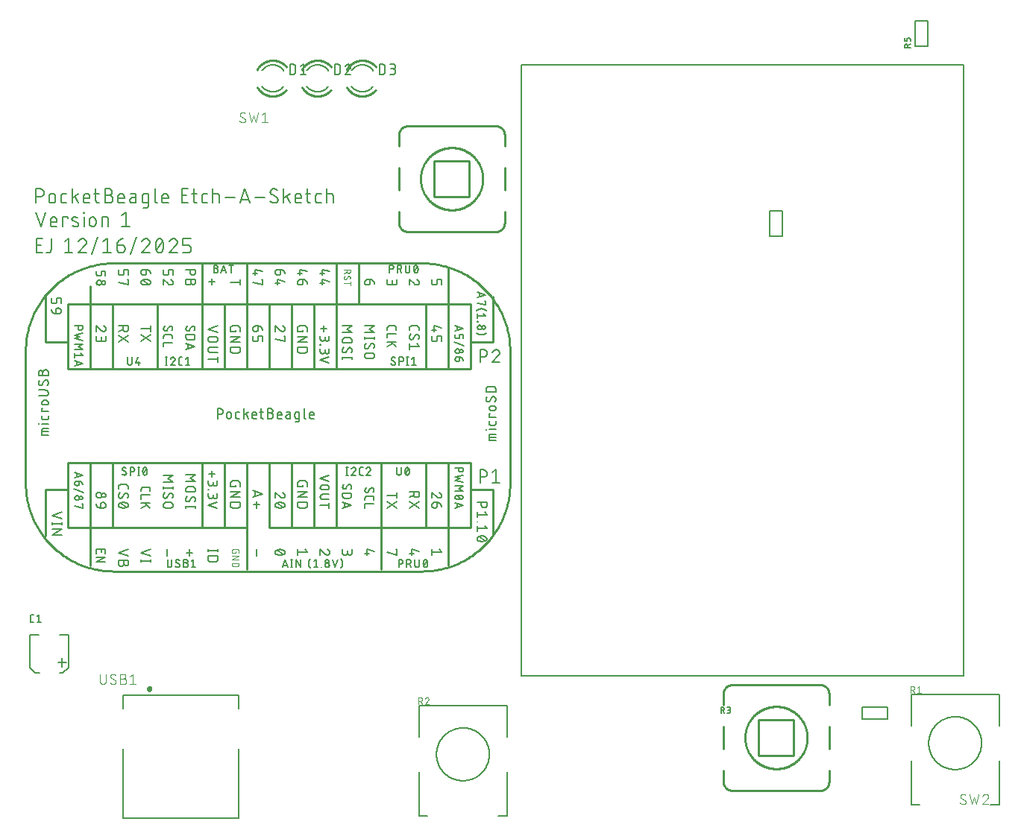
<source format=gbr>
G04 EAGLE Gerber RS-274X export*
G75*
%MOMM*%
%FSLAX34Y34*%
%LPD*%
%INSilkscreen Top*%
%IPPOS*%
%AMOC8*
5,1,8,0,0,1.08239X$1,22.5*%
G01*
%ADD10C,0.152400*%
%ADD11C,0.254000*%
%ADD12C,0.127000*%
%ADD13C,0.076200*%
%ADD14C,0.101600*%
%ADD15C,0.203200*%
%ADD16C,0.300000*%


D10*
X74168Y772668D02*
X74168Y788924D01*
X78684Y788924D01*
X78817Y788922D01*
X78949Y788916D01*
X79081Y788906D01*
X79213Y788893D01*
X79345Y788875D01*
X79475Y788854D01*
X79606Y788829D01*
X79735Y788800D01*
X79863Y788767D01*
X79991Y788731D01*
X80117Y788691D01*
X80242Y788647D01*
X80366Y788599D01*
X80488Y788548D01*
X80609Y788493D01*
X80728Y788435D01*
X80846Y788373D01*
X80961Y788308D01*
X81075Y788239D01*
X81186Y788168D01*
X81295Y788092D01*
X81402Y788014D01*
X81507Y787933D01*
X81609Y787848D01*
X81709Y787761D01*
X81806Y787671D01*
X81901Y787578D01*
X81992Y787482D01*
X82081Y787384D01*
X82167Y787283D01*
X82250Y787179D01*
X82330Y787073D01*
X82406Y786965D01*
X82480Y786855D01*
X82550Y786742D01*
X82617Y786628D01*
X82680Y786511D01*
X82740Y786393D01*
X82797Y786273D01*
X82850Y786151D01*
X82899Y786028D01*
X82945Y785904D01*
X82987Y785778D01*
X83025Y785651D01*
X83060Y785523D01*
X83091Y785394D01*
X83118Y785265D01*
X83141Y785134D01*
X83161Y785003D01*
X83176Y784871D01*
X83188Y784739D01*
X83196Y784607D01*
X83200Y784474D01*
X83200Y784342D01*
X83196Y784209D01*
X83188Y784077D01*
X83176Y783945D01*
X83161Y783813D01*
X83141Y783682D01*
X83118Y783551D01*
X83091Y783422D01*
X83060Y783293D01*
X83025Y783165D01*
X82987Y783038D01*
X82945Y782912D01*
X82899Y782788D01*
X82850Y782665D01*
X82797Y782543D01*
X82740Y782423D01*
X82680Y782305D01*
X82617Y782188D01*
X82550Y782074D01*
X82480Y781961D01*
X82406Y781851D01*
X82330Y781743D01*
X82250Y781637D01*
X82167Y781533D01*
X82081Y781432D01*
X81992Y781334D01*
X81901Y781238D01*
X81806Y781145D01*
X81709Y781055D01*
X81609Y780968D01*
X81507Y780883D01*
X81402Y780802D01*
X81295Y780724D01*
X81186Y780648D01*
X81075Y780577D01*
X80961Y780508D01*
X80846Y780443D01*
X80728Y780381D01*
X80609Y780323D01*
X80488Y780268D01*
X80366Y780217D01*
X80242Y780169D01*
X80117Y780125D01*
X79991Y780085D01*
X79863Y780049D01*
X79735Y780016D01*
X79606Y779987D01*
X79475Y779962D01*
X79345Y779941D01*
X79213Y779923D01*
X79081Y779910D01*
X78949Y779900D01*
X78817Y779894D01*
X78684Y779892D01*
X78684Y779893D02*
X74168Y779893D01*
X88928Y779893D02*
X88928Y776280D01*
X88929Y779893D02*
X88931Y780012D01*
X88937Y780132D01*
X88947Y780251D01*
X88961Y780369D01*
X88978Y780488D01*
X89000Y780605D01*
X89025Y780722D01*
X89055Y780837D01*
X89088Y780952D01*
X89125Y781066D01*
X89165Y781178D01*
X89210Y781289D01*
X89258Y781398D01*
X89309Y781506D01*
X89364Y781612D01*
X89423Y781716D01*
X89485Y781818D01*
X89550Y781918D01*
X89619Y782016D01*
X89691Y782112D01*
X89766Y782205D01*
X89843Y782295D01*
X89924Y782383D01*
X90008Y782468D01*
X90095Y782550D01*
X90184Y782630D01*
X90276Y782706D01*
X90370Y782780D01*
X90467Y782850D01*
X90565Y782917D01*
X90666Y782981D01*
X90770Y783041D01*
X90875Y783098D01*
X90982Y783151D01*
X91090Y783201D01*
X91200Y783247D01*
X91312Y783289D01*
X91425Y783328D01*
X91539Y783363D01*
X91654Y783394D01*
X91771Y783422D01*
X91888Y783445D01*
X92005Y783465D01*
X92124Y783481D01*
X92243Y783493D01*
X92362Y783501D01*
X92481Y783505D01*
X92601Y783505D01*
X92720Y783501D01*
X92839Y783493D01*
X92958Y783481D01*
X93077Y783465D01*
X93194Y783445D01*
X93311Y783422D01*
X93428Y783394D01*
X93543Y783363D01*
X93657Y783328D01*
X93770Y783289D01*
X93882Y783247D01*
X93992Y783201D01*
X94100Y783151D01*
X94207Y783098D01*
X94312Y783041D01*
X94416Y782981D01*
X94517Y782917D01*
X94615Y782850D01*
X94712Y782780D01*
X94806Y782706D01*
X94898Y782630D01*
X94987Y782550D01*
X95074Y782468D01*
X95158Y782383D01*
X95239Y782295D01*
X95316Y782205D01*
X95391Y782112D01*
X95463Y782016D01*
X95532Y781918D01*
X95597Y781818D01*
X95659Y781716D01*
X95718Y781612D01*
X95773Y781506D01*
X95824Y781398D01*
X95872Y781289D01*
X95917Y781178D01*
X95957Y781066D01*
X95994Y780952D01*
X96027Y780837D01*
X96057Y780722D01*
X96082Y780605D01*
X96104Y780488D01*
X96121Y780369D01*
X96135Y780251D01*
X96145Y780132D01*
X96151Y780012D01*
X96153Y779893D01*
X96153Y776280D01*
X96151Y776161D01*
X96145Y776041D01*
X96135Y775922D01*
X96121Y775804D01*
X96104Y775685D01*
X96082Y775568D01*
X96057Y775451D01*
X96027Y775336D01*
X95994Y775221D01*
X95957Y775107D01*
X95917Y774995D01*
X95872Y774884D01*
X95824Y774775D01*
X95773Y774667D01*
X95718Y774561D01*
X95659Y774457D01*
X95597Y774355D01*
X95532Y774255D01*
X95463Y774157D01*
X95391Y774061D01*
X95316Y773968D01*
X95239Y773878D01*
X95158Y773790D01*
X95074Y773705D01*
X94987Y773623D01*
X94898Y773543D01*
X94806Y773467D01*
X94712Y773393D01*
X94615Y773323D01*
X94517Y773256D01*
X94416Y773192D01*
X94312Y773132D01*
X94207Y773075D01*
X94100Y773022D01*
X93992Y772972D01*
X93882Y772926D01*
X93770Y772884D01*
X93657Y772845D01*
X93543Y772810D01*
X93428Y772779D01*
X93311Y772751D01*
X93194Y772728D01*
X93077Y772708D01*
X92958Y772692D01*
X92839Y772680D01*
X92720Y772672D01*
X92601Y772668D01*
X92481Y772668D01*
X92362Y772672D01*
X92243Y772680D01*
X92124Y772692D01*
X92005Y772708D01*
X91888Y772728D01*
X91771Y772751D01*
X91654Y772779D01*
X91539Y772810D01*
X91425Y772845D01*
X91312Y772884D01*
X91200Y772926D01*
X91090Y772972D01*
X90982Y773022D01*
X90875Y773075D01*
X90770Y773132D01*
X90666Y773192D01*
X90565Y773256D01*
X90467Y773323D01*
X90370Y773393D01*
X90276Y773467D01*
X90184Y773543D01*
X90095Y773623D01*
X90008Y773705D01*
X89924Y773790D01*
X89843Y773878D01*
X89766Y773968D01*
X89691Y774061D01*
X89619Y774157D01*
X89550Y774255D01*
X89485Y774355D01*
X89423Y774457D01*
X89364Y774561D01*
X89309Y774667D01*
X89258Y774775D01*
X89210Y774884D01*
X89165Y774995D01*
X89125Y775107D01*
X89088Y775221D01*
X89055Y775336D01*
X89025Y775451D01*
X89000Y775568D01*
X88978Y775685D01*
X88961Y775804D01*
X88947Y775922D01*
X88937Y776041D01*
X88931Y776161D01*
X88929Y776280D01*
X105202Y772668D02*
X108815Y772668D01*
X105202Y772668D02*
X105101Y772670D01*
X105000Y772676D01*
X104899Y772685D01*
X104798Y772698D01*
X104698Y772715D01*
X104599Y772736D01*
X104501Y772760D01*
X104404Y772788D01*
X104307Y772820D01*
X104212Y772855D01*
X104119Y772894D01*
X104027Y772936D01*
X103936Y772982D01*
X103848Y773031D01*
X103761Y773083D01*
X103676Y773139D01*
X103593Y773197D01*
X103513Y773259D01*
X103435Y773324D01*
X103359Y773391D01*
X103286Y773461D01*
X103216Y773534D01*
X103149Y773610D01*
X103084Y773688D01*
X103022Y773768D01*
X102964Y773851D01*
X102908Y773936D01*
X102856Y774023D01*
X102807Y774111D01*
X102761Y774202D01*
X102719Y774294D01*
X102680Y774387D01*
X102645Y774482D01*
X102613Y774579D01*
X102585Y774676D01*
X102561Y774774D01*
X102540Y774873D01*
X102523Y774973D01*
X102510Y775074D01*
X102501Y775175D01*
X102495Y775276D01*
X102493Y775377D01*
X102493Y780796D01*
X102495Y780897D01*
X102501Y780998D01*
X102510Y781099D01*
X102523Y781200D01*
X102540Y781300D01*
X102561Y781399D01*
X102585Y781497D01*
X102613Y781594D01*
X102645Y781691D01*
X102680Y781786D01*
X102719Y781879D01*
X102761Y781971D01*
X102807Y782062D01*
X102856Y782151D01*
X102908Y782237D01*
X102964Y782322D01*
X103022Y782405D01*
X103084Y782485D01*
X103149Y782563D01*
X103216Y782639D01*
X103286Y782712D01*
X103359Y782782D01*
X103435Y782849D01*
X103513Y782914D01*
X103593Y782976D01*
X103676Y783034D01*
X103761Y783090D01*
X103848Y783142D01*
X103936Y783191D01*
X104027Y783237D01*
X104119Y783279D01*
X104212Y783318D01*
X104307Y783353D01*
X104404Y783385D01*
X104501Y783413D01*
X104599Y783437D01*
X104698Y783458D01*
X104798Y783475D01*
X104899Y783488D01*
X105000Y783497D01*
X105101Y783503D01*
X105202Y783505D01*
X108815Y783505D01*
X115149Y788924D02*
X115149Y772668D01*
X115149Y778087D02*
X122374Y783505D01*
X118310Y780344D02*
X122374Y772668D01*
X130716Y772668D02*
X135231Y772668D01*
X130716Y772668D02*
X130615Y772670D01*
X130514Y772676D01*
X130413Y772685D01*
X130312Y772698D01*
X130212Y772715D01*
X130113Y772736D01*
X130015Y772760D01*
X129918Y772788D01*
X129821Y772820D01*
X129726Y772855D01*
X129633Y772894D01*
X129541Y772936D01*
X129450Y772982D01*
X129362Y773031D01*
X129275Y773083D01*
X129190Y773139D01*
X129107Y773197D01*
X129027Y773259D01*
X128949Y773324D01*
X128873Y773391D01*
X128800Y773461D01*
X128730Y773534D01*
X128663Y773610D01*
X128598Y773688D01*
X128536Y773768D01*
X128478Y773851D01*
X128422Y773936D01*
X128370Y774023D01*
X128321Y774111D01*
X128275Y774202D01*
X128233Y774294D01*
X128194Y774387D01*
X128159Y774482D01*
X128127Y774579D01*
X128099Y774676D01*
X128075Y774774D01*
X128054Y774873D01*
X128037Y774973D01*
X128024Y775074D01*
X128015Y775175D01*
X128009Y775276D01*
X128007Y775377D01*
X128006Y775377D02*
X128006Y779893D01*
X128007Y779893D02*
X128009Y780012D01*
X128015Y780132D01*
X128025Y780251D01*
X128039Y780369D01*
X128056Y780488D01*
X128078Y780605D01*
X128103Y780722D01*
X128133Y780837D01*
X128166Y780952D01*
X128203Y781066D01*
X128243Y781178D01*
X128288Y781289D01*
X128336Y781398D01*
X128387Y781506D01*
X128442Y781612D01*
X128501Y781716D01*
X128563Y781818D01*
X128628Y781918D01*
X128697Y782016D01*
X128769Y782112D01*
X128844Y782205D01*
X128921Y782295D01*
X129002Y782383D01*
X129086Y782468D01*
X129173Y782550D01*
X129262Y782630D01*
X129354Y782706D01*
X129448Y782780D01*
X129545Y782850D01*
X129643Y782917D01*
X129744Y782981D01*
X129848Y783041D01*
X129953Y783098D01*
X130060Y783151D01*
X130168Y783201D01*
X130278Y783247D01*
X130390Y783289D01*
X130503Y783328D01*
X130617Y783363D01*
X130732Y783394D01*
X130849Y783422D01*
X130966Y783445D01*
X131083Y783465D01*
X131202Y783481D01*
X131321Y783493D01*
X131440Y783501D01*
X131559Y783505D01*
X131679Y783505D01*
X131798Y783501D01*
X131917Y783493D01*
X132036Y783481D01*
X132155Y783465D01*
X132272Y783445D01*
X132389Y783422D01*
X132506Y783394D01*
X132621Y783363D01*
X132735Y783328D01*
X132848Y783289D01*
X132960Y783247D01*
X133070Y783201D01*
X133178Y783151D01*
X133285Y783098D01*
X133390Y783041D01*
X133494Y782981D01*
X133595Y782917D01*
X133693Y782850D01*
X133790Y782780D01*
X133884Y782706D01*
X133976Y782630D01*
X134065Y782550D01*
X134152Y782468D01*
X134236Y782383D01*
X134317Y782295D01*
X134394Y782205D01*
X134469Y782112D01*
X134541Y782016D01*
X134610Y781918D01*
X134675Y781818D01*
X134737Y781716D01*
X134796Y781612D01*
X134851Y781506D01*
X134902Y781398D01*
X134950Y781289D01*
X134995Y781178D01*
X135035Y781066D01*
X135072Y780952D01*
X135105Y780837D01*
X135135Y780722D01*
X135160Y780605D01*
X135182Y780488D01*
X135199Y780369D01*
X135213Y780251D01*
X135223Y780132D01*
X135229Y780012D01*
X135231Y779893D01*
X135231Y778087D01*
X128006Y778087D01*
X140256Y783505D02*
X145675Y783505D01*
X142062Y788924D02*
X142062Y775377D01*
X142063Y775377D02*
X142065Y775276D01*
X142071Y775175D01*
X142080Y775074D01*
X142093Y774973D01*
X142110Y774873D01*
X142131Y774774D01*
X142155Y774676D01*
X142183Y774579D01*
X142215Y774482D01*
X142250Y774387D01*
X142289Y774294D01*
X142331Y774202D01*
X142377Y774111D01*
X142426Y774023D01*
X142478Y773936D01*
X142534Y773851D01*
X142592Y773768D01*
X142654Y773688D01*
X142719Y773610D01*
X142786Y773534D01*
X142856Y773461D01*
X142929Y773391D01*
X143005Y773324D01*
X143083Y773259D01*
X143163Y773197D01*
X143246Y773139D01*
X143331Y773083D01*
X143418Y773031D01*
X143506Y772982D01*
X143597Y772936D01*
X143689Y772894D01*
X143782Y772855D01*
X143877Y772820D01*
X143974Y772788D01*
X144071Y772760D01*
X144169Y772736D01*
X144268Y772715D01*
X144368Y772698D01*
X144469Y772685D01*
X144570Y772676D01*
X144671Y772670D01*
X144772Y772668D01*
X145675Y772668D01*
X152324Y781699D02*
X156840Y781699D01*
X156840Y781700D02*
X156973Y781698D01*
X157105Y781692D01*
X157237Y781682D01*
X157369Y781669D01*
X157501Y781651D01*
X157631Y781630D01*
X157762Y781605D01*
X157891Y781576D01*
X158019Y781543D01*
X158147Y781507D01*
X158273Y781467D01*
X158398Y781423D01*
X158522Y781375D01*
X158644Y781324D01*
X158765Y781269D01*
X158884Y781211D01*
X159002Y781149D01*
X159117Y781084D01*
X159231Y781015D01*
X159342Y780944D01*
X159451Y780868D01*
X159558Y780790D01*
X159663Y780709D01*
X159765Y780624D01*
X159865Y780537D01*
X159962Y780447D01*
X160057Y780354D01*
X160148Y780258D01*
X160237Y780160D01*
X160323Y780059D01*
X160406Y779955D01*
X160486Y779849D01*
X160562Y779741D01*
X160636Y779631D01*
X160706Y779518D01*
X160773Y779404D01*
X160836Y779287D01*
X160896Y779169D01*
X160953Y779049D01*
X161006Y778927D01*
X161055Y778804D01*
X161101Y778680D01*
X161143Y778554D01*
X161181Y778427D01*
X161216Y778299D01*
X161247Y778170D01*
X161274Y778041D01*
X161297Y777910D01*
X161317Y777779D01*
X161332Y777647D01*
X161344Y777515D01*
X161352Y777383D01*
X161356Y777250D01*
X161356Y777118D01*
X161352Y776985D01*
X161344Y776853D01*
X161332Y776721D01*
X161317Y776589D01*
X161297Y776458D01*
X161274Y776327D01*
X161247Y776198D01*
X161216Y776069D01*
X161181Y775941D01*
X161143Y775814D01*
X161101Y775688D01*
X161055Y775564D01*
X161006Y775441D01*
X160953Y775319D01*
X160896Y775199D01*
X160836Y775081D01*
X160773Y774964D01*
X160706Y774850D01*
X160636Y774737D01*
X160562Y774627D01*
X160486Y774519D01*
X160406Y774413D01*
X160323Y774309D01*
X160237Y774208D01*
X160148Y774110D01*
X160057Y774014D01*
X159962Y773921D01*
X159865Y773831D01*
X159765Y773744D01*
X159663Y773659D01*
X159558Y773578D01*
X159451Y773500D01*
X159342Y773424D01*
X159231Y773353D01*
X159117Y773284D01*
X159002Y773219D01*
X158884Y773157D01*
X158765Y773099D01*
X158644Y773044D01*
X158522Y772993D01*
X158398Y772945D01*
X158273Y772901D01*
X158147Y772861D01*
X158019Y772825D01*
X157891Y772792D01*
X157762Y772763D01*
X157631Y772738D01*
X157501Y772717D01*
X157369Y772699D01*
X157237Y772686D01*
X157105Y772676D01*
X156973Y772670D01*
X156840Y772668D01*
X152324Y772668D01*
X152324Y788924D01*
X156840Y788924D01*
X156959Y788922D01*
X157079Y788916D01*
X157198Y788906D01*
X157316Y788892D01*
X157435Y788875D01*
X157552Y788853D01*
X157669Y788828D01*
X157784Y788798D01*
X157899Y788765D01*
X158013Y788728D01*
X158125Y788688D01*
X158236Y788643D01*
X158345Y788595D01*
X158453Y788544D01*
X158559Y788489D01*
X158663Y788430D01*
X158765Y788368D01*
X158865Y788303D01*
X158963Y788234D01*
X159059Y788162D01*
X159152Y788087D01*
X159242Y788010D01*
X159330Y787929D01*
X159415Y787845D01*
X159497Y787758D01*
X159577Y787669D01*
X159653Y787577D01*
X159727Y787483D01*
X159797Y787386D01*
X159864Y787288D01*
X159928Y787187D01*
X159988Y787083D01*
X160045Y786978D01*
X160098Y786871D01*
X160148Y786763D01*
X160194Y786653D01*
X160236Y786541D01*
X160275Y786428D01*
X160310Y786314D01*
X160341Y786199D01*
X160369Y786082D01*
X160392Y785965D01*
X160412Y785848D01*
X160428Y785729D01*
X160440Y785610D01*
X160448Y785491D01*
X160452Y785372D01*
X160452Y785252D01*
X160448Y785133D01*
X160440Y785014D01*
X160428Y784895D01*
X160412Y784776D01*
X160392Y784659D01*
X160369Y784542D01*
X160341Y784425D01*
X160310Y784310D01*
X160275Y784196D01*
X160236Y784083D01*
X160194Y783971D01*
X160148Y783861D01*
X160098Y783753D01*
X160045Y783646D01*
X159988Y783541D01*
X159928Y783437D01*
X159864Y783336D01*
X159797Y783238D01*
X159727Y783141D01*
X159653Y783047D01*
X159577Y782955D01*
X159497Y782866D01*
X159415Y782779D01*
X159330Y782695D01*
X159242Y782614D01*
X159152Y782537D01*
X159059Y782462D01*
X158963Y782390D01*
X158865Y782321D01*
X158765Y782256D01*
X158663Y782194D01*
X158559Y782135D01*
X158453Y782080D01*
X158345Y782029D01*
X158236Y781981D01*
X158125Y781936D01*
X158013Y781896D01*
X157899Y781859D01*
X157784Y781826D01*
X157669Y781796D01*
X157552Y781771D01*
X157435Y781749D01*
X157316Y781732D01*
X157198Y781718D01*
X157079Y781708D01*
X156959Y781702D01*
X156840Y781700D01*
X169794Y772668D02*
X174309Y772668D01*
X169794Y772668D02*
X169693Y772670D01*
X169592Y772676D01*
X169491Y772685D01*
X169390Y772698D01*
X169290Y772715D01*
X169191Y772736D01*
X169093Y772760D01*
X168996Y772788D01*
X168899Y772820D01*
X168804Y772855D01*
X168711Y772894D01*
X168619Y772936D01*
X168528Y772982D01*
X168440Y773031D01*
X168353Y773083D01*
X168268Y773139D01*
X168185Y773197D01*
X168105Y773259D01*
X168027Y773324D01*
X167951Y773391D01*
X167878Y773461D01*
X167808Y773534D01*
X167741Y773610D01*
X167676Y773688D01*
X167614Y773768D01*
X167556Y773851D01*
X167500Y773936D01*
X167448Y774023D01*
X167399Y774111D01*
X167353Y774202D01*
X167311Y774294D01*
X167272Y774387D01*
X167237Y774482D01*
X167205Y774579D01*
X167177Y774676D01*
X167153Y774774D01*
X167132Y774873D01*
X167115Y774973D01*
X167102Y775074D01*
X167093Y775175D01*
X167087Y775276D01*
X167085Y775377D01*
X167084Y775377D02*
X167084Y779893D01*
X167085Y779893D02*
X167087Y780012D01*
X167093Y780132D01*
X167103Y780251D01*
X167117Y780369D01*
X167134Y780488D01*
X167156Y780605D01*
X167181Y780722D01*
X167211Y780837D01*
X167244Y780952D01*
X167281Y781066D01*
X167321Y781178D01*
X167366Y781289D01*
X167414Y781398D01*
X167465Y781506D01*
X167520Y781612D01*
X167579Y781716D01*
X167641Y781818D01*
X167706Y781918D01*
X167775Y782016D01*
X167847Y782112D01*
X167922Y782205D01*
X167999Y782295D01*
X168080Y782383D01*
X168164Y782468D01*
X168251Y782550D01*
X168340Y782630D01*
X168432Y782706D01*
X168526Y782780D01*
X168623Y782850D01*
X168721Y782917D01*
X168822Y782981D01*
X168926Y783041D01*
X169031Y783098D01*
X169138Y783151D01*
X169246Y783201D01*
X169356Y783247D01*
X169468Y783289D01*
X169581Y783328D01*
X169695Y783363D01*
X169810Y783394D01*
X169927Y783422D01*
X170044Y783445D01*
X170161Y783465D01*
X170280Y783481D01*
X170399Y783493D01*
X170518Y783501D01*
X170637Y783505D01*
X170757Y783505D01*
X170876Y783501D01*
X170995Y783493D01*
X171114Y783481D01*
X171233Y783465D01*
X171350Y783445D01*
X171467Y783422D01*
X171584Y783394D01*
X171699Y783363D01*
X171813Y783328D01*
X171926Y783289D01*
X172038Y783247D01*
X172148Y783201D01*
X172256Y783151D01*
X172363Y783098D01*
X172468Y783041D01*
X172572Y782981D01*
X172673Y782917D01*
X172771Y782850D01*
X172868Y782780D01*
X172962Y782706D01*
X173054Y782630D01*
X173143Y782550D01*
X173230Y782468D01*
X173314Y782383D01*
X173395Y782295D01*
X173472Y782205D01*
X173547Y782112D01*
X173619Y782016D01*
X173688Y781918D01*
X173753Y781818D01*
X173815Y781716D01*
X173874Y781612D01*
X173929Y781506D01*
X173980Y781398D01*
X174028Y781289D01*
X174073Y781178D01*
X174113Y781066D01*
X174150Y780952D01*
X174183Y780837D01*
X174213Y780722D01*
X174238Y780605D01*
X174260Y780488D01*
X174277Y780369D01*
X174291Y780251D01*
X174301Y780132D01*
X174307Y780012D01*
X174309Y779893D01*
X174309Y778087D01*
X167084Y778087D01*
X183719Y778990D02*
X187783Y778990D01*
X183719Y778990D02*
X183607Y778988D01*
X183496Y778982D01*
X183385Y778972D01*
X183274Y778959D01*
X183164Y778941D01*
X183055Y778919D01*
X182946Y778894D01*
X182838Y778865D01*
X182732Y778832D01*
X182626Y778795D01*
X182522Y778755D01*
X182420Y778711D01*
X182319Y778663D01*
X182220Y778612D01*
X182122Y778557D01*
X182027Y778499D01*
X181934Y778438D01*
X181843Y778373D01*
X181754Y778305D01*
X181668Y778234D01*
X181585Y778161D01*
X181504Y778084D01*
X181425Y778004D01*
X181350Y777922D01*
X181278Y777837D01*
X181208Y777750D01*
X181142Y777660D01*
X181079Y777568D01*
X181019Y777473D01*
X180963Y777377D01*
X180910Y777279D01*
X180861Y777179D01*
X180815Y777077D01*
X180773Y776974D01*
X180734Y776869D01*
X180699Y776763D01*
X180668Y776656D01*
X180641Y776548D01*
X180617Y776439D01*
X180598Y776329D01*
X180582Y776219D01*
X180570Y776108D01*
X180562Y775996D01*
X180558Y775885D01*
X180558Y775773D01*
X180562Y775662D01*
X180570Y775550D01*
X180582Y775439D01*
X180598Y775329D01*
X180617Y775219D01*
X180641Y775110D01*
X180668Y775002D01*
X180699Y774895D01*
X180734Y774789D01*
X180773Y774684D01*
X180815Y774581D01*
X180861Y774479D01*
X180910Y774379D01*
X180963Y774281D01*
X181019Y774185D01*
X181079Y774090D01*
X181142Y773998D01*
X181208Y773908D01*
X181278Y773821D01*
X181350Y773736D01*
X181425Y773654D01*
X181504Y773574D01*
X181585Y773497D01*
X181668Y773424D01*
X181754Y773353D01*
X181843Y773285D01*
X181934Y773220D01*
X182027Y773159D01*
X182122Y773101D01*
X182220Y773046D01*
X182319Y772995D01*
X182420Y772947D01*
X182522Y772903D01*
X182626Y772863D01*
X182732Y772826D01*
X182838Y772793D01*
X182946Y772764D01*
X183055Y772739D01*
X183164Y772717D01*
X183274Y772699D01*
X183385Y772686D01*
X183496Y772676D01*
X183607Y772670D01*
X183719Y772668D01*
X187783Y772668D01*
X187783Y780796D01*
X187781Y780897D01*
X187775Y780998D01*
X187766Y781099D01*
X187753Y781200D01*
X187736Y781300D01*
X187715Y781399D01*
X187691Y781497D01*
X187663Y781594D01*
X187631Y781691D01*
X187596Y781786D01*
X187557Y781879D01*
X187515Y781971D01*
X187469Y782062D01*
X187420Y782151D01*
X187368Y782237D01*
X187312Y782322D01*
X187254Y782405D01*
X187192Y782485D01*
X187127Y782563D01*
X187060Y782639D01*
X186990Y782712D01*
X186917Y782782D01*
X186841Y782849D01*
X186763Y782914D01*
X186683Y782976D01*
X186600Y783034D01*
X186515Y783090D01*
X186429Y783142D01*
X186340Y783191D01*
X186249Y783237D01*
X186157Y783279D01*
X186064Y783318D01*
X185969Y783353D01*
X185872Y783385D01*
X185775Y783413D01*
X185677Y783437D01*
X185578Y783458D01*
X185478Y783475D01*
X185377Y783488D01*
X185276Y783497D01*
X185175Y783503D01*
X185074Y783505D01*
X181461Y783505D01*
X197336Y772668D02*
X201851Y772668D01*
X197336Y772668D02*
X197235Y772670D01*
X197134Y772676D01*
X197033Y772685D01*
X196932Y772698D01*
X196832Y772715D01*
X196733Y772736D01*
X196635Y772760D01*
X196538Y772788D01*
X196441Y772820D01*
X196346Y772855D01*
X196253Y772894D01*
X196161Y772936D01*
X196070Y772982D01*
X195982Y773031D01*
X195895Y773083D01*
X195810Y773139D01*
X195727Y773197D01*
X195647Y773259D01*
X195569Y773324D01*
X195493Y773391D01*
X195420Y773461D01*
X195350Y773534D01*
X195283Y773610D01*
X195218Y773688D01*
X195156Y773768D01*
X195098Y773851D01*
X195042Y773936D01*
X194990Y774023D01*
X194941Y774111D01*
X194895Y774202D01*
X194853Y774294D01*
X194814Y774387D01*
X194779Y774482D01*
X194747Y774579D01*
X194719Y774676D01*
X194695Y774774D01*
X194674Y774873D01*
X194657Y774973D01*
X194644Y775074D01*
X194635Y775175D01*
X194629Y775276D01*
X194627Y775377D01*
X194626Y775377D02*
X194626Y780796D01*
X194627Y780796D02*
X194629Y780897D01*
X194635Y780998D01*
X194644Y781099D01*
X194657Y781200D01*
X194674Y781300D01*
X194695Y781399D01*
X194719Y781497D01*
X194747Y781594D01*
X194779Y781691D01*
X194814Y781786D01*
X194853Y781879D01*
X194895Y781971D01*
X194941Y782062D01*
X194990Y782151D01*
X195042Y782237D01*
X195098Y782322D01*
X195156Y782405D01*
X195218Y782485D01*
X195283Y782563D01*
X195350Y782639D01*
X195420Y782712D01*
X195493Y782782D01*
X195569Y782849D01*
X195647Y782914D01*
X195727Y782976D01*
X195810Y783034D01*
X195895Y783090D01*
X195982Y783142D01*
X196070Y783191D01*
X196161Y783237D01*
X196253Y783279D01*
X196346Y783318D01*
X196441Y783353D01*
X196538Y783385D01*
X196635Y783413D01*
X196733Y783437D01*
X196832Y783458D01*
X196932Y783475D01*
X197033Y783488D01*
X197134Y783497D01*
X197235Y783503D01*
X197336Y783505D01*
X201851Y783505D01*
X201851Y769959D01*
X201849Y769855D01*
X201843Y769752D01*
X201833Y769648D01*
X201819Y769545D01*
X201801Y769443D01*
X201780Y769342D01*
X201754Y769241D01*
X201725Y769142D01*
X201692Y769043D01*
X201655Y768946D01*
X201614Y768851D01*
X201570Y768757D01*
X201522Y768665D01*
X201471Y768575D01*
X201416Y768486D01*
X201358Y768400D01*
X201296Y768317D01*
X201232Y768235D01*
X201164Y768157D01*
X201094Y768081D01*
X201021Y768007D01*
X200944Y767937D01*
X200866Y767869D01*
X200784Y767805D01*
X200701Y767743D01*
X200615Y767685D01*
X200526Y767630D01*
X200436Y767579D01*
X200344Y767531D01*
X200250Y767487D01*
X200155Y767446D01*
X200058Y767409D01*
X199959Y767376D01*
X199860Y767347D01*
X199759Y767321D01*
X199658Y767300D01*
X199556Y767282D01*
X199453Y767268D01*
X199349Y767258D01*
X199246Y767252D01*
X199142Y767250D01*
X199142Y767249D02*
X195529Y767249D01*
X209005Y775377D02*
X209005Y788924D01*
X209005Y775377D02*
X209007Y775276D01*
X209013Y775175D01*
X209022Y775074D01*
X209035Y774973D01*
X209052Y774873D01*
X209073Y774774D01*
X209097Y774676D01*
X209125Y774579D01*
X209157Y774482D01*
X209192Y774387D01*
X209231Y774294D01*
X209273Y774202D01*
X209319Y774111D01*
X209368Y774023D01*
X209420Y773936D01*
X209476Y773851D01*
X209534Y773768D01*
X209596Y773688D01*
X209661Y773610D01*
X209728Y773534D01*
X209798Y773461D01*
X209871Y773391D01*
X209947Y773324D01*
X210025Y773259D01*
X210105Y773197D01*
X210188Y773139D01*
X210273Y773083D01*
X210360Y773031D01*
X210448Y772982D01*
X210539Y772936D01*
X210631Y772894D01*
X210724Y772855D01*
X210819Y772820D01*
X210916Y772788D01*
X211013Y772760D01*
X211111Y772736D01*
X211210Y772715D01*
X211310Y772698D01*
X211411Y772685D01*
X211512Y772676D01*
X211613Y772670D01*
X211714Y772668D01*
X219814Y772668D02*
X224329Y772668D01*
X219814Y772668D02*
X219713Y772670D01*
X219612Y772676D01*
X219511Y772685D01*
X219410Y772698D01*
X219310Y772715D01*
X219211Y772736D01*
X219113Y772760D01*
X219016Y772788D01*
X218919Y772820D01*
X218824Y772855D01*
X218731Y772894D01*
X218639Y772936D01*
X218548Y772982D01*
X218460Y773031D01*
X218373Y773083D01*
X218288Y773139D01*
X218205Y773197D01*
X218125Y773259D01*
X218047Y773324D01*
X217971Y773391D01*
X217898Y773461D01*
X217828Y773534D01*
X217761Y773610D01*
X217696Y773688D01*
X217634Y773768D01*
X217576Y773851D01*
X217520Y773936D01*
X217468Y774023D01*
X217419Y774111D01*
X217373Y774202D01*
X217331Y774294D01*
X217292Y774387D01*
X217257Y774482D01*
X217225Y774579D01*
X217197Y774676D01*
X217173Y774774D01*
X217152Y774873D01*
X217135Y774973D01*
X217122Y775074D01*
X217113Y775175D01*
X217107Y775276D01*
X217105Y775377D01*
X217104Y775377D02*
X217104Y779893D01*
X217105Y779893D02*
X217107Y780012D01*
X217113Y780132D01*
X217123Y780251D01*
X217137Y780369D01*
X217154Y780488D01*
X217176Y780605D01*
X217201Y780722D01*
X217231Y780837D01*
X217264Y780952D01*
X217301Y781066D01*
X217341Y781178D01*
X217386Y781289D01*
X217434Y781398D01*
X217485Y781506D01*
X217540Y781612D01*
X217599Y781716D01*
X217661Y781818D01*
X217726Y781918D01*
X217795Y782016D01*
X217867Y782112D01*
X217942Y782205D01*
X218019Y782295D01*
X218100Y782383D01*
X218184Y782468D01*
X218271Y782550D01*
X218360Y782630D01*
X218452Y782706D01*
X218546Y782780D01*
X218643Y782850D01*
X218741Y782917D01*
X218842Y782981D01*
X218946Y783041D01*
X219051Y783098D01*
X219158Y783151D01*
X219266Y783201D01*
X219376Y783247D01*
X219488Y783289D01*
X219601Y783328D01*
X219715Y783363D01*
X219830Y783394D01*
X219947Y783422D01*
X220064Y783445D01*
X220181Y783465D01*
X220300Y783481D01*
X220419Y783493D01*
X220538Y783501D01*
X220657Y783505D01*
X220777Y783505D01*
X220896Y783501D01*
X221015Y783493D01*
X221134Y783481D01*
X221253Y783465D01*
X221370Y783445D01*
X221487Y783422D01*
X221604Y783394D01*
X221719Y783363D01*
X221833Y783328D01*
X221946Y783289D01*
X222058Y783247D01*
X222168Y783201D01*
X222276Y783151D01*
X222383Y783098D01*
X222488Y783041D01*
X222592Y782981D01*
X222693Y782917D01*
X222791Y782850D01*
X222888Y782780D01*
X222982Y782706D01*
X223074Y782630D01*
X223163Y782550D01*
X223250Y782468D01*
X223334Y782383D01*
X223415Y782295D01*
X223492Y782205D01*
X223567Y782112D01*
X223639Y782016D01*
X223708Y781918D01*
X223773Y781818D01*
X223835Y781716D01*
X223894Y781612D01*
X223949Y781506D01*
X224000Y781398D01*
X224048Y781289D01*
X224093Y781178D01*
X224133Y781066D01*
X224170Y780952D01*
X224203Y780837D01*
X224233Y780722D01*
X224258Y780605D01*
X224280Y780488D01*
X224297Y780369D01*
X224311Y780251D01*
X224321Y780132D01*
X224327Y780012D01*
X224329Y779893D01*
X224329Y778087D01*
X217104Y778087D01*
X239678Y772668D02*
X246903Y772668D01*
X239678Y772668D02*
X239678Y788924D01*
X246903Y788924D01*
X245096Y781699D02*
X239678Y781699D01*
X251238Y783505D02*
X256656Y783505D01*
X253044Y788924D02*
X253044Y775377D01*
X253046Y775276D01*
X253052Y775175D01*
X253061Y775074D01*
X253074Y774973D01*
X253091Y774873D01*
X253112Y774774D01*
X253136Y774676D01*
X253164Y774579D01*
X253196Y774482D01*
X253231Y774387D01*
X253270Y774294D01*
X253312Y774202D01*
X253358Y774111D01*
X253407Y774023D01*
X253459Y773936D01*
X253515Y773851D01*
X253573Y773768D01*
X253635Y773688D01*
X253700Y773610D01*
X253767Y773534D01*
X253837Y773461D01*
X253910Y773391D01*
X253986Y773324D01*
X254064Y773259D01*
X254144Y773197D01*
X254227Y773139D01*
X254312Y773083D01*
X254399Y773031D01*
X254487Y772982D01*
X254578Y772936D01*
X254670Y772894D01*
X254763Y772855D01*
X254858Y772820D01*
X254955Y772788D01*
X255052Y772760D01*
X255150Y772736D01*
X255249Y772715D01*
X255349Y772698D01*
X255450Y772685D01*
X255551Y772676D01*
X255652Y772670D01*
X255753Y772668D01*
X256656Y772668D01*
X265162Y772668D02*
X268774Y772668D01*
X265162Y772668D02*
X265061Y772670D01*
X264960Y772676D01*
X264859Y772685D01*
X264758Y772698D01*
X264658Y772715D01*
X264559Y772736D01*
X264461Y772760D01*
X264364Y772788D01*
X264267Y772820D01*
X264172Y772855D01*
X264079Y772894D01*
X263987Y772936D01*
X263896Y772982D01*
X263808Y773031D01*
X263721Y773083D01*
X263636Y773139D01*
X263553Y773197D01*
X263473Y773259D01*
X263395Y773324D01*
X263319Y773391D01*
X263246Y773461D01*
X263176Y773534D01*
X263109Y773610D01*
X263044Y773688D01*
X262982Y773768D01*
X262924Y773851D01*
X262868Y773936D01*
X262816Y774023D01*
X262767Y774111D01*
X262721Y774202D01*
X262679Y774294D01*
X262640Y774387D01*
X262605Y774482D01*
X262573Y774579D01*
X262545Y774676D01*
X262521Y774774D01*
X262500Y774873D01*
X262483Y774973D01*
X262470Y775074D01*
X262461Y775175D01*
X262455Y775276D01*
X262453Y775377D01*
X262452Y775377D02*
X262452Y780796D01*
X262453Y780796D02*
X262455Y780897D01*
X262461Y780998D01*
X262470Y781099D01*
X262483Y781200D01*
X262500Y781300D01*
X262521Y781399D01*
X262545Y781497D01*
X262573Y781594D01*
X262605Y781691D01*
X262640Y781786D01*
X262679Y781879D01*
X262721Y781971D01*
X262767Y782062D01*
X262816Y782151D01*
X262868Y782237D01*
X262924Y782322D01*
X262982Y782405D01*
X263044Y782485D01*
X263109Y782563D01*
X263176Y782639D01*
X263246Y782712D01*
X263319Y782782D01*
X263395Y782849D01*
X263473Y782914D01*
X263553Y782976D01*
X263636Y783034D01*
X263721Y783090D01*
X263808Y783142D01*
X263896Y783191D01*
X263987Y783237D01*
X264079Y783279D01*
X264172Y783318D01*
X264267Y783353D01*
X264364Y783385D01*
X264461Y783413D01*
X264559Y783437D01*
X264658Y783458D01*
X264758Y783475D01*
X264859Y783488D01*
X264960Y783497D01*
X265061Y783503D01*
X265162Y783505D01*
X268774Y783505D01*
X274940Y788924D02*
X274940Y772668D01*
X274940Y783505D02*
X279455Y783505D01*
X279559Y783503D01*
X279662Y783497D01*
X279766Y783487D01*
X279869Y783473D01*
X279971Y783455D01*
X280072Y783434D01*
X280173Y783408D01*
X280272Y783379D01*
X280371Y783346D01*
X280468Y783309D01*
X280563Y783268D01*
X280657Y783224D01*
X280749Y783176D01*
X280839Y783125D01*
X280928Y783070D01*
X281014Y783012D01*
X281097Y782950D01*
X281179Y782886D01*
X281257Y782818D01*
X281333Y782748D01*
X281407Y782675D01*
X281477Y782598D01*
X281545Y782520D01*
X281609Y782438D01*
X281671Y782355D01*
X281729Y782269D01*
X281784Y782180D01*
X281835Y782090D01*
X281883Y781998D01*
X281927Y781904D01*
X281968Y781809D01*
X282005Y781712D01*
X282038Y781613D01*
X282067Y781514D01*
X282093Y781413D01*
X282114Y781312D01*
X282132Y781210D01*
X282146Y781107D01*
X282156Y781003D01*
X282162Y780900D01*
X282164Y780796D01*
X282165Y780796D02*
X282165Y772668D01*
X289286Y778990D02*
X300123Y778990D01*
X305959Y772668D02*
X311378Y788924D01*
X316796Y772668D01*
X315442Y776732D02*
X307314Y776732D01*
X322632Y778990D02*
X333470Y778990D01*
X345107Y772668D02*
X345225Y772670D01*
X345343Y772676D01*
X345461Y772685D01*
X345578Y772699D01*
X345695Y772716D01*
X345812Y772737D01*
X345927Y772762D01*
X346042Y772791D01*
X346156Y772824D01*
X346268Y772860D01*
X346379Y772900D01*
X346489Y772943D01*
X346598Y772990D01*
X346705Y773040D01*
X346810Y773095D01*
X346913Y773152D01*
X347014Y773213D01*
X347114Y773277D01*
X347211Y773344D01*
X347306Y773414D01*
X347398Y773488D01*
X347489Y773564D01*
X347576Y773644D01*
X347661Y773726D01*
X347743Y773811D01*
X347823Y773898D01*
X347899Y773989D01*
X347973Y774081D01*
X348043Y774176D01*
X348110Y774273D01*
X348174Y774373D01*
X348235Y774474D01*
X348292Y774577D01*
X348347Y774682D01*
X348397Y774789D01*
X348444Y774898D01*
X348487Y775008D01*
X348527Y775119D01*
X348563Y775231D01*
X348596Y775345D01*
X348625Y775460D01*
X348650Y775575D01*
X348671Y775692D01*
X348688Y775809D01*
X348702Y775926D01*
X348711Y776044D01*
X348717Y776162D01*
X348719Y776280D01*
X345107Y772668D02*
X344924Y772670D01*
X344742Y772677D01*
X344560Y772688D01*
X344378Y772703D01*
X344196Y772723D01*
X344015Y772746D01*
X343835Y772775D01*
X343655Y772807D01*
X343476Y772844D01*
X343299Y772885D01*
X343122Y772931D01*
X342946Y772980D01*
X342772Y773034D01*
X342598Y773092D01*
X342427Y773154D01*
X342257Y773220D01*
X342088Y773291D01*
X341921Y773365D01*
X341756Y773443D01*
X341593Y773525D01*
X341432Y773611D01*
X341273Y773701D01*
X341116Y773795D01*
X340962Y773892D01*
X340810Y773993D01*
X340660Y774098D01*
X340513Y774206D01*
X340369Y774317D01*
X340227Y774432D01*
X340088Y774551D01*
X339952Y774673D01*
X339819Y774798D01*
X339689Y774926D01*
X340140Y785312D02*
X340142Y785430D01*
X340148Y785548D01*
X340157Y785666D01*
X340171Y785783D01*
X340188Y785900D01*
X340209Y786017D01*
X340234Y786132D01*
X340263Y786247D01*
X340296Y786361D01*
X340332Y786473D01*
X340372Y786584D01*
X340415Y786694D01*
X340462Y786803D01*
X340512Y786910D01*
X340567Y787015D01*
X340624Y787118D01*
X340685Y787219D01*
X340749Y787319D01*
X340816Y787416D01*
X340886Y787511D01*
X340960Y787603D01*
X341036Y787694D01*
X341116Y787781D01*
X341198Y787866D01*
X341283Y787948D01*
X341370Y788028D01*
X341461Y788104D01*
X341553Y788178D01*
X341648Y788248D01*
X341745Y788315D01*
X341845Y788379D01*
X341946Y788440D01*
X342049Y788498D01*
X342154Y788552D01*
X342261Y788602D01*
X342370Y788649D01*
X342480Y788693D01*
X342591Y788732D01*
X342704Y788768D01*
X342817Y788801D01*
X342932Y788830D01*
X343047Y788855D01*
X343164Y788876D01*
X343281Y788893D01*
X343398Y788907D01*
X343516Y788916D01*
X343634Y788922D01*
X343752Y788924D01*
X343913Y788922D01*
X344075Y788916D01*
X344236Y788907D01*
X344397Y788893D01*
X344557Y788876D01*
X344717Y788855D01*
X344877Y788830D01*
X345036Y788801D01*
X345194Y788769D01*
X345351Y788733D01*
X345507Y788693D01*
X345663Y788649D01*
X345817Y788601D01*
X345970Y788550D01*
X346122Y788496D01*
X346273Y788437D01*
X346422Y788376D01*
X346569Y788310D01*
X346715Y788241D01*
X346860Y788169D01*
X347002Y788093D01*
X347143Y788014D01*
X347282Y787932D01*
X347418Y787846D01*
X347553Y787757D01*
X347686Y787665D01*
X347816Y787569D01*
X341945Y782151D02*
X341844Y782213D01*
X341744Y782278D01*
X341647Y782347D01*
X341552Y782419D01*
X341459Y782493D01*
X341369Y782571D01*
X341281Y782652D01*
X341196Y782735D01*
X341114Y782821D01*
X341035Y782910D01*
X340958Y783001D01*
X340885Y783095D01*
X340814Y783191D01*
X340747Y783289D01*
X340683Y783389D01*
X340622Y783492D01*
X340565Y783596D01*
X340511Y783702D01*
X340461Y783810D01*
X340414Y783919D01*
X340370Y784030D01*
X340330Y784142D01*
X340294Y784256D01*
X340262Y784370D01*
X340233Y784486D01*
X340208Y784602D01*
X340187Y784719D01*
X340170Y784837D01*
X340156Y784955D01*
X340147Y785074D01*
X340141Y785193D01*
X340139Y785312D01*
X346913Y779441D02*
X347014Y779379D01*
X347114Y779314D01*
X347211Y779245D01*
X347306Y779173D01*
X347399Y779099D01*
X347489Y779021D01*
X347577Y778940D01*
X347662Y778857D01*
X347744Y778771D01*
X347823Y778682D01*
X347900Y778591D01*
X347973Y778497D01*
X348044Y778401D01*
X348111Y778303D01*
X348175Y778203D01*
X348236Y778100D01*
X348293Y777996D01*
X348347Y777890D01*
X348397Y777782D01*
X348444Y777673D01*
X348488Y777562D01*
X348528Y777450D01*
X348564Y777336D01*
X348596Y777222D01*
X348625Y777106D01*
X348650Y776990D01*
X348671Y776873D01*
X348688Y776755D01*
X348702Y776637D01*
X348711Y776518D01*
X348717Y776399D01*
X348719Y776280D01*
X346913Y779441D02*
X341946Y782151D01*
X355349Y788924D02*
X355349Y772668D01*
X355349Y778087D02*
X362574Y783505D01*
X358510Y780344D02*
X362574Y772668D01*
X370915Y772668D02*
X375431Y772668D01*
X370915Y772668D02*
X370814Y772670D01*
X370713Y772676D01*
X370612Y772685D01*
X370511Y772698D01*
X370411Y772715D01*
X370312Y772736D01*
X370214Y772760D01*
X370117Y772788D01*
X370020Y772820D01*
X369925Y772855D01*
X369832Y772894D01*
X369740Y772936D01*
X369649Y772982D01*
X369561Y773031D01*
X369474Y773083D01*
X369389Y773139D01*
X369306Y773197D01*
X369226Y773259D01*
X369148Y773324D01*
X369072Y773391D01*
X368999Y773461D01*
X368929Y773534D01*
X368862Y773610D01*
X368797Y773688D01*
X368735Y773768D01*
X368677Y773851D01*
X368621Y773936D01*
X368569Y774023D01*
X368520Y774111D01*
X368474Y774202D01*
X368432Y774294D01*
X368393Y774387D01*
X368358Y774482D01*
X368326Y774579D01*
X368298Y774676D01*
X368274Y774774D01*
X368253Y774873D01*
X368236Y774973D01*
X368223Y775074D01*
X368214Y775175D01*
X368208Y775276D01*
X368206Y775377D01*
X368206Y779893D01*
X368207Y779893D02*
X368209Y780012D01*
X368215Y780132D01*
X368225Y780251D01*
X368239Y780369D01*
X368256Y780488D01*
X368278Y780605D01*
X368303Y780722D01*
X368333Y780837D01*
X368366Y780952D01*
X368403Y781066D01*
X368443Y781178D01*
X368488Y781289D01*
X368536Y781398D01*
X368587Y781506D01*
X368642Y781612D01*
X368701Y781716D01*
X368763Y781818D01*
X368828Y781918D01*
X368897Y782016D01*
X368969Y782112D01*
X369044Y782205D01*
X369121Y782295D01*
X369202Y782383D01*
X369286Y782468D01*
X369373Y782550D01*
X369462Y782630D01*
X369554Y782706D01*
X369648Y782780D01*
X369745Y782850D01*
X369843Y782917D01*
X369944Y782981D01*
X370048Y783041D01*
X370153Y783098D01*
X370260Y783151D01*
X370368Y783201D01*
X370478Y783247D01*
X370590Y783289D01*
X370703Y783328D01*
X370817Y783363D01*
X370932Y783394D01*
X371049Y783422D01*
X371166Y783445D01*
X371283Y783465D01*
X371402Y783481D01*
X371521Y783493D01*
X371640Y783501D01*
X371759Y783505D01*
X371879Y783505D01*
X371998Y783501D01*
X372117Y783493D01*
X372236Y783481D01*
X372355Y783465D01*
X372472Y783445D01*
X372589Y783422D01*
X372706Y783394D01*
X372821Y783363D01*
X372935Y783328D01*
X373048Y783289D01*
X373160Y783247D01*
X373270Y783201D01*
X373378Y783151D01*
X373485Y783098D01*
X373590Y783041D01*
X373694Y782981D01*
X373795Y782917D01*
X373893Y782850D01*
X373990Y782780D01*
X374084Y782706D01*
X374176Y782630D01*
X374265Y782550D01*
X374352Y782468D01*
X374436Y782383D01*
X374517Y782295D01*
X374594Y782205D01*
X374669Y782112D01*
X374741Y782016D01*
X374810Y781918D01*
X374875Y781818D01*
X374937Y781716D01*
X374996Y781612D01*
X375051Y781506D01*
X375102Y781398D01*
X375150Y781289D01*
X375195Y781178D01*
X375235Y781066D01*
X375272Y780952D01*
X375305Y780837D01*
X375335Y780722D01*
X375360Y780605D01*
X375382Y780488D01*
X375399Y780369D01*
X375413Y780251D01*
X375423Y780132D01*
X375429Y780012D01*
X375431Y779893D01*
X375431Y778087D01*
X368206Y778087D01*
X380456Y783505D02*
X385875Y783505D01*
X382262Y788924D02*
X382262Y775377D01*
X382264Y775276D01*
X382270Y775175D01*
X382279Y775074D01*
X382292Y774973D01*
X382309Y774873D01*
X382330Y774774D01*
X382354Y774676D01*
X382382Y774579D01*
X382414Y774482D01*
X382449Y774387D01*
X382488Y774294D01*
X382530Y774202D01*
X382576Y774111D01*
X382625Y774023D01*
X382677Y773936D01*
X382733Y773851D01*
X382791Y773768D01*
X382853Y773688D01*
X382918Y773610D01*
X382985Y773534D01*
X383055Y773461D01*
X383128Y773391D01*
X383204Y773324D01*
X383282Y773259D01*
X383362Y773197D01*
X383445Y773139D01*
X383530Y773083D01*
X383617Y773031D01*
X383705Y772982D01*
X383796Y772936D01*
X383888Y772894D01*
X383981Y772855D01*
X384076Y772820D01*
X384173Y772788D01*
X384270Y772760D01*
X384368Y772736D01*
X384467Y772715D01*
X384567Y772698D01*
X384668Y772685D01*
X384769Y772676D01*
X384870Y772670D01*
X384971Y772668D01*
X385875Y772668D01*
X394380Y772668D02*
X397992Y772668D01*
X394380Y772668D02*
X394279Y772670D01*
X394178Y772676D01*
X394077Y772685D01*
X393976Y772698D01*
X393876Y772715D01*
X393777Y772736D01*
X393679Y772760D01*
X393582Y772788D01*
X393485Y772820D01*
X393390Y772855D01*
X393297Y772894D01*
X393205Y772936D01*
X393114Y772982D01*
X393026Y773031D01*
X392939Y773083D01*
X392854Y773139D01*
X392771Y773197D01*
X392691Y773259D01*
X392613Y773324D01*
X392537Y773391D01*
X392464Y773461D01*
X392394Y773534D01*
X392327Y773610D01*
X392262Y773688D01*
X392200Y773768D01*
X392142Y773851D01*
X392086Y773936D01*
X392034Y774023D01*
X391985Y774111D01*
X391939Y774202D01*
X391897Y774294D01*
X391858Y774387D01*
X391823Y774482D01*
X391791Y774579D01*
X391763Y774676D01*
X391739Y774774D01*
X391718Y774873D01*
X391701Y774973D01*
X391688Y775074D01*
X391679Y775175D01*
X391673Y775276D01*
X391671Y775377D01*
X391671Y780796D01*
X391673Y780897D01*
X391679Y780998D01*
X391688Y781099D01*
X391701Y781200D01*
X391718Y781300D01*
X391739Y781399D01*
X391763Y781497D01*
X391791Y781594D01*
X391823Y781691D01*
X391858Y781786D01*
X391897Y781879D01*
X391939Y781971D01*
X391985Y782062D01*
X392034Y782151D01*
X392086Y782237D01*
X392142Y782322D01*
X392200Y782405D01*
X392262Y782485D01*
X392327Y782563D01*
X392394Y782639D01*
X392464Y782712D01*
X392537Y782782D01*
X392613Y782849D01*
X392691Y782914D01*
X392771Y782976D01*
X392854Y783034D01*
X392939Y783090D01*
X393026Y783142D01*
X393114Y783191D01*
X393205Y783237D01*
X393297Y783279D01*
X393390Y783318D01*
X393485Y783353D01*
X393582Y783385D01*
X393679Y783413D01*
X393777Y783437D01*
X393876Y783458D01*
X393976Y783475D01*
X394077Y783488D01*
X394178Y783497D01*
X394279Y783503D01*
X394380Y783505D01*
X397992Y783505D01*
X404158Y788924D02*
X404158Y772668D01*
X404158Y783505D02*
X408673Y783505D01*
X408777Y783503D01*
X408880Y783497D01*
X408984Y783487D01*
X409087Y783473D01*
X409189Y783455D01*
X409290Y783434D01*
X409391Y783408D01*
X409490Y783379D01*
X409589Y783346D01*
X409686Y783309D01*
X409781Y783268D01*
X409875Y783224D01*
X409967Y783176D01*
X410057Y783125D01*
X410146Y783070D01*
X410232Y783012D01*
X410315Y782950D01*
X410397Y782886D01*
X410475Y782818D01*
X410551Y782748D01*
X410625Y782675D01*
X410695Y782598D01*
X410763Y782520D01*
X410827Y782438D01*
X410889Y782355D01*
X410947Y782269D01*
X411002Y782180D01*
X411053Y782090D01*
X411101Y781998D01*
X411145Y781904D01*
X411186Y781809D01*
X411223Y781712D01*
X411256Y781613D01*
X411285Y781514D01*
X411311Y781413D01*
X411332Y781312D01*
X411350Y781210D01*
X411364Y781107D01*
X411374Y781003D01*
X411380Y780900D01*
X411382Y780796D01*
X411383Y780796D02*
X411383Y772668D01*
X79587Y745998D02*
X74168Y762254D01*
X85005Y762254D02*
X79587Y745998D01*
X93273Y745998D02*
X97788Y745998D01*
X93273Y745998D02*
X93172Y746000D01*
X93071Y746006D01*
X92970Y746015D01*
X92869Y746028D01*
X92769Y746045D01*
X92670Y746066D01*
X92572Y746090D01*
X92475Y746118D01*
X92378Y746150D01*
X92283Y746185D01*
X92190Y746224D01*
X92098Y746266D01*
X92007Y746312D01*
X91919Y746361D01*
X91832Y746413D01*
X91747Y746469D01*
X91664Y746527D01*
X91584Y746589D01*
X91506Y746654D01*
X91430Y746721D01*
X91357Y746791D01*
X91287Y746864D01*
X91220Y746940D01*
X91155Y747018D01*
X91093Y747098D01*
X91035Y747181D01*
X90979Y747266D01*
X90927Y747353D01*
X90878Y747441D01*
X90832Y747532D01*
X90790Y747624D01*
X90751Y747717D01*
X90716Y747812D01*
X90684Y747909D01*
X90656Y748006D01*
X90632Y748104D01*
X90611Y748203D01*
X90594Y748303D01*
X90581Y748404D01*
X90572Y748505D01*
X90566Y748606D01*
X90564Y748707D01*
X90563Y748707D02*
X90563Y753223D01*
X90564Y753223D02*
X90566Y753342D01*
X90572Y753462D01*
X90582Y753581D01*
X90596Y753699D01*
X90613Y753818D01*
X90635Y753935D01*
X90660Y754052D01*
X90690Y754167D01*
X90723Y754282D01*
X90760Y754396D01*
X90800Y754508D01*
X90845Y754619D01*
X90893Y754728D01*
X90944Y754836D01*
X90999Y754942D01*
X91058Y755046D01*
X91120Y755148D01*
X91185Y755248D01*
X91254Y755346D01*
X91326Y755442D01*
X91401Y755535D01*
X91478Y755625D01*
X91559Y755713D01*
X91643Y755798D01*
X91730Y755880D01*
X91819Y755960D01*
X91911Y756036D01*
X92005Y756110D01*
X92102Y756180D01*
X92200Y756247D01*
X92301Y756311D01*
X92405Y756371D01*
X92510Y756428D01*
X92617Y756481D01*
X92725Y756531D01*
X92835Y756577D01*
X92947Y756619D01*
X93060Y756658D01*
X93174Y756693D01*
X93289Y756724D01*
X93406Y756752D01*
X93523Y756775D01*
X93640Y756795D01*
X93759Y756811D01*
X93878Y756823D01*
X93997Y756831D01*
X94116Y756835D01*
X94236Y756835D01*
X94355Y756831D01*
X94474Y756823D01*
X94593Y756811D01*
X94712Y756795D01*
X94829Y756775D01*
X94946Y756752D01*
X95063Y756724D01*
X95178Y756693D01*
X95292Y756658D01*
X95405Y756619D01*
X95517Y756577D01*
X95627Y756531D01*
X95735Y756481D01*
X95842Y756428D01*
X95947Y756371D01*
X96051Y756311D01*
X96152Y756247D01*
X96250Y756180D01*
X96347Y756110D01*
X96441Y756036D01*
X96533Y755960D01*
X96622Y755880D01*
X96709Y755798D01*
X96793Y755713D01*
X96874Y755625D01*
X96951Y755535D01*
X97026Y755442D01*
X97098Y755346D01*
X97167Y755248D01*
X97232Y755148D01*
X97294Y755046D01*
X97353Y754942D01*
X97408Y754836D01*
X97459Y754728D01*
X97507Y754619D01*
X97552Y754508D01*
X97592Y754396D01*
X97629Y754282D01*
X97662Y754167D01*
X97692Y754052D01*
X97717Y753935D01*
X97739Y753818D01*
X97756Y753699D01*
X97770Y753581D01*
X97780Y753462D01*
X97786Y753342D01*
X97788Y753223D01*
X97788Y751417D01*
X90563Y751417D01*
X104716Y745998D02*
X104716Y756835D01*
X110135Y756835D01*
X110135Y755029D01*
X116407Y752320D02*
X120922Y750514D01*
X116407Y752320D02*
X116319Y752357D01*
X116233Y752398D01*
X116148Y752442D01*
X116065Y752490D01*
X115985Y752541D01*
X115906Y752595D01*
X115830Y752653D01*
X115756Y752713D01*
X115684Y752777D01*
X115616Y752843D01*
X115550Y752913D01*
X115487Y752984D01*
X115426Y753059D01*
X115369Y753135D01*
X115316Y753214D01*
X115265Y753295D01*
X115218Y753378D01*
X115174Y753463D01*
X115134Y753550D01*
X115097Y753638D01*
X115064Y753728D01*
X115034Y753819D01*
X115009Y753911D01*
X114987Y754004D01*
X114969Y754098D01*
X114954Y754192D01*
X114944Y754287D01*
X114938Y754383D01*
X114935Y754478D01*
X114936Y754574D01*
X114942Y754669D01*
X114951Y754765D01*
X114964Y754859D01*
X114980Y754953D01*
X115001Y755047D01*
X115026Y755139D01*
X115054Y755230D01*
X115086Y755320D01*
X115121Y755409D01*
X115160Y755496D01*
X115203Y755582D01*
X115249Y755666D01*
X115299Y755747D01*
X115351Y755827D01*
X115407Y755905D01*
X115467Y755980D01*
X115529Y756052D01*
X115594Y756122D01*
X115662Y756190D01*
X115732Y756254D01*
X115805Y756316D01*
X115881Y756374D01*
X115959Y756430D01*
X116039Y756482D01*
X116121Y756531D01*
X116205Y756576D01*
X116291Y756618D01*
X116378Y756657D01*
X116467Y756692D01*
X116558Y756723D01*
X116649Y756750D01*
X116742Y756774D01*
X116835Y756794D01*
X116929Y756810D01*
X117024Y756822D01*
X117119Y756831D01*
X117215Y756835D01*
X117310Y756836D01*
X117557Y756829D01*
X117803Y756817D01*
X118049Y756799D01*
X118295Y756774D01*
X118539Y756744D01*
X118783Y756708D01*
X119026Y756667D01*
X119268Y756619D01*
X119509Y756565D01*
X119748Y756506D01*
X119986Y756441D01*
X120222Y756370D01*
X120457Y756294D01*
X120690Y756212D01*
X120920Y756124D01*
X121148Y756031D01*
X121375Y755933D01*
X120923Y750513D02*
X121011Y750476D01*
X121097Y750435D01*
X121182Y750391D01*
X121265Y750343D01*
X121345Y750292D01*
X121424Y750238D01*
X121500Y750180D01*
X121574Y750120D01*
X121646Y750056D01*
X121714Y749990D01*
X121780Y749920D01*
X121843Y749849D01*
X121904Y749774D01*
X121961Y749698D01*
X122014Y749619D01*
X122065Y749538D01*
X122112Y749455D01*
X122156Y749370D01*
X122196Y749283D01*
X122233Y749195D01*
X122266Y749105D01*
X122296Y749014D01*
X122321Y748922D01*
X122343Y748829D01*
X122361Y748735D01*
X122376Y748641D01*
X122386Y748546D01*
X122392Y748450D01*
X122395Y748355D01*
X122394Y748259D01*
X122388Y748164D01*
X122379Y748068D01*
X122366Y747974D01*
X122350Y747880D01*
X122329Y747786D01*
X122304Y747694D01*
X122276Y747603D01*
X122244Y747513D01*
X122209Y747424D01*
X122170Y747337D01*
X122127Y747251D01*
X122081Y747167D01*
X122031Y747086D01*
X121979Y747006D01*
X121923Y746928D01*
X121863Y746853D01*
X121801Y746781D01*
X121736Y746711D01*
X121668Y746643D01*
X121598Y746579D01*
X121525Y746517D01*
X121449Y746459D01*
X121371Y746403D01*
X121291Y746351D01*
X121209Y746302D01*
X121125Y746257D01*
X121039Y746215D01*
X120952Y746176D01*
X120863Y746141D01*
X120772Y746110D01*
X120681Y746083D01*
X120588Y746059D01*
X120495Y746039D01*
X120401Y746023D01*
X120306Y746011D01*
X120211Y746002D01*
X120115Y745998D01*
X120020Y745997D01*
X120019Y745998D02*
X119657Y746007D01*
X119295Y746025D01*
X118934Y746052D01*
X118574Y746087D01*
X118214Y746130D01*
X117855Y746182D01*
X117498Y746243D01*
X117143Y746312D01*
X116789Y746389D01*
X116437Y746475D01*
X116087Y746569D01*
X115739Y746672D01*
X115394Y746782D01*
X115052Y746901D01*
X128564Y745998D02*
X128564Y756835D01*
X128113Y761351D02*
X128113Y762254D01*
X129016Y762254D01*
X129016Y761351D01*
X128113Y761351D01*
X134852Y753223D02*
X134852Y749610D01*
X134852Y753223D02*
X134854Y753342D01*
X134860Y753462D01*
X134870Y753581D01*
X134884Y753699D01*
X134901Y753818D01*
X134923Y753935D01*
X134948Y754052D01*
X134978Y754167D01*
X135011Y754282D01*
X135048Y754396D01*
X135088Y754508D01*
X135133Y754619D01*
X135181Y754728D01*
X135232Y754836D01*
X135287Y754942D01*
X135346Y755046D01*
X135408Y755148D01*
X135473Y755248D01*
X135542Y755346D01*
X135614Y755442D01*
X135689Y755535D01*
X135766Y755625D01*
X135847Y755713D01*
X135931Y755798D01*
X136018Y755880D01*
X136107Y755960D01*
X136199Y756036D01*
X136293Y756110D01*
X136390Y756180D01*
X136488Y756247D01*
X136589Y756311D01*
X136693Y756371D01*
X136798Y756428D01*
X136905Y756481D01*
X137013Y756531D01*
X137123Y756577D01*
X137235Y756619D01*
X137348Y756658D01*
X137462Y756693D01*
X137577Y756724D01*
X137694Y756752D01*
X137811Y756775D01*
X137928Y756795D01*
X138047Y756811D01*
X138166Y756823D01*
X138285Y756831D01*
X138404Y756835D01*
X138524Y756835D01*
X138643Y756831D01*
X138762Y756823D01*
X138881Y756811D01*
X139000Y756795D01*
X139117Y756775D01*
X139234Y756752D01*
X139351Y756724D01*
X139466Y756693D01*
X139580Y756658D01*
X139693Y756619D01*
X139805Y756577D01*
X139915Y756531D01*
X140023Y756481D01*
X140130Y756428D01*
X140235Y756371D01*
X140339Y756311D01*
X140440Y756247D01*
X140538Y756180D01*
X140635Y756110D01*
X140729Y756036D01*
X140821Y755960D01*
X140910Y755880D01*
X140997Y755798D01*
X141081Y755713D01*
X141162Y755625D01*
X141239Y755535D01*
X141314Y755442D01*
X141386Y755346D01*
X141455Y755248D01*
X141520Y755148D01*
X141582Y755046D01*
X141641Y754942D01*
X141696Y754836D01*
X141747Y754728D01*
X141795Y754619D01*
X141840Y754508D01*
X141880Y754396D01*
X141917Y754282D01*
X141950Y754167D01*
X141980Y754052D01*
X142005Y753935D01*
X142027Y753818D01*
X142044Y753699D01*
X142058Y753581D01*
X142068Y753462D01*
X142074Y753342D01*
X142076Y753223D01*
X142077Y753223D02*
X142077Y749610D01*
X142076Y749610D02*
X142074Y749491D01*
X142068Y749371D01*
X142058Y749252D01*
X142044Y749134D01*
X142027Y749015D01*
X142005Y748898D01*
X141980Y748781D01*
X141950Y748666D01*
X141917Y748551D01*
X141880Y748437D01*
X141840Y748325D01*
X141795Y748214D01*
X141747Y748105D01*
X141696Y747997D01*
X141641Y747891D01*
X141582Y747787D01*
X141520Y747685D01*
X141455Y747585D01*
X141386Y747487D01*
X141314Y747391D01*
X141239Y747298D01*
X141162Y747208D01*
X141081Y747120D01*
X140997Y747035D01*
X140910Y746953D01*
X140821Y746873D01*
X140729Y746797D01*
X140635Y746723D01*
X140538Y746653D01*
X140440Y746586D01*
X140339Y746522D01*
X140235Y746462D01*
X140130Y746405D01*
X140023Y746352D01*
X139915Y746302D01*
X139805Y746256D01*
X139693Y746214D01*
X139580Y746175D01*
X139466Y746140D01*
X139351Y746109D01*
X139234Y746081D01*
X139117Y746058D01*
X139000Y746038D01*
X138881Y746022D01*
X138762Y746010D01*
X138643Y746002D01*
X138524Y745998D01*
X138404Y745998D01*
X138285Y746002D01*
X138166Y746010D01*
X138047Y746022D01*
X137928Y746038D01*
X137811Y746058D01*
X137694Y746081D01*
X137577Y746109D01*
X137462Y746140D01*
X137348Y746175D01*
X137235Y746214D01*
X137123Y746256D01*
X137013Y746302D01*
X136905Y746352D01*
X136798Y746405D01*
X136693Y746462D01*
X136589Y746522D01*
X136488Y746586D01*
X136390Y746653D01*
X136293Y746723D01*
X136199Y746797D01*
X136107Y746873D01*
X136018Y746953D01*
X135931Y747035D01*
X135847Y747120D01*
X135766Y747208D01*
X135689Y747298D01*
X135614Y747391D01*
X135542Y747487D01*
X135473Y747585D01*
X135408Y747685D01*
X135346Y747787D01*
X135287Y747891D01*
X135232Y747997D01*
X135181Y748105D01*
X135133Y748214D01*
X135088Y748325D01*
X135048Y748437D01*
X135011Y748551D01*
X134978Y748666D01*
X134948Y748781D01*
X134923Y748898D01*
X134901Y749015D01*
X134884Y749134D01*
X134870Y749252D01*
X134860Y749371D01*
X134854Y749491D01*
X134852Y749610D01*
X148920Y745998D02*
X148920Y756835D01*
X153435Y756835D01*
X153539Y756833D01*
X153642Y756827D01*
X153746Y756817D01*
X153849Y756803D01*
X153951Y756785D01*
X154052Y756764D01*
X154153Y756738D01*
X154252Y756709D01*
X154351Y756676D01*
X154448Y756639D01*
X154543Y756598D01*
X154637Y756554D01*
X154729Y756506D01*
X154819Y756455D01*
X154908Y756400D01*
X154994Y756342D01*
X155077Y756280D01*
X155159Y756216D01*
X155237Y756148D01*
X155313Y756078D01*
X155387Y756005D01*
X155457Y755928D01*
X155525Y755850D01*
X155589Y755768D01*
X155651Y755685D01*
X155709Y755599D01*
X155764Y755510D01*
X155815Y755420D01*
X155863Y755328D01*
X155907Y755234D01*
X155948Y755139D01*
X155985Y755042D01*
X156018Y754943D01*
X156047Y754844D01*
X156073Y754743D01*
X156094Y754642D01*
X156112Y754540D01*
X156126Y754437D01*
X156136Y754333D01*
X156142Y754230D01*
X156144Y754126D01*
X156145Y754126D02*
X156145Y745998D01*
X171464Y758642D02*
X175979Y762254D01*
X175979Y745998D01*
X171464Y745998D02*
X180495Y745998D01*
X81647Y716026D02*
X74422Y716026D01*
X74422Y732282D01*
X81647Y732282D01*
X79841Y725057D02*
X74422Y725057D01*
X91293Y719638D02*
X91293Y732282D01*
X91293Y719638D02*
X91291Y719520D01*
X91285Y719402D01*
X91276Y719284D01*
X91262Y719167D01*
X91245Y719050D01*
X91224Y718933D01*
X91199Y718818D01*
X91170Y718703D01*
X91137Y718589D01*
X91101Y718477D01*
X91061Y718366D01*
X91018Y718256D01*
X90971Y718147D01*
X90921Y718040D01*
X90866Y717935D01*
X90809Y717832D01*
X90748Y717731D01*
X90684Y717631D01*
X90617Y717534D01*
X90547Y717439D01*
X90473Y717347D01*
X90397Y717256D01*
X90317Y717169D01*
X90235Y717084D01*
X90150Y717002D01*
X90063Y716922D01*
X89972Y716846D01*
X89880Y716772D01*
X89785Y716702D01*
X89688Y716635D01*
X89588Y716571D01*
X89487Y716510D01*
X89384Y716453D01*
X89279Y716398D01*
X89172Y716348D01*
X89063Y716301D01*
X88953Y716258D01*
X88842Y716218D01*
X88730Y716182D01*
X88616Y716149D01*
X88501Y716120D01*
X88386Y716095D01*
X88269Y716074D01*
X88152Y716057D01*
X88035Y716043D01*
X87917Y716034D01*
X87799Y716028D01*
X87681Y716026D01*
X85874Y716026D01*
X106697Y728670D02*
X111212Y732282D01*
X111212Y716026D01*
X106697Y716026D02*
X115728Y716026D01*
X131359Y728218D02*
X131357Y728343D01*
X131351Y728468D01*
X131342Y728593D01*
X131328Y728717D01*
X131311Y728841D01*
X131290Y728965D01*
X131265Y729087D01*
X131236Y729209D01*
X131204Y729330D01*
X131168Y729450D01*
X131128Y729569D01*
X131085Y729686D01*
X131038Y729802D01*
X130987Y729917D01*
X130933Y730029D01*
X130875Y730141D01*
X130815Y730250D01*
X130750Y730357D01*
X130683Y730463D01*
X130612Y730566D01*
X130538Y730667D01*
X130461Y730766D01*
X130381Y730862D01*
X130298Y730956D01*
X130213Y731047D01*
X130124Y731136D01*
X130033Y731221D01*
X129939Y731304D01*
X129843Y731384D01*
X129744Y731461D01*
X129643Y731535D01*
X129540Y731606D01*
X129434Y731673D01*
X129327Y731738D01*
X129218Y731798D01*
X129106Y731856D01*
X128994Y731910D01*
X128879Y731961D01*
X128763Y732008D01*
X128646Y732051D01*
X128527Y732091D01*
X128407Y732127D01*
X128286Y732159D01*
X128164Y732188D01*
X128042Y732213D01*
X127918Y732234D01*
X127794Y732251D01*
X127670Y732265D01*
X127545Y732274D01*
X127420Y732280D01*
X127295Y732282D01*
X127152Y732280D01*
X127010Y732274D01*
X126867Y732264D01*
X126725Y732251D01*
X126584Y732233D01*
X126442Y732212D01*
X126302Y732187D01*
X126162Y732158D01*
X126023Y732125D01*
X125885Y732088D01*
X125748Y732048D01*
X125613Y732004D01*
X125478Y731956D01*
X125345Y731904D01*
X125213Y731849D01*
X125083Y731790D01*
X124955Y731728D01*
X124828Y731662D01*
X124703Y731593D01*
X124580Y731521D01*
X124460Y731445D01*
X124341Y731366D01*
X124224Y731283D01*
X124110Y731198D01*
X123998Y731109D01*
X123889Y731018D01*
X123782Y730923D01*
X123677Y730826D01*
X123576Y730725D01*
X123477Y730622D01*
X123381Y730517D01*
X123288Y730408D01*
X123198Y730297D01*
X123111Y730184D01*
X123027Y730069D01*
X122947Y729951D01*
X122869Y729831D01*
X122795Y729709D01*
X122725Y729585D01*
X122657Y729459D01*
X122594Y729331D01*
X122533Y729202D01*
X122476Y729071D01*
X122423Y728939D01*
X122374Y728805D01*
X122328Y728670D01*
X130004Y725057D02*
X130098Y725149D01*
X130188Y725243D01*
X130276Y725340D01*
X130361Y725440D01*
X130443Y725542D01*
X130522Y725647D01*
X130597Y725754D01*
X130669Y725863D01*
X130738Y725974D01*
X130804Y726088D01*
X130866Y726203D01*
X130925Y726320D01*
X130980Y726439D01*
X131031Y726559D01*
X131079Y726681D01*
X131124Y726804D01*
X131164Y726928D01*
X131201Y727054D01*
X131234Y727181D01*
X131263Y727308D01*
X131289Y727437D01*
X131310Y727566D01*
X131328Y727696D01*
X131341Y727826D01*
X131351Y727956D01*
X131357Y728087D01*
X131359Y728218D01*
X130004Y725057D02*
X122328Y716026D01*
X131359Y716026D01*
X137299Y714220D02*
X144524Y734088D01*
X150464Y728670D02*
X154980Y732282D01*
X154980Y716026D01*
X159495Y716026D02*
X150464Y716026D01*
X166095Y725057D02*
X171514Y725057D01*
X171632Y725055D01*
X171750Y725049D01*
X171868Y725040D01*
X171985Y725026D01*
X172102Y725009D01*
X172219Y724988D01*
X172334Y724963D01*
X172449Y724934D01*
X172563Y724901D01*
X172675Y724865D01*
X172786Y724825D01*
X172896Y724782D01*
X173005Y724735D01*
X173112Y724685D01*
X173217Y724630D01*
X173320Y724573D01*
X173421Y724512D01*
X173521Y724448D01*
X173618Y724381D01*
X173713Y724311D01*
X173805Y724237D01*
X173896Y724161D01*
X173983Y724081D01*
X174068Y723999D01*
X174150Y723914D01*
X174230Y723827D01*
X174306Y723736D01*
X174380Y723644D01*
X174450Y723549D01*
X174517Y723452D01*
X174581Y723352D01*
X174642Y723251D01*
X174699Y723148D01*
X174754Y723043D01*
X174804Y722936D01*
X174851Y722827D01*
X174894Y722717D01*
X174934Y722606D01*
X174970Y722494D01*
X175003Y722380D01*
X175032Y722265D01*
X175057Y722150D01*
X175078Y722033D01*
X175095Y721916D01*
X175109Y721799D01*
X175118Y721681D01*
X175124Y721563D01*
X175126Y721445D01*
X175126Y720542D01*
X175127Y720542D02*
X175125Y720409D01*
X175119Y720277D01*
X175109Y720145D01*
X175096Y720013D01*
X175078Y719881D01*
X175057Y719751D01*
X175032Y719620D01*
X175003Y719491D01*
X174970Y719363D01*
X174934Y719235D01*
X174894Y719109D01*
X174850Y718984D01*
X174802Y718860D01*
X174751Y718738D01*
X174696Y718617D01*
X174638Y718498D01*
X174576Y718380D01*
X174511Y718265D01*
X174442Y718151D01*
X174371Y718040D01*
X174295Y717931D01*
X174217Y717824D01*
X174136Y717719D01*
X174051Y717617D01*
X173964Y717517D01*
X173874Y717420D01*
X173781Y717325D01*
X173685Y717234D01*
X173587Y717145D01*
X173486Y717059D01*
X173382Y716976D01*
X173276Y716896D01*
X173168Y716820D01*
X173058Y716746D01*
X172945Y716676D01*
X172831Y716609D01*
X172714Y716546D01*
X172596Y716486D01*
X172476Y716429D01*
X172354Y716376D01*
X172231Y716327D01*
X172107Y716281D01*
X171981Y716239D01*
X171854Y716201D01*
X171726Y716166D01*
X171597Y716135D01*
X171468Y716108D01*
X171337Y716085D01*
X171206Y716065D01*
X171074Y716050D01*
X170942Y716038D01*
X170810Y716030D01*
X170677Y716026D01*
X170545Y716026D01*
X170412Y716030D01*
X170280Y716038D01*
X170148Y716050D01*
X170016Y716065D01*
X169885Y716085D01*
X169754Y716108D01*
X169625Y716135D01*
X169496Y716166D01*
X169368Y716201D01*
X169241Y716239D01*
X169115Y716281D01*
X168991Y716327D01*
X168868Y716376D01*
X168746Y716429D01*
X168626Y716486D01*
X168508Y716546D01*
X168391Y716609D01*
X168277Y716676D01*
X168164Y716746D01*
X168054Y716820D01*
X167946Y716896D01*
X167840Y716976D01*
X167736Y717059D01*
X167635Y717145D01*
X167537Y717234D01*
X167441Y717325D01*
X167348Y717420D01*
X167258Y717517D01*
X167171Y717617D01*
X167086Y717719D01*
X167005Y717824D01*
X166927Y717931D01*
X166851Y718040D01*
X166780Y718151D01*
X166711Y718265D01*
X166646Y718380D01*
X166584Y718498D01*
X166526Y718617D01*
X166471Y718738D01*
X166420Y718860D01*
X166372Y718984D01*
X166328Y719109D01*
X166288Y719235D01*
X166252Y719363D01*
X166219Y719491D01*
X166190Y719620D01*
X166165Y719751D01*
X166144Y719881D01*
X166126Y720013D01*
X166113Y720145D01*
X166103Y720277D01*
X166097Y720409D01*
X166095Y720542D01*
X166095Y725057D01*
X166097Y725234D01*
X166104Y725412D01*
X166115Y725589D01*
X166130Y725765D01*
X166149Y725941D01*
X166173Y726117D01*
X166201Y726292D01*
X166234Y726467D01*
X166271Y726640D01*
X166312Y726813D01*
X166357Y726984D01*
X166406Y727154D01*
X166460Y727323D01*
X166517Y727491D01*
X166579Y727657D01*
X166645Y727822D01*
X166715Y727985D01*
X166789Y728146D01*
X166866Y728305D01*
X166948Y728463D01*
X167034Y728618D01*
X167123Y728771D01*
X167216Y728922D01*
X167313Y729071D01*
X167413Y729217D01*
X167517Y729361D01*
X167624Y729502D01*
X167735Y729640D01*
X167849Y729776D01*
X167967Y729909D01*
X168087Y730039D01*
X168211Y730166D01*
X168338Y730290D01*
X168468Y730410D01*
X168601Y730528D01*
X168736Y730642D01*
X168875Y730753D01*
X169016Y730860D01*
X169160Y730964D01*
X169306Y731064D01*
X169455Y731161D01*
X169606Y731254D01*
X169759Y731343D01*
X169914Y731429D01*
X170072Y731511D01*
X170231Y731588D01*
X170392Y731662D01*
X170555Y731732D01*
X170720Y731798D01*
X170886Y731860D01*
X171054Y731917D01*
X171223Y731971D01*
X171393Y732020D01*
X171564Y732065D01*
X171737Y732106D01*
X171910Y732143D01*
X172085Y732176D01*
X172260Y732204D01*
X172436Y732228D01*
X172612Y732247D01*
X172788Y732262D01*
X172965Y732273D01*
X173143Y732280D01*
X173320Y732282D01*
X188291Y734088D02*
X181066Y714220D01*
X199199Y732282D02*
X199324Y732280D01*
X199449Y732274D01*
X199574Y732265D01*
X199698Y732251D01*
X199822Y732234D01*
X199946Y732213D01*
X200068Y732188D01*
X200190Y732159D01*
X200311Y732127D01*
X200431Y732091D01*
X200550Y732051D01*
X200667Y732008D01*
X200783Y731961D01*
X200898Y731910D01*
X201010Y731856D01*
X201122Y731798D01*
X201231Y731738D01*
X201338Y731673D01*
X201444Y731606D01*
X201547Y731535D01*
X201648Y731461D01*
X201747Y731384D01*
X201843Y731304D01*
X201937Y731221D01*
X202028Y731136D01*
X202117Y731047D01*
X202202Y730956D01*
X202285Y730862D01*
X202365Y730766D01*
X202442Y730667D01*
X202516Y730566D01*
X202587Y730463D01*
X202654Y730357D01*
X202719Y730250D01*
X202779Y730141D01*
X202837Y730029D01*
X202891Y729917D01*
X202942Y729802D01*
X202989Y729686D01*
X203032Y729569D01*
X203072Y729450D01*
X203108Y729330D01*
X203140Y729209D01*
X203169Y729087D01*
X203194Y728965D01*
X203215Y728841D01*
X203232Y728717D01*
X203246Y728593D01*
X203255Y728468D01*
X203261Y728343D01*
X203263Y728218D01*
X199199Y732282D02*
X199056Y732280D01*
X198914Y732274D01*
X198771Y732264D01*
X198629Y732251D01*
X198488Y732233D01*
X198346Y732212D01*
X198206Y732187D01*
X198066Y732158D01*
X197927Y732125D01*
X197789Y732088D01*
X197652Y732048D01*
X197517Y732004D01*
X197382Y731956D01*
X197249Y731904D01*
X197117Y731849D01*
X196987Y731790D01*
X196859Y731728D01*
X196732Y731662D01*
X196607Y731593D01*
X196484Y731521D01*
X196364Y731445D01*
X196245Y731366D01*
X196128Y731283D01*
X196014Y731198D01*
X195902Y731109D01*
X195793Y731018D01*
X195686Y730923D01*
X195581Y730826D01*
X195480Y730725D01*
X195381Y730622D01*
X195285Y730517D01*
X195192Y730408D01*
X195102Y730297D01*
X195015Y730184D01*
X194931Y730069D01*
X194851Y729951D01*
X194773Y729831D01*
X194699Y729709D01*
X194629Y729585D01*
X194561Y729459D01*
X194498Y729331D01*
X194437Y729202D01*
X194380Y729071D01*
X194327Y728939D01*
X194278Y728805D01*
X194232Y728670D01*
X201907Y725057D02*
X202001Y725149D01*
X202091Y725243D01*
X202179Y725340D01*
X202264Y725440D01*
X202346Y725542D01*
X202425Y725647D01*
X202500Y725754D01*
X202572Y725863D01*
X202641Y725974D01*
X202707Y726088D01*
X202769Y726203D01*
X202828Y726320D01*
X202883Y726439D01*
X202934Y726559D01*
X202982Y726681D01*
X203027Y726804D01*
X203067Y726928D01*
X203104Y727054D01*
X203137Y727181D01*
X203166Y727308D01*
X203192Y727437D01*
X203213Y727566D01*
X203231Y727696D01*
X203244Y727826D01*
X203254Y727956D01*
X203260Y728087D01*
X203262Y728218D01*
X201908Y725057D02*
X194231Y716026D01*
X203263Y716026D01*
X209863Y724154D02*
X209867Y724474D01*
X209878Y724793D01*
X209897Y725113D01*
X209924Y725431D01*
X209958Y725749D01*
X210000Y726066D01*
X210050Y726382D01*
X210107Y726697D01*
X210171Y727010D01*
X210243Y727322D01*
X210322Y727632D01*
X210409Y727939D01*
X210503Y728245D01*
X210604Y728548D01*
X210713Y728849D01*
X210828Y729147D01*
X210951Y729443D01*
X211081Y729735D01*
X211218Y730024D01*
X211217Y730025D02*
X211256Y730133D01*
X211299Y730240D01*
X211345Y730345D01*
X211396Y730449D01*
X211449Y730551D01*
X211506Y730651D01*
X211567Y730749D01*
X211631Y730844D01*
X211698Y730938D01*
X211769Y731029D01*
X211842Y731118D01*
X211919Y731204D01*
X211998Y731287D01*
X212080Y731368D01*
X212165Y731446D01*
X212253Y731520D01*
X212343Y731592D01*
X212435Y731660D01*
X212530Y731726D01*
X212627Y731788D01*
X212726Y731846D01*
X212828Y731902D01*
X212930Y731953D01*
X213035Y732001D01*
X213141Y732046D01*
X213249Y732087D01*
X213358Y732124D01*
X213468Y732157D01*
X213580Y732186D01*
X213692Y732212D01*
X213805Y732234D01*
X213919Y732251D01*
X214033Y732265D01*
X214148Y732275D01*
X214263Y732281D01*
X214378Y732283D01*
X214378Y732282D02*
X214493Y732280D01*
X214608Y732274D01*
X214723Y732264D01*
X214837Y732250D01*
X214951Y732233D01*
X215064Y732211D01*
X215176Y732185D01*
X215288Y732156D01*
X215398Y732123D01*
X215507Y732086D01*
X215615Y732045D01*
X215721Y732000D01*
X215826Y731952D01*
X215928Y731901D01*
X216029Y731845D01*
X216129Y731787D01*
X216226Y731725D01*
X216320Y731660D01*
X216413Y731591D01*
X216503Y731519D01*
X216591Y731445D01*
X216676Y731367D01*
X216758Y731286D01*
X216837Y731203D01*
X216914Y731117D01*
X216987Y731028D01*
X217058Y730937D01*
X217125Y730843D01*
X217189Y730748D01*
X217250Y730650D01*
X217307Y730550D01*
X217360Y730448D01*
X217411Y730344D01*
X217457Y730239D01*
X217500Y730132D01*
X217539Y730024D01*
X217676Y729735D01*
X217806Y729443D01*
X217929Y729147D01*
X218044Y728849D01*
X218153Y728548D01*
X218254Y728245D01*
X218348Y727939D01*
X218435Y727632D01*
X218514Y727322D01*
X218586Y727010D01*
X218650Y726697D01*
X218707Y726382D01*
X218757Y726066D01*
X218799Y725749D01*
X218833Y725431D01*
X218860Y725113D01*
X218879Y724793D01*
X218890Y724474D01*
X218894Y724154D01*
X209863Y724154D02*
X209867Y723834D01*
X209878Y723515D01*
X209897Y723195D01*
X209924Y722877D01*
X209958Y722559D01*
X210000Y722242D01*
X210050Y721926D01*
X210107Y721611D01*
X210171Y721298D01*
X210243Y720986D01*
X210322Y720676D01*
X210409Y720369D01*
X210503Y720063D01*
X210604Y719760D01*
X210713Y719459D01*
X210828Y719161D01*
X210951Y718865D01*
X211081Y718573D01*
X211218Y718284D01*
X211217Y718284D02*
X211256Y718176D01*
X211299Y718069D01*
X211345Y717964D01*
X211396Y717860D01*
X211449Y717758D01*
X211506Y717658D01*
X211567Y717560D01*
X211631Y717465D01*
X211698Y717371D01*
X211769Y717280D01*
X211842Y717191D01*
X211919Y717105D01*
X211998Y717022D01*
X212080Y716941D01*
X212165Y716863D01*
X212253Y716789D01*
X212343Y716717D01*
X212436Y716648D01*
X212530Y716583D01*
X212627Y716521D01*
X212727Y716463D01*
X212828Y716407D01*
X212930Y716356D01*
X213035Y716308D01*
X213141Y716263D01*
X213249Y716222D01*
X213358Y716185D01*
X213468Y716152D01*
X213580Y716123D01*
X213692Y716097D01*
X213805Y716075D01*
X213919Y716058D01*
X214033Y716044D01*
X214148Y716034D01*
X214263Y716028D01*
X214378Y716026D01*
X217538Y718284D02*
X217675Y718573D01*
X217805Y718865D01*
X217928Y719161D01*
X218043Y719459D01*
X218152Y719760D01*
X218253Y720063D01*
X218347Y720369D01*
X218434Y720676D01*
X218513Y720986D01*
X218585Y721298D01*
X218649Y721611D01*
X218706Y721926D01*
X218756Y722242D01*
X218798Y722559D01*
X218832Y722877D01*
X218859Y723195D01*
X218878Y723515D01*
X218889Y723834D01*
X218893Y724154D01*
X217539Y718284D02*
X217500Y718176D01*
X217457Y718069D01*
X217411Y717964D01*
X217360Y717860D01*
X217307Y717758D01*
X217250Y717658D01*
X217189Y717560D01*
X217125Y717465D01*
X217058Y717371D01*
X216987Y717280D01*
X216914Y717191D01*
X216837Y717105D01*
X216758Y717022D01*
X216676Y716941D01*
X216591Y716863D01*
X216503Y716789D01*
X216413Y716717D01*
X216320Y716648D01*
X216226Y716583D01*
X216129Y716521D01*
X216029Y716463D01*
X215928Y716407D01*
X215825Y716356D01*
X215721Y716308D01*
X215615Y716263D01*
X215507Y716222D01*
X215398Y716185D01*
X215288Y716152D01*
X215176Y716123D01*
X215064Y716097D01*
X214951Y716075D01*
X214837Y716058D01*
X214723Y716044D01*
X214608Y716034D01*
X214493Y716028D01*
X214378Y716026D01*
X210766Y719638D02*
X217991Y728670D01*
X230461Y732282D02*
X230586Y732280D01*
X230711Y732274D01*
X230836Y732265D01*
X230960Y732251D01*
X231084Y732234D01*
X231208Y732213D01*
X231330Y732188D01*
X231452Y732159D01*
X231573Y732127D01*
X231693Y732091D01*
X231812Y732051D01*
X231929Y732008D01*
X232045Y731961D01*
X232160Y731910D01*
X232272Y731856D01*
X232384Y731798D01*
X232493Y731738D01*
X232600Y731673D01*
X232706Y731606D01*
X232809Y731535D01*
X232910Y731461D01*
X233009Y731384D01*
X233105Y731304D01*
X233199Y731221D01*
X233290Y731136D01*
X233379Y731047D01*
X233464Y730956D01*
X233547Y730862D01*
X233627Y730766D01*
X233704Y730667D01*
X233778Y730566D01*
X233849Y730463D01*
X233916Y730357D01*
X233981Y730250D01*
X234041Y730141D01*
X234099Y730029D01*
X234153Y729917D01*
X234204Y729802D01*
X234251Y729686D01*
X234294Y729569D01*
X234334Y729450D01*
X234370Y729330D01*
X234402Y729209D01*
X234431Y729087D01*
X234456Y728965D01*
X234477Y728841D01*
X234494Y728717D01*
X234508Y728593D01*
X234517Y728468D01*
X234523Y728343D01*
X234525Y728218D01*
X230461Y732282D02*
X230318Y732280D01*
X230176Y732274D01*
X230033Y732264D01*
X229891Y732251D01*
X229750Y732233D01*
X229608Y732212D01*
X229468Y732187D01*
X229328Y732158D01*
X229189Y732125D01*
X229051Y732088D01*
X228914Y732048D01*
X228779Y732004D01*
X228644Y731956D01*
X228511Y731904D01*
X228379Y731849D01*
X228249Y731790D01*
X228121Y731728D01*
X227994Y731662D01*
X227869Y731593D01*
X227746Y731521D01*
X227626Y731445D01*
X227507Y731366D01*
X227390Y731283D01*
X227276Y731198D01*
X227164Y731109D01*
X227055Y731018D01*
X226948Y730923D01*
X226843Y730826D01*
X226742Y730725D01*
X226643Y730622D01*
X226547Y730517D01*
X226454Y730408D01*
X226364Y730297D01*
X226277Y730184D01*
X226193Y730069D01*
X226113Y729951D01*
X226035Y729831D01*
X225961Y729709D01*
X225891Y729585D01*
X225823Y729459D01*
X225760Y729331D01*
X225699Y729202D01*
X225642Y729071D01*
X225589Y728939D01*
X225540Y728805D01*
X225494Y728670D01*
X233170Y725057D02*
X233264Y725149D01*
X233354Y725243D01*
X233442Y725340D01*
X233527Y725440D01*
X233609Y725542D01*
X233688Y725647D01*
X233763Y725754D01*
X233835Y725863D01*
X233904Y725974D01*
X233970Y726088D01*
X234032Y726203D01*
X234091Y726320D01*
X234146Y726439D01*
X234197Y726559D01*
X234245Y726681D01*
X234290Y726804D01*
X234330Y726928D01*
X234367Y727054D01*
X234400Y727181D01*
X234429Y727308D01*
X234455Y727437D01*
X234476Y727566D01*
X234494Y727696D01*
X234507Y727826D01*
X234517Y727956D01*
X234523Y728087D01*
X234525Y728218D01*
X233170Y725057D02*
X225494Y716026D01*
X234525Y716026D01*
X241125Y716026D02*
X246544Y716026D01*
X246662Y716028D01*
X246780Y716034D01*
X246898Y716043D01*
X247015Y716057D01*
X247132Y716074D01*
X247249Y716095D01*
X247364Y716120D01*
X247479Y716149D01*
X247593Y716182D01*
X247705Y716218D01*
X247816Y716258D01*
X247926Y716301D01*
X248035Y716348D01*
X248142Y716398D01*
X248247Y716453D01*
X248350Y716510D01*
X248451Y716571D01*
X248551Y716635D01*
X248648Y716702D01*
X248743Y716772D01*
X248835Y716846D01*
X248926Y716922D01*
X249013Y717002D01*
X249098Y717084D01*
X249180Y717169D01*
X249260Y717256D01*
X249336Y717347D01*
X249410Y717439D01*
X249480Y717534D01*
X249547Y717631D01*
X249611Y717731D01*
X249672Y717832D01*
X249729Y717935D01*
X249784Y718040D01*
X249834Y718147D01*
X249881Y718256D01*
X249924Y718366D01*
X249964Y718477D01*
X250000Y718589D01*
X250033Y718703D01*
X250062Y718818D01*
X250087Y718933D01*
X250108Y719050D01*
X250125Y719167D01*
X250139Y719284D01*
X250148Y719402D01*
X250154Y719520D01*
X250156Y719638D01*
X250156Y721445D01*
X250154Y721563D01*
X250148Y721681D01*
X250139Y721799D01*
X250125Y721916D01*
X250108Y722033D01*
X250087Y722150D01*
X250062Y722265D01*
X250033Y722380D01*
X250000Y722494D01*
X249964Y722606D01*
X249924Y722717D01*
X249881Y722827D01*
X249834Y722936D01*
X249784Y723043D01*
X249729Y723148D01*
X249672Y723251D01*
X249611Y723352D01*
X249547Y723452D01*
X249480Y723549D01*
X249410Y723644D01*
X249336Y723736D01*
X249260Y723827D01*
X249180Y723914D01*
X249098Y723999D01*
X249013Y724081D01*
X248926Y724161D01*
X248835Y724237D01*
X248743Y724311D01*
X248648Y724381D01*
X248551Y724448D01*
X248451Y724512D01*
X248350Y724573D01*
X248247Y724630D01*
X248142Y724685D01*
X248035Y724735D01*
X247926Y724782D01*
X247816Y724825D01*
X247705Y724865D01*
X247593Y724901D01*
X247479Y724934D01*
X247364Y724963D01*
X247249Y724988D01*
X247132Y725009D01*
X247015Y725026D01*
X246898Y725040D01*
X246780Y725049D01*
X246662Y725055D01*
X246544Y725057D01*
X241125Y725057D01*
X241125Y732282D01*
X250156Y732282D01*
X355301Y923258D02*
X355082Y923558D01*
X354855Y923852D01*
X354621Y924140D01*
X354380Y924423D01*
X354133Y924700D01*
X353878Y924971D01*
X353617Y925235D01*
X353350Y925493D01*
X353077Y925744D01*
X352797Y925989D01*
X352512Y926227D01*
X352221Y926457D01*
X351924Y926681D01*
X351622Y926897D01*
X351315Y927106D01*
X351003Y927307D01*
X350686Y927501D01*
X350364Y927687D01*
X350038Y927865D01*
X349708Y928035D01*
X349374Y928197D01*
X349036Y928350D01*
X348694Y928496D01*
X348349Y928633D01*
X348000Y928761D01*
X347649Y928881D01*
X347294Y928993D01*
X346937Y929095D01*
X346578Y929190D01*
X346217Y929275D01*
X345853Y929351D01*
X345488Y929419D01*
X345121Y929477D01*
X344753Y929527D01*
X344384Y929568D01*
X344014Y929599D01*
X343643Y929622D01*
X343272Y929635D01*
X342900Y929640D01*
X342528Y929635D01*
X342157Y929622D01*
X341785Y929599D01*
X341415Y929567D01*
X341045Y929527D01*
X340677Y929477D01*
X340309Y929418D01*
X339944Y929351D01*
X339580Y929274D01*
X339218Y929188D01*
X338858Y929094D01*
X338501Y928991D01*
X338146Y928880D01*
X337794Y928759D01*
X337445Y928630D01*
X337100Y928493D01*
X336758Y928347D01*
X336419Y928193D01*
X336084Y928031D01*
X335754Y927861D01*
X335428Y927682D01*
X335106Y927496D01*
X334788Y927302D01*
X334476Y927100D01*
X334169Y926891D01*
X333867Y926674D01*
X333570Y926450D01*
X333278Y926219D01*
X332993Y925981D01*
X332713Y925735D01*
X332440Y925483D01*
X332172Y925225D01*
X331912Y924960D01*
X331657Y924689D01*
X331409Y924411D01*
X331169Y924128D01*
X330935Y923839D01*
X330708Y923544D01*
X342900Y899160D02*
X343265Y899164D01*
X343630Y899177D01*
X343994Y899199D01*
X344357Y899230D01*
X344720Y899269D01*
X345082Y899317D01*
X345442Y899374D01*
X345801Y899439D01*
X346159Y899512D01*
X346514Y899595D01*
X346867Y899685D01*
X347219Y899785D01*
X347567Y899892D01*
X347913Y900008D01*
X348256Y900132D01*
X348596Y900265D01*
X348933Y900405D01*
X349266Y900553D01*
X349596Y900710D01*
X349922Y900874D01*
X350244Y901046D01*
X350561Y901226D01*
X350874Y901413D01*
X351183Y901607D01*
X351487Y901809D01*
X351786Y902019D01*
X352080Y902235D01*
X352368Y902458D01*
X352651Y902688D01*
X352929Y902925D01*
X353201Y903168D01*
X353467Y903418D01*
X353727Y903674D01*
X353980Y903937D01*
X354228Y904205D01*
X354468Y904479D01*
X354703Y904759D01*
X354930Y905044D01*
X342900Y899160D02*
X342535Y899164D01*
X342170Y899177D01*
X341806Y899199D01*
X341443Y899230D01*
X341080Y899269D01*
X340718Y899317D01*
X340358Y899374D01*
X339999Y899439D01*
X339641Y899512D01*
X339286Y899595D01*
X338933Y899685D01*
X338581Y899785D01*
X338233Y899892D01*
X337887Y900008D01*
X337544Y900132D01*
X337204Y900265D01*
X336867Y900405D01*
X336534Y900553D01*
X336204Y900710D01*
X335878Y900874D01*
X335556Y901046D01*
X335239Y901226D01*
X334926Y901413D01*
X334617Y901607D01*
X334313Y901809D01*
X334014Y902019D01*
X333720Y902235D01*
X333432Y902458D01*
X333149Y902688D01*
X332871Y902925D01*
X332599Y903168D01*
X332333Y903418D01*
X332073Y903674D01*
X331820Y903937D01*
X331572Y904205D01*
X331332Y904479D01*
X331097Y904759D01*
X330870Y905044D01*
D11*
X342900Y934720D02*
X343394Y934714D01*
X343888Y934696D01*
X344382Y934666D01*
X344875Y934624D01*
X345366Y934570D01*
X345856Y934504D01*
X346344Y934426D01*
X346831Y934336D01*
X347315Y934235D01*
X347796Y934121D01*
X348274Y933996D01*
X348750Y933860D01*
X349221Y933712D01*
X349689Y933552D01*
X350153Y933381D01*
X350613Y933199D01*
X351068Y933006D01*
X351519Y932802D01*
X351964Y932587D01*
X352404Y932361D01*
X352838Y932124D01*
X353266Y931877D01*
X353688Y931620D01*
X354104Y931352D01*
X354513Y931074D01*
X354915Y930787D01*
X355311Y930490D01*
X355698Y930183D01*
X356079Y929867D01*
X356451Y929542D01*
X356816Y929207D01*
X357172Y928864D01*
X357519Y928513D01*
X357859Y928153D01*
X358189Y927785D01*
X358510Y927409D01*
X342900Y934720D02*
X342412Y934714D01*
X341925Y934697D01*
X341438Y934667D01*
X340951Y934626D01*
X340466Y934574D01*
X339982Y934509D01*
X339500Y934433D01*
X339020Y934346D01*
X338542Y934247D01*
X338067Y934137D01*
X337594Y934015D01*
X337125Y933882D01*
X336658Y933737D01*
X336196Y933582D01*
X335737Y933415D01*
X335282Y933238D01*
X334832Y933049D01*
X334387Y932850D01*
X333946Y932640D01*
X333510Y932420D01*
X333080Y932189D01*
X332656Y931948D01*
X332238Y931697D01*
X331825Y931436D01*
X331419Y931165D01*
X331020Y930885D01*
X330627Y930595D01*
X330242Y930295D01*
X329864Y929986D01*
X329493Y929669D01*
X329131Y929342D01*
X328776Y929007D01*
X328429Y928664D01*
X328091Y928312D01*
X327761Y927953D01*
X327440Y927585D01*
X327127Y927210D01*
X326824Y926827D01*
X326530Y926438D01*
X326246Y926041D01*
X325971Y925638D01*
X325706Y925228D01*
X325451Y924812D01*
X325206Y924390D01*
X324971Y923962D01*
X342900Y894080D02*
X343390Y894086D01*
X343880Y894104D01*
X344369Y894133D01*
X344858Y894175D01*
X345345Y894228D01*
X345831Y894292D01*
X346315Y894369D01*
X346797Y894457D01*
X347277Y894557D01*
X347755Y894668D01*
X348229Y894791D01*
X348701Y894926D01*
X349169Y895071D01*
X349633Y895228D01*
X350094Y895396D01*
X350550Y895575D01*
X351002Y895765D01*
X351449Y895966D01*
X351891Y896178D01*
X352328Y896400D01*
X352760Y896632D01*
X353186Y896875D01*
X353605Y897129D01*
X354019Y897392D01*
X354426Y897665D01*
X354826Y897948D01*
X355220Y898241D01*
X355606Y898542D01*
X355985Y898854D01*
X356356Y899174D01*
X356719Y899503D01*
X357075Y899840D01*
X357422Y900187D01*
X357760Y900541D01*
X358090Y900904D01*
X358412Y901274D01*
X342900Y894080D02*
X342403Y894086D01*
X341906Y894104D01*
X341410Y894135D01*
X340915Y894177D01*
X340421Y894232D01*
X339928Y894298D01*
X339438Y894377D01*
X338949Y894468D01*
X338463Y894570D01*
X337979Y894685D01*
X337499Y894811D01*
X337021Y894949D01*
X336547Y895098D01*
X336077Y895259D01*
X335611Y895432D01*
X335149Y895616D01*
X334692Y895811D01*
X334240Y896017D01*
X333793Y896234D01*
X333352Y896463D01*
X332916Y896701D01*
X332486Y896951D01*
X332063Y897211D01*
X331645Y897481D01*
X331235Y897761D01*
X330832Y898051D01*
X330435Y898351D01*
X330047Y898661D01*
X329666Y898980D01*
X329293Y899308D01*
X328928Y899645D01*
X328571Y899991D01*
X328223Y900346D01*
X327884Y900709D01*
X327553Y901080D01*
X327232Y901460D01*
X326920Y901847D01*
X326618Y902241D01*
X326326Y902643D01*
X326043Y903052D01*
X325771Y903467D01*
X325508Y903890D01*
X325257Y904318D01*
D12*
X362585Y918845D02*
X362585Y930275D01*
X365760Y930275D01*
X365871Y930273D01*
X365981Y930267D01*
X366092Y930258D01*
X366202Y930244D01*
X366311Y930227D01*
X366420Y930206D01*
X366528Y930181D01*
X366635Y930152D01*
X366741Y930120D01*
X366846Y930084D01*
X366949Y930044D01*
X367051Y930001D01*
X367152Y929954D01*
X367251Y929903D01*
X367348Y929850D01*
X367442Y929793D01*
X367535Y929732D01*
X367626Y929669D01*
X367715Y929602D01*
X367801Y929532D01*
X367884Y929459D01*
X367966Y929384D01*
X368044Y929306D01*
X368119Y929224D01*
X368192Y929141D01*
X368262Y929055D01*
X368329Y928966D01*
X368392Y928875D01*
X368453Y928782D01*
X368510Y928688D01*
X368563Y928591D01*
X368614Y928492D01*
X368661Y928391D01*
X368704Y928289D01*
X368744Y928186D01*
X368780Y928081D01*
X368812Y927975D01*
X368841Y927868D01*
X368866Y927760D01*
X368887Y927651D01*
X368904Y927542D01*
X368918Y927432D01*
X368927Y927321D01*
X368933Y927211D01*
X368935Y927100D01*
X368935Y922020D01*
X368933Y921909D01*
X368927Y921799D01*
X368918Y921688D01*
X368904Y921578D01*
X368887Y921469D01*
X368866Y921360D01*
X368841Y921252D01*
X368812Y921145D01*
X368780Y921039D01*
X368744Y920934D01*
X368704Y920831D01*
X368661Y920729D01*
X368614Y920628D01*
X368563Y920529D01*
X368510Y920433D01*
X368453Y920338D01*
X368392Y920245D01*
X368329Y920154D01*
X368262Y920065D01*
X368192Y919979D01*
X368119Y919896D01*
X368044Y919814D01*
X367966Y919736D01*
X367884Y919661D01*
X367801Y919588D01*
X367715Y919518D01*
X367626Y919451D01*
X367535Y919388D01*
X367442Y919327D01*
X367348Y919270D01*
X367251Y919217D01*
X367152Y919166D01*
X367051Y919119D01*
X366949Y919076D01*
X366846Y919036D01*
X366741Y919000D01*
X366635Y918968D01*
X366528Y918939D01*
X366420Y918914D01*
X366311Y918893D01*
X366202Y918876D01*
X366092Y918862D01*
X365981Y918853D01*
X365871Y918847D01*
X365760Y918845D01*
X362585Y918845D01*
X374396Y927735D02*
X377571Y930275D01*
X377571Y918845D01*
X374396Y918845D02*
X380746Y918845D01*
X1067600Y138900D02*
X1067600Y88900D01*
X1067600Y178900D02*
X1067600Y213900D01*
X1167600Y213900D01*
X1167600Y178900D01*
X1167600Y138900D02*
X1167600Y88900D01*
X1157600Y88900D01*
X1077600Y88900D02*
X1067600Y88900D01*
X1087600Y158900D02*
X1087609Y159636D01*
X1087636Y160372D01*
X1087681Y161107D01*
X1087744Y161841D01*
X1087826Y162572D01*
X1087925Y163302D01*
X1088042Y164029D01*
X1088176Y164753D01*
X1088329Y165473D01*
X1088499Y166189D01*
X1088687Y166901D01*
X1088892Y167609D01*
X1089114Y168310D01*
X1089354Y169007D01*
X1089610Y169697D01*
X1089884Y170381D01*
X1090174Y171057D01*
X1090480Y171727D01*
X1090803Y172388D01*
X1091142Y173042D01*
X1091497Y173687D01*
X1091868Y174323D01*
X1092254Y174950D01*
X1092656Y175567D01*
X1093072Y176174D01*
X1093504Y176771D01*
X1093950Y177357D01*
X1094410Y177932D01*
X1094884Y178495D01*
X1095371Y179047D01*
X1095873Y179586D01*
X1096387Y180113D01*
X1096914Y180627D01*
X1097453Y181129D01*
X1098005Y181616D01*
X1098568Y182090D01*
X1099143Y182550D01*
X1099729Y182996D01*
X1100326Y183428D01*
X1100933Y183844D01*
X1101550Y184246D01*
X1102177Y184632D01*
X1102813Y185003D01*
X1103458Y185358D01*
X1104112Y185697D01*
X1104773Y186020D01*
X1105443Y186326D01*
X1106119Y186616D01*
X1106803Y186890D01*
X1107493Y187146D01*
X1108190Y187386D01*
X1108891Y187608D01*
X1109599Y187813D01*
X1110311Y188001D01*
X1111027Y188171D01*
X1111747Y188324D01*
X1112471Y188458D01*
X1113198Y188575D01*
X1113928Y188674D01*
X1114659Y188756D01*
X1115393Y188819D01*
X1116128Y188864D01*
X1116864Y188891D01*
X1117600Y188900D01*
X1118336Y188891D01*
X1119072Y188864D01*
X1119807Y188819D01*
X1120541Y188756D01*
X1121272Y188674D01*
X1122002Y188575D01*
X1122729Y188458D01*
X1123453Y188324D01*
X1124173Y188171D01*
X1124889Y188001D01*
X1125601Y187813D01*
X1126309Y187608D01*
X1127010Y187386D01*
X1127707Y187146D01*
X1128397Y186890D01*
X1129081Y186616D01*
X1129757Y186326D01*
X1130427Y186020D01*
X1131088Y185697D01*
X1131742Y185358D01*
X1132387Y185003D01*
X1133023Y184632D01*
X1133650Y184246D01*
X1134267Y183844D01*
X1134874Y183428D01*
X1135471Y182996D01*
X1136057Y182550D01*
X1136632Y182090D01*
X1137195Y181616D01*
X1137747Y181129D01*
X1138286Y180627D01*
X1138813Y180113D01*
X1139327Y179586D01*
X1139829Y179047D01*
X1140316Y178495D01*
X1140790Y177932D01*
X1141250Y177357D01*
X1141696Y176771D01*
X1142128Y176174D01*
X1142544Y175567D01*
X1142946Y174950D01*
X1143332Y174323D01*
X1143703Y173687D01*
X1144058Y173042D01*
X1144397Y172388D01*
X1144720Y171727D01*
X1145026Y171057D01*
X1145316Y170381D01*
X1145590Y169697D01*
X1145846Y169007D01*
X1146086Y168310D01*
X1146308Y167609D01*
X1146513Y166901D01*
X1146701Y166189D01*
X1146871Y165473D01*
X1147024Y164753D01*
X1147158Y164029D01*
X1147275Y163302D01*
X1147374Y162572D01*
X1147456Y161841D01*
X1147519Y161107D01*
X1147564Y160372D01*
X1147591Y159636D01*
X1147600Y158900D01*
X1147591Y158164D01*
X1147564Y157428D01*
X1147519Y156693D01*
X1147456Y155959D01*
X1147374Y155228D01*
X1147275Y154498D01*
X1147158Y153771D01*
X1147024Y153047D01*
X1146871Y152327D01*
X1146701Y151611D01*
X1146513Y150899D01*
X1146308Y150191D01*
X1146086Y149490D01*
X1145846Y148793D01*
X1145590Y148103D01*
X1145316Y147419D01*
X1145026Y146743D01*
X1144720Y146073D01*
X1144397Y145412D01*
X1144058Y144758D01*
X1143703Y144113D01*
X1143332Y143477D01*
X1142946Y142850D01*
X1142544Y142233D01*
X1142128Y141626D01*
X1141696Y141029D01*
X1141250Y140443D01*
X1140790Y139868D01*
X1140316Y139305D01*
X1139829Y138753D01*
X1139327Y138214D01*
X1138813Y137687D01*
X1138286Y137173D01*
X1137747Y136671D01*
X1137195Y136184D01*
X1136632Y135710D01*
X1136057Y135250D01*
X1135471Y134804D01*
X1134874Y134372D01*
X1134267Y133956D01*
X1133650Y133554D01*
X1133023Y133168D01*
X1132387Y132797D01*
X1131742Y132442D01*
X1131088Y132103D01*
X1130427Y131780D01*
X1129757Y131474D01*
X1129081Y131184D01*
X1128397Y130910D01*
X1127707Y130654D01*
X1127010Y130414D01*
X1126309Y130192D01*
X1125601Y129987D01*
X1124889Y129799D01*
X1124173Y129629D01*
X1123453Y129476D01*
X1122729Y129342D01*
X1122002Y129225D01*
X1121272Y129126D01*
X1120541Y129044D01*
X1119807Y128981D01*
X1119072Y128936D01*
X1118336Y128909D01*
X1117600Y128900D01*
X1116864Y128909D01*
X1116128Y128936D01*
X1115393Y128981D01*
X1114659Y129044D01*
X1113928Y129126D01*
X1113198Y129225D01*
X1112471Y129342D01*
X1111747Y129476D01*
X1111027Y129629D01*
X1110311Y129799D01*
X1109599Y129987D01*
X1108891Y130192D01*
X1108190Y130414D01*
X1107493Y130654D01*
X1106803Y130910D01*
X1106119Y131184D01*
X1105443Y131474D01*
X1104773Y131780D01*
X1104112Y132103D01*
X1103458Y132442D01*
X1102813Y132797D01*
X1102177Y133168D01*
X1101550Y133554D01*
X1100933Y133956D01*
X1100326Y134372D01*
X1099729Y134804D01*
X1099143Y135250D01*
X1098568Y135710D01*
X1098005Y136184D01*
X1097453Y136671D01*
X1096914Y137173D01*
X1096387Y137687D01*
X1095873Y138214D01*
X1095371Y138753D01*
X1094884Y139305D01*
X1094410Y139868D01*
X1093950Y140443D01*
X1093504Y141029D01*
X1093072Y141626D01*
X1092656Y142233D01*
X1092254Y142850D01*
X1091868Y143477D01*
X1091497Y144113D01*
X1091142Y144758D01*
X1090803Y145412D01*
X1090480Y146073D01*
X1090174Y146743D01*
X1089884Y147419D01*
X1089610Y148103D01*
X1089354Y148793D01*
X1089114Y149490D01*
X1088892Y150191D01*
X1088687Y150899D01*
X1088499Y151611D01*
X1088329Y152327D01*
X1088176Y153047D01*
X1088042Y153771D01*
X1087925Y154498D01*
X1087826Y155228D01*
X1087744Y155959D01*
X1087681Y156693D01*
X1087636Y157428D01*
X1087609Y158164D01*
X1087600Y158900D01*
D13*
X1067181Y216281D02*
X1067181Y223647D01*
X1069227Y223647D01*
X1069316Y223645D01*
X1069405Y223639D01*
X1069494Y223629D01*
X1069582Y223616D01*
X1069670Y223599D01*
X1069757Y223577D01*
X1069842Y223552D01*
X1069927Y223524D01*
X1070010Y223491D01*
X1070092Y223455D01*
X1070172Y223416D01*
X1070250Y223373D01*
X1070326Y223327D01*
X1070401Y223277D01*
X1070473Y223224D01*
X1070542Y223168D01*
X1070609Y223109D01*
X1070674Y223048D01*
X1070735Y222983D01*
X1070794Y222916D01*
X1070850Y222847D01*
X1070903Y222775D01*
X1070953Y222700D01*
X1070999Y222624D01*
X1071042Y222546D01*
X1071081Y222466D01*
X1071117Y222384D01*
X1071150Y222301D01*
X1071178Y222216D01*
X1071203Y222131D01*
X1071225Y222044D01*
X1071242Y221956D01*
X1071255Y221868D01*
X1071265Y221779D01*
X1071271Y221690D01*
X1071273Y221601D01*
X1071271Y221512D01*
X1071265Y221423D01*
X1071255Y221334D01*
X1071242Y221246D01*
X1071225Y221158D01*
X1071203Y221071D01*
X1071178Y220986D01*
X1071150Y220901D01*
X1071117Y220818D01*
X1071081Y220736D01*
X1071042Y220656D01*
X1070999Y220578D01*
X1070953Y220502D01*
X1070903Y220427D01*
X1070850Y220355D01*
X1070794Y220286D01*
X1070735Y220219D01*
X1070674Y220154D01*
X1070609Y220093D01*
X1070542Y220034D01*
X1070473Y219978D01*
X1070401Y219925D01*
X1070326Y219875D01*
X1070250Y219829D01*
X1070172Y219786D01*
X1070092Y219747D01*
X1070010Y219711D01*
X1069927Y219678D01*
X1069842Y219650D01*
X1069757Y219625D01*
X1069670Y219603D01*
X1069582Y219586D01*
X1069494Y219573D01*
X1069405Y219563D01*
X1069316Y219557D01*
X1069227Y219555D01*
X1067181Y219555D01*
X1069636Y219555D02*
X1071273Y216281D01*
X1074445Y222010D02*
X1076491Y223647D01*
X1076491Y216281D01*
X1074445Y216281D02*
X1078537Y216281D01*
D11*
X596100Y740100D02*
X596342Y740103D01*
X596583Y740112D01*
X596824Y740126D01*
X597065Y740147D01*
X597305Y740173D01*
X597545Y740205D01*
X597784Y740243D01*
X598021Y740286D01*
X598258Y740336D01*
X598493Y740391D01*
X598727Y740451D01*
X598959Y740518D01*
X599190Y740589D01*
X599419Y740667D01*
X599646Y740750D01*
X599871Y740838D01*
X600094Y740932D01*
X600314Y741031D01*
X600532Y741136D01*
X600747Y741245D01*
X600960Y741360D01*
X601170Y741480D01*
X601376Y741605D01*
X601580Y741735D01*
X601781Y741870D01*
X601978Y742010D01*
X602172Y742154D01*
X602362Y742303D01*
X602548Y742457D01*
X602731Y742615D01*
X602910Y742777D01*
X603085Y742944D01*
X603256Y743115D01*
X603423Y743290D01*
X603585Y743469D01*
X603743Y743652D01*
X603897Y743838D01*
X604046Y744028D01*
X604190Y744222D01*
X604330Y744419D01*
X604465Y744620D01*
X604595Y744824D01*
X604720Y745030D01*
X604840Y745240D01*
X604955Y745453D01*
X605064Y745668D01*
X605169Y745886D01*
X605268Y746106D01*
X605362Y746329D01*
X605450Y746554D01*
X605533Y746781D01*
X605611Y747010D01*
X605682Y747241D01*
X605749Y747473D01*
X605809Y747707D01*
X605864Y747942D01*
X605914Y748179D01*
X605957Y748416D01*
X605995Y748655D01*
X606027Y748895D01*
X606053Y749135D01*
X606074Y749376D01*
X606088Y749617D01*
X606097Y749858D01*
X606100Y750100D01*
X596100Y740100D02*
X496100Y740100D01*
X495858Y740103D01*
X495617Y740112D01*
X495376Y740126D01*
X495135Y740147D01*
X494895Y740173D01*
X494655Y740205D01*
X494416Y740243D01*
X494179Y740286D01*
X493942Y740336D01*
X493707Y740391D01*
X493473Y740451D01*
X493241Y740518D01*
X493010Y740589D01*
X492781Y740667D01*
X492554Y740750D01*
X492329Y740838D01*
X492106Y740932D01*
X491886Y741031D01*
X491668Y741136D01*
X491453Y741245D01*
X491240Y741360D01*
X491030Y741480D01*
X490824Y741605D01*
X490620Y741735D01*
X490419Y741870D01*
X490222Y742010D01*
X490028Y742154D01*
X489838Y742303D01*
X489652Y742457D01*
X489469Y742615D01*
X489290Y742777D01*
X489115Y742944D01*
X488944Y743115D01*
X488777Y743290D01*
X488615Y743469D01*
X488457Y743652D01*
X488303Y743838D01*
X488154Y744028D01*
X488010Y744222D01*
X487870Y744419D01*
X487735Y744620D01*
X487605Y744824D01*
X487480Y745030D01*
X487360Y745240D01*
X487245Y745453D01*
X487136Y745668D01*
X487031Y745886D01*
X486932Y746106D01*
X486838Y746329D01*
X486750Y746554D01*
X486667Y746781D01*
X486589Y747010D01*
X486518Y747241D01*
X486451Y747473D01*
X486391Y747707D01*
X486336Y747942D01*
X486286Y748179D01*
X486243Y748416D01*
X486205Y748655D01*
X486173Y748895D01*
X486147Y749135D01*
X486126Y749376D01*
X486112Y749617D01*
X486103Y749858D01*
X486100Y750100D01*
X486100Y850100D02*
X486103Y850342D01*
X486112Y850583D01*
X486126Y850824D01*
X486147Y851065D01*
X486173Y851305D01*
X486205Y851545D01*
X486243Y851784D01*
X486286Y852021D01*
X486336Y852258D01*
X486391Y852493D01*
X486451Y852727D01*
X486518Y852959D01*
X486589Y853190D01*
X486667Y853419D01*
X486750Y853646D01*
X486838Y853871D01*
X486932Y854094D01*
X487031Y854314D01*
X487136Y854532D01*
X487245Y854747D01*
X487360Y854960D01*
X487480Y855170D01*
X487605Y855376D01*
X487735Y855580D01*
X487870Y855781D01*
X488010Y855978D01*
X488154Y856172D01*
X488303Y856362D01*
X488457Y856548D01*
X488615Y856731D01*
X488777Y856910D01*
X488944Y857085D01*
X489115Y857256D01*
X489290Y857423D01*
X489469Y857585D01*
X489652Y857743D01*
X489838Y857897D01*
X490028Y858046D01*
X490222Y858190D01*
X490419Y858330D01*
X490620Y858465D01*
X490824Y858595D01*
X491030Y858720D01*
X491240Y858840D01*
X491453Y858955D01*
X491668Y859064D01*
X491886Y859169D01*
X492106Y859268D01*
X492329Y859362D01*
X492554Y859450D01*
X492781Y859533D01*
X493010Y859611D01*
X493241Y859682D01*
X493473Y859749D01*
X493707Y859809D01*
X493942Y859864D01*
X494179Y859914D01*
X494416Y859957D01*
X494655Y859995D01*
X494895Y860027D01*
X495135Y860053D01*
X495376Y860074D01*
X495617Y860088D01*
X495858Y860097D01*
X496100Y860100D01*
X596100Y860100D01*
X596342Y860097D01*
X596583Y860088D01*
X596824Y860074D01*
X597065Y860053D01*
X597305Y860027D01*
X597545Y859995D01*
X597784Y859957D01*
X598021Y859914D01*
X598258Y859864D01*
X598493Y859809D01*
X598727Y859749D01*
X598959Y859682D01*
X599190Y859611D01*
X599419Y859533D01*
X599646Y859450D01*
X599871Y859362D01*
X600094Y859268D01*
X600314Y859169D01*
X600532Y859064D01*
X600747Y858955D01*
X600960Y858840D01*
X601170Y858720D01*
X601376Y858595D01*
X601580Y858465D01*
X601781Y858330D01*
X601978Y858190D01*
X602172Y858046D01*
X602362Y857897D01*
X602548Y857743D01*
X602731Y857585D01*
X602910Y857423D01*
X603085Y857256D01*
X603256Y857085D01*
X603423Y856910D01*
X603585Y856731D01*
X603743Y856548D01*
X603897Y856362D01*
X604046Y856172D01*
X604190Y855978D01*
X604330Y855781D01*
X604465Y855580D01*
X604595Y855376D01*
X604720Y855170D01*
X604840Y854960D01*
X604955Y854747D01*
X605064Y854532D01*
X605169Y854314D01*
X605268Y854094D01*
X605362Y853871D01*
X605450Y853646D01*
X605533Y853419D01*
X605611Y853190D01*
X605682Y852959D01*
X605749Y852727D01*
X605809Y852493D01*
X605864Y852258D01*
X605914Y852021D01*
X605957Y851784D01*
X605995Y851545D01*
X606027Y851305D01*
X606053Y851065D01*
X606074Y850824D01*
X606088Y850583D01*
X606097Y850342D01*
X606100Y850100D01*
X510745Y800100D02*
X510756Y800968D01*
X510788Y801835D01*
X510841Y802701D01*
X510915Y803565D01*
X511011Y804428D01*
X511128Y805288D01*
X511266Y806144D01*
X511424Y806997D01*
X511604Y807846D01*
X511805Y808691D01*
X512026Y809530D01*
X512267Y810363D01*
X512529Y811190D01*
X512812Y812011D01*
X513114Y812824D01*
X513436Y813630D01*
X513778Y814427D01*
X514139Y815216D01*
X514520Y815996D01*
X514920Y816766D01*
X515338Y817526D01*
X515775Y818276D01*
X516230Y819015D01*
X516703Y819742D01*
X517194Y820458D01*
X517703Y821161D01*
X518228Y821852D01*
X518770Y822529D01*
X519329Y823193D01*
X519904Y823843D01*
X520494Y824479D01*
X521100Y825100D01*
X521721Y825706D01*
X522357Y826296D01*
X523007Y826871D01*
X523671Y827430D01*
X524348Y827972D01*
X525039Y828497D01*
X525742Y829006D01*
X526458Y829497D01*
X527185Y829970D01*
X527924Y830425D01*
X528674Y830862D01*
X529434Y831280D01*
X530204Y831680D01*
X530984Y832061D01*
X531773Y832422D01*
X532570Y832764D01*
X533376Y833086D01*
X534189Y833388D01*
X535010Y833671D01*
X535837Y833933D01*
X536670Y834174D01*
X537509Y834395D01*
X538354Y834596D01*
X539203Y834776D01*
X540056Y834934D01*
X540912Y835072D01*
X541772Y835189D01*
X542635Y835285D01*
X543499Y835359D01*
X544365Y835412D01*
X545232Y835444D01*
X546100Y835455D01*
X546968Y835444D01*
X547835Y835412D01*
X548701Y835359D01*
X549565Y835285D01*
X550428Y835189D01*
X551288Y835072D01*
X552144Y834934D01*
X552997Y834776D01*
X553846Y834596D01*
X554691Y834395D01*
X555530Y834174D01*
X556363Y833933D01*
X557190Y833671D01*
X558011Y833388D01*
X558824Y833086D01*
X559630Y832764D01*
X560427Y832422D01*
X561216Y832061D01*
X561996Y831680D01*
X562766Y831280D01*
X563526Y830862D01*
X564276Y830425D01*
X565015Y829970D01*
X565742Y829497D01*
X566458Y829006D01*
X567161Y828497D01*
X567852Y827972D01*
X568529Y827430D01*
X569193Y826871D01*
X569843Y826296D01*
X570479Y825706D01*
X571100Y825100D01*
X571706Y824479D01*
X572296Y823843D01*
X572871Y823193D01*
X573430Y822529D01*
X573972Y821852D01*
X574497Y821161D01*
X575006Y820458D01*
X575497Y819742D01*
X575970Y819015D01*
X576425Y818276D01*
X576862Y817526D01*
X577280Y816766D01*
X577680Y815996D01*
X578061Y815216D01*
X578422Y814427D01*
X578764Y813630D01*
X579086Y812824D01*
X579388Y812011D01*
X579671Y811190D01*
X579933Y810363D01*
X580174Y809530D01*
X580395Y808691D01*
X580596Y807846D01*
X580776Y806997D01*
X580934Y806144D01*
X581072Y805288D01*
X581189Y804428D01*
X581285Y803565D01*
X581359Y802701D01*
X581412Y801835D01*
X581444Y800968D01*
X581455Y800100D01*
X581444Y799232D01*
X581412Y798365D01*
X581359Y797499D01*
X581285Y796635D01*
X581189Y795772D01*
X581072Y794912D01*
X580934Y794056D01*
X580776Y793203D01*
X580596Y792354D01*
X580395Y791509D01*
X580174Y790670D01*
X579933Y789837D01*
X579671Y789010D01*
X579388Y788189D01*
X579086Y787376D01*
X578764Y786570D01*
X578422Y785773D01*
X578061Y784984D01*
X577680Y784204D01*
X577280Y783434D01*
X576862Y782674D01*
X576425Y781924D01*
X575970Y781185D01*
X575497Y780458D01*
X575006Y779742D01*
X574497Y779039D01*
X573972Y778348D01*
X573430Y777671D01*
X572871Y777007D01*
X572296Y776357D01*
X571706Y775721D01*
X571100Y775100D01*
X570479Y774494D01*
X569843Y773904D01*
X569193Y773329D01*
X568529Y772770D01*
X567852Y772228D01*
X567161Y771703D01*
X566458Y771194D01*
X565742Y770703D01*
X565015Y770230D01*
X564276Y769775D01*
X563526Y769338D01*
X562766Y768920D01*
X561996Y768520D01*
X561216Y768139D01*
X560427Y767778D01*
X559630Y767436D01*
X558824Y767114D01*
X558011Y766812D01*
X557190Y766529D01*
X556363Y766267D01*
X555530Y766026D01*
X554691Y765805D01*
X553846Y765604D01*
X552997Y765424D01*
X552144Y765266D01*
X551288Y765128D01*
X550428Y765011D01*
X549565Y764915D01*
X548701Y764841D01*
X547835Y764788D01*
X546968Y764756D01*
X546100Y764745D01*
X545232Y764756D01*
X544365Y764788D01*
X543499Y764841D01*
X542635Y764915D01*
X541772Y765011D01*
X540912Y765128D01*
X540056Y765266D01*
X539203Y765424D01*
X538354Y765604D01*
X537509Y765805D01*
X536670Y766026D01*
X535837Y766267D01*
X535010Y766529D01*
X534189Y766812D01*
X533376Y767114D01*
X532570Y767436D01*
X531773Y767778D01*
X530984Y768139D01*
X530204Y768520D01*
X529434Y768920D01*
X528674Y769338D01*
X527924Y769775D01*
X527185Y770230D01*
X526458Y770703D01*
X525742Y771194D01*
X525039Y771703D01*
X524348Y772228D01*
X523671Y772770D01*
X523007Y773329D01*
X522357Y773904D01*
X521721Y774494D01*
X521100Y775100D01*
X520494Y775721D01*
X519904Y776357D01*
X519329Y777007D01*
X518770Y777671D01*
X518228Y778348D01*
X517703Y779039D01*
X517194Y779742D01*
X516703Y780458D01*
X516230Y781185D01*
X515775Y781924D01*
X515338Y782674D01*
X514920Y783434D01*
X514520Y784204D01*
X514139Y784984D01*
X513778Y785773D01*
X513436Y786570D01*
X513114Y787376D01*
X512812Y788189D01*
X512529Y789010D01*
X512267Y789837D01*
X512026Y790670D01*
X511805Y791509D01*
X511604Y792354D01*
X511424Y793203D01*
X511266Y794056D01*
X511128Y794912D01*
X511011Y795772D01*
X510915Y796635D01*
X510841Y797499D01*
X510788Y798365D01*
X510756Y799232D01*
X510745Y800100D01*
X526100Y820100D02*
X566100Y820100D01*
X566100Y780100D01*
X526100Y780100D01*
X526100Y820100D01*
X486100Y837600D02*
X486100Y850100D01*
X486100Y812600D02*
X486100Y787600D01*
X486100Y762600D02*
X486100Y750100D01*
X606100Y837600D02*
X606100Y850100D01*
X606100Y812600D02*
X606100Y787600D01*
X606100Y762600D02*
X606100Y750100D01*
D14*
X311799Y866704D02*
X311797Y866605D01*
X311791Y866505D01*
X311782Y866406D01*
X311769Y866308D01*
X311752Y866210D01*
X311731Y866112D01*
X311706Y866016D01*
X311678Y865921D01*
X311646Y865827D01*
X311611Y865734D01*
X311572Y865642D01*
X311529Y865552D01*
X311484Y865464D01*
X311434Y865377D01*
X311382Y865293D01*
X311326Y865210D01*
X311268Y865130D01*
X311206Y865052D01*
X311141Y864977D01*
X311073Y864904D01*
X311003Y864834D01*
X310930Y864766D01*
X310855Y864701D01*
X310777Y864639D01*
X310697Y864581D01*
X310614Y864525D01*
X310530Y864473D01*
X310443Y864423D01*
X310355Y864378D01*
X310265Y864335D01*
X310173Y864296D01*
X310080Y864261D01*
X309986Y864229D01*
X309891Y864201D01*
X309795Y864176D01*
X309697Y864155D01*
X309599Y864138D01*
X309501Y864125D01*
X309402Y864116D01*
X309302Y864110D01*
X309203Y864108D01*
X309059Y864110D01*
X308914Y864116D01*
X308770Y864125D01*
X308627Y864138D01*
X308483Y864155D01*
X308340Y864176D01*
X308198Y864201D01*
X308057Y864229D01*
X307916Y864261D01*
X307776Y864297D01*
X307637Y864336D01*
X307499Y864379D01*
X307363Y864426D01*
X307227Y864476D01*
X307093Y864530D01*
X306961Y864587D01*
X306830Y864648D01*
X306701Y864712D01*
X306573Y864780D01*
X306447Y864850D01*
X306323Y864925D01*
X306202Y865002D01*
X306082Y865083D01*
X305964Y865166D01*
X305849Y865253D01*
X305736Y865343D01*
X305625Y865436D01*
X305517Y865531D01*
X305411Y865630D01*
X305308Y865731D01*
X305633Y873196D02*
X305635Y873295D01*
X305641Y873395D01*
X305650Y873494D01*
X305663Y873592D01*
X305680Y873690D01*
X305701Y873788D01*
X305726Y873884D01*
X305754Y873979D01*
X305786Y874073D01*
X305821Y874166D01*
X305860Y874258D01*
X305903Y874348D01*
X305948Y874436D01*
X305998Y874523D01*
X306050Y874607D01*
X306106Y874690D01*
X306164Y874770D01*
X306226Y874848D01*
X306291Y874923D01*
X306359Y874996D01*
X306429Y875066D01*
X306502Y875134D01*
X306577Y875199D01*
X306655Y875261D01*
X306735Y875319D01*
X306818Y875375D01*
X306902Y875427D01*
X306989Y875477D01*
X307077Y875522D01*
X307167Y875565D01*
X307259Y875604D01*
X307352Y875639D01*
X307446Y875671D01*
X307541Y875699D01*
X307638Y875724D01*
X307735Y875745D01*
X307833Y875762D01*
X307931Y875775D01*
X308030Y875784D01*
X308130Y875790D01*
X308229Y875792D01*
X308365Y875790D01*
X308501Y875784D01*
X308637Y875775D01*
X308773Y875762D01*
X308908Y875744D01*
X309042Y875724D01*
X309176Y875699D01*
X309310Y875671D01*
X309442Y875638D01*
X309573Y875603D01*
X309704Y875563D01*
X309833Y875520D01*
X309961Y875474D01*
X310087Y875423D01*
X310213Y875370D01*
X310336Y875312D01*
X310458Y875252D01*
X310578Y875188D01*
X310697Y875120D01*
X310813Y875050D01*
X310927Y874976D01*
X311040Y874899D01*
X311150Y874818D01*
X306931Y870924D02*
X306845Y870977D01*
X306761Y871034D01*
X306679Y871093D01*
X306599Y871156D01*
X306522Y871222D01*
X306447Y871290D01*
X306375Y871362D01*
X306306Y871436D01*
X306240Y871513D01*
X306177Y871592D01*
X306117Y871674D01*
X306060Y871758D01*
X306006Y871844D01*
X305956Y871932D01*
X305909Y872022D01*
X305865Y872113D01*
X305826Y872207D01*
X305789Y872301D01*
X305757Y872397D01*
X305728Y872495D01*
X305703Y872593D01*
X305682Y872692D01*
X305664Y872792D01*
X305651Y872892D01*
X305641Y872993D01*
X305635Y873095D01*
X305633Y873196D01*
X310501Y868976D02*
X310587Y868923D01*
X310671Y868866D01*
X310753Y868807D01*
X310833Y868744D01*
X310910Y868678D01*
X310985Y868610D01*
X311057Y868538D01*
X311126Y868464D01*
X311192Y868387D01*
X311255Y868308D01*
X311315Y868226D01*
X311372Y868142D01*
X311426Y868056D01*
X311476Y867968D01*
X311523Y867878D01*
X311567Y867787D01*
X311606Y867693D01*
X311643Y867599D01*
X311675Y867503D01*
X311704Y867405D01*
X311729Y867307D01*
X311750Y867208D01*
X311768Y867108D01*
X311781Y867008D01*
X311791Y866907D01*
X311797Y866805D01*
X311799Y866704D01*
X310501Y868976D02*
X306931Y870924D01*
X315934Y875792D02*
X318530Y864108D01*
X321127Y871897D01*
X323723Y864108D01*
X326319Y875792D01*
X330835Y873196D02*
X334081Y875792D01*
X334081Y864108D01*
X337326Y864108D02*
X330835Y864108D01*
D15*
X907400Y763800D02*
X921400Y763800D01*
X921400Y734800D01*
X907400Y734800D01*
X907400Y763800D01*
D11*
X512230Y704330D02*
X162230Y704330D01*
X159814Y704301D01*
X157399Y704213D01*
X154987Y704067D01*
X152579Y703863D01*
X150176Y703601D01*
X147781Y703281D01*
X145394Y702903D01*
X143017Y702467D01*
X140652Y701974D01*
X138298Y701424D01*
X135959Y700818D01*
X133635Y700155D01*
X131328Y699436D01*
X129039Y698661D01*
X126770Y697832D01*
X124521Y696947D01*
X122294Y696009D01*
X120090Y695017D01*
X117911Y693973D01*
X115758Y692876D01*
X113632Y691727D01*
X111534Y690527D01*
X109466Y689277D01*
X107429Y687977D01*
X105424Y686628D01*
X103451Y685232D01*
X101514Y683788D01*
X99611Y682297D01*
X97746Y680762D01*
X95918Y679181D01*
X94128Y677557D01*
X92379Y675890D01*
X90670Y674181D01*
X89003Y672432D01*
X87379Y670642D01*
X85798Y668814D01*
X84263Y666949D01*
X82772Y665046D01*
X81328Y663109D01*
X79932Y661136D01*
X78583Y659131D01*
X77283Y657094D01*
X76033Y655026D01*
X74833Y652928D01*
X73684Y650802D01*
X72587Y648649D01*
X71543Y646470D01*
X70551Y644266D01*
X69613Y642039D01*
X68728Y639790D01*
X67899Y637521D01*
X67124Y635232D01*
X66405Y632925D01*
X65742Y630601D01*
X65136Y628262D01*
X64586Y625908D01*
X64093Y623543D01*
X63657Y621166D01*
X63279Y618779D01*
X62959Y616384D01*
X62697Y613981D01*
X62493Y611573D01*
X62347Y609161D01*
X62259Y606746D01*
X62230Y604330D01*
X62230Y454330D01*
X62259Y451914D01*
X62347Y449499D01*
X62493Y447087D01*
X62697Y444679D01*
X62959Y442276D01*
X63279Y439881D01*
X63657Y437494D01*
X64093Y435117D01*
X64586Y432752D01*
X65136Y430398D01*
X65742Y428059D01*
X66405Y425735D01*
X67124Y423428D01*
X67899Y421139D01*
X68728Y418870D01*
X69613Y416621D01*
X70551Y414394D01*
X71543Y412190D01*
X72587Y410011D01*
X73684Y407858D01*
X74833Y405732D01*
X76033Y403634D01*
X77283Y401566D01*
X78583Y399529D01*
X79932Y397524D01*
X81328Y395551D01*
X82772Y393614D01*
X84263Y391711D01*
X85798Y389846D01*
X87379Y388018D01*
X89003Y386228D01*
X90670Y384479D01*
X92379Y382770D01*
X94128Y381103D01*
X95918Y379479D01*
X97746Y377898D01*
X99611Y376363D01*
X101514Y374872D01*
X103451Y373428D01*
X105424Y372032D01*
X107429Y370683D01*
X109466Y369383D01*
X111534Y368133D01*
X113632Y366933D01*
X115758Y365784D01*
X117911Y364687D01*
X120090Y363643D01*
X122294Y362651D01*
X124521Y361713D01*
X126770Y360828D01*
X129039Y359999D01*
X131328Y359224D01*
X133635Y358505D01*
X135959Y357842D01*
X138298Y357236D01*
X140652Y356686D01*
X143017Y356193D01*
X145394Y355757D01*
X147781Y355379D01*
X150176Y355059D01*
X152579Y354797D01*
X154987Y354593D01*
X157399Y354447D01*
X159814Y354359D01*
X162230Y354330D01*
X512230Y354330D01*
X514646Y354359D01*
X517061Y354447D01*
X519473Y354593D01*
X521881Y354797D01*
X524284Y355059D01*
X526679Y355379D01*
X529066Y355757D01*
X531443Y356193D01*
X533808Y356686D01*
X536162Y357236D01*
X538501Y357842D01*
X540825Y358505D01*
X543132Y359224D01*
X545421Y359999D01*
X547690Y360828D01*
X549939Y361713D01*
X552166Y362651D01*
X554370Y363643D01*
X556549Y364687D01*
X558702Y365784D01*
X560828Y366933D01*
X562926Y368133D01*
X564994Y369383D01*
X567031Y370683D01*
X569036Y372032D01*
X571009Y373428D01*
X572946Y374872D01*
X574849Y376363D01*
X576714Y377898D01*
X578542Y379479D01*
X580332Y381103D01*
X582081Y382770D01*
X583790Y384479D01*
X585457Y386228D01*
X587081Y388018D01*
X588662Y389846D01*
X590197Y391711D01*
X591688Y393614D01*
X593132Y395551D01*
X594528Y397524D01*
X595877Y399529D01*
X597177Y401566D01*
X598427Y403634D01*
X599627Y405732D01*
X600776Y407858D01*
X601873Y410011D01*
X602917Y412190D01*
X603909Y414394D01*
X604847Y416621D01*
X605732Y418870D01*
X606561Y421139D01*
X607336Y423428D01*
X608055Y425735D01*
X608718Y428059D01*
X609324Y430398D01*
X609874Y432752D01*
X610367Y435117D01*
X610803Y437494D01*
X611181Y439881D01*
X611501Y442276D01*
X611763Y444679D01*
X611967Y447087D01*
X612113Y449499D01*
X612201Y451914D01*
X612230Y454330D01*
X612230Y604330D01*
X612201Y606746D01*
X612113Y609161D01*
X611967Y611573D01*
X611763Y613981D01*
X611501Y616384D01*
X611181Y618779D01*
X610803Y621166D01*
X610367Y623543D01*
X609874Y625908D01*
X609324Y628262D01*
X608718Y630601D01*
X608055Y632925D01*
X607336Y635232D01*
X606561Y637521D01*
X605732Y639790D01*
X604847Y642039D01*
X603909Y644266D01*
X602917Y646470D01*
X601873Y648649D01*
X600776Y650802D01*
X599627Y652928D01*
X598427Y655026D01*
X597177Y657094D01*
X595877Y659131D01*
X594528Y661136D01*
X593132Y663109D01*
X591688Y665046D01*
X590197Y666949D01*
X588662Y668814D01*
X587081Y670642D01*
X585457Y672432D01*
X583790Y674181D01*
X582081Y675890D01*
X580332Y677557D01*
X578542Y679181D01*
X576714Y680762D01*
X574849Y682297D01*
X572946Y683788D01*
X571009Y685232D01*
X569036Y686628D01*
X567031Y687977D01*
X564994Y689277D01*
X562926Y690527D01*
X560828Y691727D01*
X558702Y692876D01*
X556549Y693973D01*
X554370Y695017D01*
X552166Y696009D01*
X549939Y696947D01*
X547690Y697832D01*
X545421Y698661D01*
X543132Y699436D01*
X540825Y700155D01*
X538501Y700818D01*
X536162Y701424D01*
X533808Y701974D01*
X531443Y702467D01*
X529066Y702903D01*
X526679Y703281D01*
X524284Y703601D01*
X521881Y703863D01*
X519473Y704067D01*
X517061Y704213D01*
X514646Y704301D01*
X512230Y704330D01*
D10*
X280162Y538988D02*
X280162Y527812D01*
X280162Y538988D02*
X283266Y538988D01*
X283377Y538986D01*
X283487Y538980D01*
X283598Y538970D01*
X283708Y538956D01*
X283817Y538939D01*
X283926Y538917D01*
X284034Y538892D01*
X284140Y538862D01*
X284246Y538829D01*
X284351Y538792D01*
X284454Y538752D01*
X284555Y538707D01*
X284655Y538660D01*
X284754Y538608D01*
X284850Y538553D01*
X284944Y538495D01*
X285036Y538434D01*
X285126Y538369D01*
X285214Y538301D01*
X285299Y538230D01*
X285381Y538156D01*
X285461Y538079D01*
X285538Y537999D01*
X285612Y537917D01*
X285683Y537832D01*
X285751Y537744D01*
X285816Y537654D01*
X285877Y537562D01*
X285935Y537468D01*
X285990Y537372D01*
X286042Y537273D01*
X286089Y537173D01*
X286134Y537072D01*
X286174Y536969D01*
X286211Y536864D01*
X286244Y536758D01*
X286274Y536652D01*
X286299Y536544D01*
X286321Y536435D01*
X286338Y536326D01*
X286352Y536216D01*
X286362Y536105D01*
X286368Y535995D01*
X286370Y535884D01*
X286368Y535773D01*
X286362Y535663D01*
X286352Y535552D01*
X286338Y535442D01*
X286321Y535333D01*
X286299Y535224D01*
X286274Y535116D01*
X286244Y535010D01*
X286211Y534904D01*
X286174Y534799D01*
X286134Y534696D01*
X286089Y534595D01*
X286042Y534495D01*
X285990Y534396D01*
X285935Y534300D01*
X285877Y534206D01*
X285816Y534114D01*
X285751Y534024D01*
X285683Y533936D01*
X285612Y533851D01*
X285538Y533769D01*
X285461Y533689D01*
X285381Y533612D01*
X285299Y533538D01*
X285214Y533467D01*
X285126Y533399D01*
X285036Y533334D01*
X284944Y533273D01*
X284850Y533215D01*
X284754Y533160D01*
X284655Y533108D01*
X284555Y533061D01*
X284454Y533016D01*
X284351Y532976D01*
X284246Y532939D01*
X284140Y532906D01*
X284034Y532876D01*
X283926Y532851D01*
X283817Y532829D01*
X283708Y532812D01*
X283598Y532798D01*
X283487Y532788D01*
X283377Y532782D01*
X283266Y532780D01*
X283266Y532779D02*
X280162Y532779D01*
X290858Y532779D02*
X290858Y530296D01*
X290858Y532779D02*
X290860Y532878D01*
X290866Y532976D01*
X290876Y533075D01*
X290889Y533172D01*
X290907Y533270D01*
X290928Y533366D01*
X290954Y533462D01*
X290983Y533556D01*
X291015Y533649D01*
X291052Y533741D01*
X291092Y533831D01*
X291136Y533920D01*
X291183Y534007D01*
X291233Y534092D01*
X291287Y534174D01*
X291344Y534255D01*
X291404Y534333D01*
X291468Y534409D01*
X291534Y534482D01*
X291603Y534553D01*
X291675Y534621D01*
X291750Y534685D01*
X291827Y534747D01*
X291906Y534806D01*
X291988Y534861D01*
X292072Y534914D01*
X292157Y534962D01*
X292245Y535008D01*
X292335Y535050D01*
X292426Y535088D01*
X292518Y535122D01*
X292612Y535153D01*
X292707Y535180D01*
X292803Y535204D01*
X292900Y535223D01*
X292997Y535239D01*
X293095Y535251D01*
X293194Y535259D01*
X293293Y535263D01*
X293391Y535263D01*
X293490Y535259D01*
X293589Y535251D01*
X293687Y535239D01*
X293784Y535223D01*
X293881Y535204D01*
X293977Y535180D01*
X294072Y535153D01*
X294166Y535122D01*
X294258Y535088D01*
X294349Y535050D01*
X294439Y535008D01*
X294527Y534962D01*
X294612Y534914D01*
X294696Y534861D01*
X294778Y534806D01*
X294857Y534747D01*
X294934Y534685D01*
X295009Y534621D01*
X295081Y534553D01*
X295150Y534482D01*
X295216Y534409D01*
X295280Y534333D01*
X295340Y534255D01*
X295397Y534174D01*
X295451Y534092D01*
X295501Y534007D01*
X295548Y533920D01*
X295592Y533831D01*
X295632Y533741D01*
X295669Y533649D01*
X295701Y533556D01*
X295730Y533462D01*
X295756Y533366D01*
X295777Y533270D01*
X295795Y533172D01*
X295808Y533075D01*
X295818Y532976D01*
X295824Y532878D01*
X295826Y532779D01*
X295825Y532779D02*
X295825Y530296D01*
X295826Y530296D02*
X295824Y530197D01*
X295818Y530099D01*
X295808Y530000D01*
X295795Y529903D01*
X295777Y529805D01*
X295756Y529709D01*
X295730Y529613D01*
X295701Y529519D01*
X295669Y529426D01*
X295632Y529334D01*
X295592Y529244D01*
X295548Y529155D01*
X295501Y529068D01*
X295451Y528983D01*
X295397Y528901D01*
X295340Y528820D01*
X295280Y528742D01*
X295216Y528666D01*
X295150Y528593D01*
X295081Y528522D01*
X295009Y528454D01*
X294934Y528390D01*
X294857Y528328D01*
X294778Y528269D01*
X294696Y528214D01*
X294612Y528161D01*
X294527Y528113D01*
X294439Y528067D01*
X294349Y528025D01*
X294258Y527987D01*
X294166Y527953D01*
X294072Y527922D01*
X293977Y527895D01*
X293881Y527871D01*
X293784Y527852D01*
X293687Y527836D01*
X293589Y527824D01*
X293490Y527816D01*
X293391Y527812D01*
X293293Y527812D01*
X293194Y527816D01*
X293095Y527824D01*
X292997Y527836D01*
X292900Y527852D01*
X292803Y527871D01*
X292707Y527895D01*
X292612Y527922D01*
X292518Y527953D01*
X292426Y527987D01*
X292335Y528025D01*
X292245Y528067D01*
X292157Y528113D01*
X292072Y528161D01*
X291988Y528214D01*
X291906Y528269D01*
X291827Y528328D01*
X291750Y528390D01*
X291675Y528454D01*
X291603Y528522D01*
X291534Y528593D01*
X291468Y528666D01*
X291404Y528742D01*
X291344Y528820D01*
X291287Y528901D01*
X291233Y528983D01*
X291183Y529068D01*
X291136Y529155D01*
X291092Y529244D01*
X291052Y529334D01*
X291015Y529426D01*
X290983Y529519D01*
X290954Y529613D01*
X290928Y529709D01*
X290907Y529805D01*
X290889Y529903D01*
X290876Y530000D01*
X290866Y530099D01*
X290860Y530197D01*
X290858Y530296D01*
X302643Y527812D02*
X305127Y527812D01*
X302643Y527812D02*
X302559Y527814D01*
X302476Y527819D01*
X302393Y527829D01*
X302310Y527842D01*
X302228Y527859D01*
X302147Y527879D01*
X302067Y527903D01*
X301988Y527931D01*
X301911Y527962D01*
X301835Y527996D01*
X301760Y528034D01*
X301687Y528076D01*
X301617Y528120D01*
X301548Y528168D01*
X301481Y528218D01*
X301417Y528272D01*
X301356Y528328D01*
X301296Y528388D01*
X301240Y528449D01*
X301186Y528513D01*
X301136Y528580D01*
X301088Y528649D01*
X301044Y528719D01*
X301002Y528792D01*
X300964Y528867D01*
X300930Y528943D01*
X300899Y529020D01*
X300871Y529099D01*
X300847Y529179D01*
X300827Y529260D01*
X300810Y529342D01*
X300797Y529425D01*
X300787Y529508D01*
X300782Y529591D01*
X300780Y529675D01*
X300781Y529675D02*
X300781Y533400D01*
X300780Y533400D02*
X300782Y533484D01*
X300788Y533567D01*
X300797Y533650D01*
X300810Y533733D01*
X300827Y533815D01*
X300847Y533896D01*
X300871Y533976D01*
X300899Y534055D01*
X300930Y534132D01*
X300964Y534208D01*
X301002Y534283D01*
X301044Y534356D01*
X301088Y534426D01*
X301136Y534495D01*
X301186Y534562D01*
X301240Y534626D01*
X301296Y534687D01*
X301356Y534747D01*
X301417Y534803D01*
X301481Y534857D01*
X301548Y534907D01*
X301617Y534955D01*
X301687Y534999D01*
X301760Y535041D01*
X301835Y535079D01*
X301911Y535113D01*
X301988Y535144D01*
X302067Y535172D01*
X302147Y535196D01*
X302228Y535216D01*
X302310Y535233D01*
X302393Y535246D01*
X302476Y535256D01*
X302559Y535261D01*
X302643Y535263D01*
X305127Y535263D01*
X310077Y538988D02*
X310077Y527812D01*
X310077Y531537D02*
X315045Y535263D01*
X312251Y533090D02*
X315045Y527812D01*
X321296Y527812D02*
X324400Y527812D01*
X321296Y527812D02*
X321212Y527814D01*
X321129Y527819D01*
X321046Y527829D01*
X320963Y527842D01*
X320881Y527859D01*
X320800Y527879D01*
X320720Y527903D01*
X320641Y527931D01*
X320564Y527962D01*
X320488Y527996D01*
X320413Y528034D01*
X320340Y528076D01*
X320270Y528120D01*
X320201Y528168D01*
X320134Y528218D01*
X320070Y528272D01*
X320009Y528328D01*
X319949Y528388D01*
X319893Y528449D01*
X319839Y528513D01*
X319789Y528580D01*
X319741Y528649D01*
X319697Y528719D01*
X319655Y528792D01*
X319617Y528867D01*
X319583Y528943D01*
X319552Y529020D01*
X319524Y529099D01*
X319500Y529179D01*
X319480Y529260D01*
X319463Y529342D01*
X319450Y529425D01*
X319440Y529508D01*
X319435Y529591D01*
X319433Y529675D01*
X319433Y532779D01*
X319435Y532878D01*
X319441Y532976D01*
X319451Y533075D01*
X319464Y533172D01*
X319482Y533270D01*
X319503Y533366D01*
X319529Y533462D01*
X319558Y533556D01*
X319590Y533649D01*
X319627Y533741D01*
X319667Y533831D01*
X319711Y533920D01*
X319758Y534007D01*
X319808Y534092D01*
X319862Y534174D01*
X319919Y534255D01*
X319979Y534333D01*
X320043Y534409D01*
X320109Y534482D01*
X320178Y534553D01*
X320250Y534621D01*
X320325Y534685D01*
X320402Y534747D01*
X320481Y534806D01*
X320563Y534861D01*
X320647Y534914D01*
X320732Y534962D01*
X320820Y535008D01*
X320910Y535050D01*
X321001Y535088D01*
X321093Y535122D01*
X321187Y535153D01*
X321282Y535180D01*
X321378Y535204D01*
X321475Y535223D01*
X321572Y535239D01*
X321670Y535251D01*
X321769Y535259D01*
X321868Y535263D01*
X321966Y535263D01*
X322065Y535259D01*
X322164Y535251D01*
X322262Y535239D01*
X322359Y535223D01*
X322456Y535204D01*
X322552Y535180D01*
X322647Y535153D01*
X322741Y535122D01*
X322833Y535088D01*
X322924Y535050D01*
X323014Y535008D01*
X323102Y534962D01*
X323187Y534914D01*
X323271Y534861D01*
X323353Y534806D01*
X323432Y534747D01*
X323509Y534685D01*
X323584Y534621D01*
X323656Y534553D01*
X323725Y534482D01*
X323791Y534409D01*
X323855Y534333D01*
X323915Y534255D01*
X323972Y534174D01*
X324026Y534092D01*
X324076Y534007D01*
X324123Y533920D01*
X324167Y533831D01*
X324207Y533741D01*
X324244Y533649D01*
X324276Y533556D01*
X324305Y533462D01*
X324331Y533366D01*
X324352Y533270D01*
X324370Y533172D01*
X324383Y533075D01*
X324393Y532976D01*
X324399Y532878D01*
X324401Y532779D01*
X324400Y532779D02*
X324400Y531537D01*
X319433Y531537D01*
X328321Y535263D02*
X332046Y535263D01*
X329562Y538988D02*
X329562Y529675D01*
X329564Y529591D01*
X329569Y529508D01*
X329579Y529425D01*
X329592Y529342D01*
X329609Y529260D01*
X329629Y529179D01*
X329653Y529099D01*
X329681Y529020D01*
X329712Y528943D01*
X329746Y528867D01*
X329784Y528792D01*
X329826Y528719D01*
X329870Y528649D01*
X329918Y528580D01*
X329968Y528513D01*
X330022Y528449D01*
X330078Y528388D01*
X330138Y528328D01*
X330199Y528272D01*
X330263Y528218D01*
X330330Y528168D01*
X330399Y528120D01*
X330469Y528076D01*
X330542Y528034D01*
X330617Y527996D01*
X330693Y527962D01*
X330770Y527931D01*
X330849Y527903D01*
X330929Y527879D01*
X331010Y527859D01*
X331092Y527842D01*
X331175Y527829D01*
X331258Y527819D01*
X331341Y527814D01*
X331425Y527812D01*
X332046Y527812D01*
X337312Y534021D02*
X340416Y534021D01*
X340416Y534020D02*
X340527Y534018D01*
X340637Y534012D01*
X340748Y534002D01*
X340858Y533988D01*
X340967Y533971D01*
X341076Y533949D01*
X341184Y533924D01*
X341290Y533894D01*
X341396Y533861D01*
X341501Y533824D01*
X341604Y533784D01*
X341705Y533739D01*
X341805Y533692D01*
X341904Y533640D01*
X342000Y533585D01*
X342094Y533527D01*
X342186Y533466D01*
X342276Y533401D01*
X342364Y533333D01*
X342449Y533262D01*
X342531Y533188D01*
X342611Y533111D01*
X342688Y533031D01*
X342762Y532949D01*
X342833Y532864D01*
X342901Y532776D01*
X342966Y532686D01*
X343027Y532594D01*
X343085Y532500D01*
X343140Y532404D01*
X343192Y532305D01*
X343239Y532205D01*
X343284Y532104D01*
X343324Y532001D01*
X343361Y531896D01*
X343394Y531790D01*
X343424Y531684D01*
X343449Y531576D01*
X343471Y531467D01*
X343488Y531358D01*
X343502Y531248D01*
X343512Y531137D01*
X343518Y531027D01*
X343520Y530916D01*
X343518Y530805D01*
X343512Y530695D01*
X343502Y530584D01*
X343488Y530474D01*
X343471Y530365D01*
X343449Y530256D01*
X343424Y530148D01*
X343394Y530042D01*
X343361Y529936D01*
X343324Y529831D01*
X343284Y529728D01*
X343239Y529627D01*
X343192Y529527D01*
X343140Y529428D01*
X343085Y529332D01*
X343027Y529238D01*
X342966Y529146D01*
X342901Y529056D01*
X342833Y528968D01*
X342762Y528883D01*
X342688Y528801D01*
X342611Y528721D01*
X342531Y528644D01*
X342449Y528570D01*
X342364Y528499D01*
X342276Y528431D01*
X342186Y528366D01*
X342094Y528305D01*
X342000Y528247D01*
X341904Y528192D01*
X341805Y528140D01*
X341705Y528093D01*
X341604Y528048D01*
X341501Y528008D01*
X341396Y527971D01*
X341290Y527938D01*
X341184Y527908D01*
X341076Y527883D01*
X340967Y527861D01*
X340858Y527844D01*
X340748Y527830D01*
X340637Y527820D01*
X340527Y527814D01*
X340416Y527812D01*
X337312Y527812D01*
X337312Y538988D01*
X340416Y538988D01*
X340515Y538986D01*
X340613Y538980D01*
X340712Y538970D01*
X340809Y538957D01*
X340907Y538939D01*
X341003Y538918D01*
X341099Y538892D01*
X341193Y538863D01*
X341286Y538831D01*
X341378Y538794D01*
X341468Y538754D01*
X341557Y538710D01*
X341644Y538663D01*
X341729Y538613D01*
X341811Y538559D01*
X341892Y538502D01*
X341970Y538442D01*
X342046Y538378D01*
X342119Y538312D01*
X342190Y538243D01*
X342258Y538171D01*
X342322Y538096D01*
X342384Y538019D01*
X342443Y537940D01*
X342498Y537858D01*
X342551Y537774D01*
X342599Y537689D01*
X342645Y537601D01*
X342687Y537511D01*
X342725Y537420D01*
X342759Y537328D01*
X342790Y537234D01*
X342817Y537139D01*
X342841Y537043D01*
X342860Y536946D01*
X342876Y536849D01*
X342888Y536751D01*
X342896Y536652D01*
X342900Y536553D01*
X342900Y536455D01*
X342896Y536356D01*
X342888Y536257D01*
X342876Y536159D01*
X342860Y536062D01*
X342841Y535965D01*
X342817Y535869D01*
X342790Y535774D01*
X342759Y535680D01*
X342725Y535588D01*
X342687Y535497D01*
X342645Y535407D01*
X342599Y535319D01*
X342551Y535234D01*
X342498Y535150D01*
X342443Y535068D01*
X342384Y534989D01*
X342322Y534912D01*
X342258Y534837D01*
X342190Y534765D01*
X342119Y534696D01*
X342046Y534630D01*
X341970Y534566D01*
X341892Y534506D01*
X341811Y534449D01*
X341729Y534395D01*
X341644Y534345D01*
X341557Y534298D01*
X341468Y534254D01*
X341378Y534214D01*
X341286Y534177D01*
X341193Y534145D01*
X341099Y534116D01*
X341003Y534090D01*
X340907Y534069D01*
X340809Y534051D01*
X340712Y534038D01*
X340613Y534028D01*
X340515Y534022D01*
X340416Y534020D01*
X349871Y527812D02*
X352975Y527812D01*
X349871Y527812D02*
X349787Y527814D01*
X349704Y527819D01*
X349621Y527829D01*
X349538Y527842D01*
X349456Y527859D01*
X349375Y527879D01*
X349295Y527903D01*
X349216Y527931D01*
X349139Y527962D01*
X349063Y527996D01*
X348988Y528034D01*
X348915Y528076D01*
X348845Y528120D01*
X348776Y528168D01*
X348709Y528218D01*
X348645Y528272D01*
X348584Y528328D01*
X348524Y528388D01*
X348468Y528449D01*
X348414Y528513D01*
X348364Y528580D01*
X348316Y528649D01*
X348272Y528719D01*
X348230Y528792D01*
X348192Y528867D01*
X348158Y528943D01*
X348127Y529020D01*
X348099Y529099D01*
X348075Y529179D01*
X348055Y529260D01*
X348038Y529342D01*
X348025Y529425D01*
X348015Y529508D01*
X348010Y529591D01*
X348008Y529675D01*
X348008Y532779D01*
X348010Y532878D01*
X348016Y532976D01*
X348026Y533075D01*
X348039Y533172D01*
X348057Y533270D01*
X348078Y533366D01*
X348104Y533462D01*
X348133Y533556D01*
X348165Y533649D01*
X348202Y533741D01*
X348242Y533831D01*
X348286Y533920D01*
X348333Y534007D01*
X348383Y534092D01*
X348437Y534174D01*
X348494Y534255D01*
X348554Y534333D01*
X348618Y534409D01*
X348684Y534482D01*
X348753Y534553D01*
X348825Y534621D01*
X348900Y534685D01*
X348977Y534747D01*
X349056Y534806D01*
X349138Y534861D01*
X349222Y534914D01*
X349307Y534962D01*
X349395Y535008D01*
X349485Y535050D01*
X349576Y535088D01*
X349668Y535122D01*
X349762Y535153D01*
X349857Y535180D01*
X349953Y535204D01*
X350050Y535223D01*
X350147Y535239D01*
X350245Y535251D01*
X350344Y535259D01*
X350443Y535263D01*
X350541Y535263D01*
X350640Y535259D01*
X350739Y535251D01*
X350837Y535239D01*
X350934Y535223D01*
X351031Y535204D01*
X351127Y535180D01*
X351222Y535153D01*
X351316Y535122D01*
X351408Y535088D01*
X351499Y535050D01*
X351589Y535008D01*
X351677Y534962D01*
X351762Y534914D01*
X351846Y534861D01*
X351928Y534806D01*
X352007Y534747D01*
X352084Y534685D01*
X352159Y534621D01*
X352231Y534553D01*
X352300Y534482D01*
X352366Y534409D01*
X352430Y534333D01*
X352490Y534255D01*
X352547Y534174D01*
X352601Y534092D01*
X352651Y534007D01*
X352698Y533920D01*
X352742Y533831D01*
X352782Y533741D01*
X352819Y533649D01*
X352851Y533556D01*
X352880Y533462D01*
X352906Y533366D01*
X352927Y533270D01*
X352945Y533172D01*
X352958Y533075D01*
X352968Y532976D01*
X352974Y532878D01*
X352976Y532779D01*
X352975Y532779D02*
X352975Y531537D01*
X348008Y531537D01*
X360013Y532158D02*
X362807Y532158D01*
X360013Y532158D02*
X359921Y532156D01*
X359829Y532150D01*
X359737Y532140D01*
X359646Y532127D01*
X359555Y532109D01*
X359465Y532088D01*
X359377Y532063D01*
X359289Y532034D01*
X359203Y532001D01*
X359118Y531965D01*
X359035Y531925D01*
X358953Y531882D01*
X358874Y531835D01*
X358796Y531785D01*
X358721Y531732D01*
X358648Y531676D01*
X358577Y531616D01*
X358509Y531554D01*
X358444Y531489D01*
X358382Y531421D01*
X358322Y531350D01*
X358266Y531277D01*
X358213Y531202D01*
X358163Y531124D01*
X358116Y531045D01*
X358073Y530963D01*
X358033Y530880D01*
X357997Y530795D01*
X357964Y530709D01*
X357935Y530621D01*
X357910Y530533D01*
X357889Y530443D01*
X357871Y530352D01*
X357858Y530261D01*
X357848Y530169D01*
X357842Y530077D01*
X357840Y529985D01*
X357842Y529893D01*
X357848Y529801D01*
X357858Y529709D01*
X357871Y529618D01*
X357889Y529527D01*
X357910Y529437D01*
X357935Y529349D01*
X357964Y529261D01*
X357997Y529175D01*
X358033Y529090D01*
X358073Y529007D01*
X358116Y528925D01*
X358163Y528846D01*
X358213Y528768D01*
X358266Y528693D01*
X358322Y528620D01*
X358382Y528549D01*
X358444Y528481D01*
X358509Y528416D01*
X358577Y528354D01*
X358648Y528294D01*
X358721Y528238D01*
X358796Y528185D01*
X358874Y528135D01*
X358953Y528088D01*
X359035Y528045D01*
X359118Y528005D01*
X359203Y527969D01*
X359289Y527936D01*
X359377Y527907D01*
X359465Y527882D01*
X359555Y527861D01*
X359646Y527843D01*
X359737Y527830D01*
X359829Y527820D01*
X359921Y527814D01*
X360013Y527812D01*
X362807Y527812D01*
X362807Y533400D01*
X362808Y533400D02*
X362806Y533484D01*
X362801Y533567D01*
X362791Y533650D01*
X362778Y533733D01*
X362761Y533815D01*
X362741Y533896D01*
X362717Y533976D01*
X362689Y534055D01*
X362658Y534132D01*
X362624Y534208D01*
X362586Y534283D01*
X362544Y534356D01*
X362500Y534426D01*
X362452Y534495D01*
X362402Y534562D01*
X362348Y534626D01*
X362292Y534687D01*
X362232Y534747D01*
X362171Y534803D01*
X362107Y534857D01*
X362040Y534907D01*
X361971Y534955D01*
X361901Y534999D01*
X361828Y535041D01*
X361753Y535079D01*
X361677Y535113D01*
X361600Y535144D01*
X361521Y535172D01*
X361441Y535196D01*
X361360Y535216D01*
X361278Y535233D01*
X361195Y535246D01*
X361112Y535256D01*
X361029Y535261D01*
X360945Y535263D01*
X358461Y535263D01*
X369990Y527812D02*
X373094Y527812D01*
X369990Y527812D02*
X369906Y527814D01*
X369823Y527819D01*
X369740Y527829D01*
X369657Y527842D01*
X369575Y527859D01*
X369494Y527879D01*
X369414Y527903D01*
X369335Y527931D01*
X369258Y527962D01*
X369182Y527996D01*
X369107Y528034D01*
X369034Y528076D01*
X368964Y528120D01*
X368895Y528168D01*
X368828Y528218D01*
X368764Y528272D01*
X368703Y528328D01*
X368643Y528388D01*
X368587Y528449D01*
X368533Y528513D01*
X368483Y528580D01*
X368435Y528649D01*
X368391Y528719D01*
X368349Y528792D01*
X368311Y528867D01*
X368277Y528943D01*
X368246Y529020D01*
X368218Y529099D01*
X368194Y529179D01*
X368174Y529260D01*
X368157Y529342D01*
X368144Y529425D01*
X368134Y529508D01*
X368129Y529591D01*
X368127Y529675D01*
X368127Y533400D01*
X368129Y533484D01*
X368135Y533567D01*
X368144Y533650D01*
X368157Y533733D01*
X368174Y533815D01*
X368194Y533896D01*
X368218Y533976D01*
X368246Y534055D01*
X368277Y534132D01*
X368311Y534208D01*
X368349Y534283D01*
X368391Y534356D01*
X368435Y534426D01*
X368483Y534495D01*
X368533Y534562D01*
X368587Y534626D01*
X368643Y534687D01*
X368703Y534747D01*
X368764Y534803D01*
X368828Y534857D01*
X368895Y534907D01*
X368964Y534955D01*
X369034Y534999D01*
X369107Y535041D01*
X369182Y535079D01*
X369258Y535113D01*
X369335Y535144D01*
X369414Y535172D01*
X369494Y535196D01*
X369575Y535216D01*
X369657Y535233D01*
X369740Y535246D01*
X369823Y535256D01*
X369906Y535261D01*
X369990Y535263D01*
X373094Y535263D01*
X373094Y525949D01*
X373095Y525949D02*
X373093Y525863D01*
X373087Y525777D01*
X373077Y525692D01*
X373063Y525607D01*
X373046Y525522D01*
X373024Y525439D01*
X372998Y525357D01*
X372969Y525276D01*
X372936Y525197D01*
X372900Y525119D01*
X372860Y525042D01*
X372816Y524968D01*
X372769Y524896D01*
X372719Y524826D01*
X372665Y524759D01*
X372609Y524694D01*
X372549Y524632D01*
X372487Y524572D01*
X372422Y524516D01*
X372355Y524462D01*
X372285Y524412D01*
X372213Y524365D01*
X372139Y524321D01*
X372062Y524281D01*
X371985Y524245D01*
X371905Y524212D01*
X371824Y524183D01*
X371742Y524157D01*
X371659Y524135D01*
X371574Y524118D01*
X371489Y524104D01*
X371404Y524094D01*
X371318Y524088D01*
X371232Y524086D01*
X371232Y524087D02*
X368748Y524087D01*
X378580Y529675D02*
X378580Y538988D01*
X378579Y529675D02*
X378581Y529591D01*
X378586Y529508D01*
X378596Y529425D01*
X378609Y529342D01*
X378626Y529260D01*
X378646Y529179D01*
X378670Y529099D01*
X378698Y529020D01*
X378729Y528943D01*
X378763Y528867D01*
X378801Y528792D01*
X378843Y528719D01*
X378887Y528649D01*
X378935Y528580D01*
X378985Y528513D01*
X379039Y528449D01*
X379095Y528388D01*
X379155Y528328D01*
X379216Y528272D01*
X379280Y528218D01*
X379347Y528168D01*
X379416Y528120D01*
X379486Y528076D01*
X379559Y528034D01*
X379634Y527996D01*
X379710Y527962D01*
X379787Y527931D01*
X379866Y527903D01*
X379946Y527879D01*
X380027Y527859D01*
X380109Y527842D01*
X380192Y527829D01*
X380275Y527819D01*
X380358Y527814D01*
X380442Y527812D01*
X386447Y527812D02*
X389551Y527812D01*
X386447Y527812D02*
X386363Y527814D01*
X386280Y527819D01*
X386197Y527829D01*
X386114Y527842D01*
X386032Y527859D01*
X385951Y527879D01*
X385871Y527903D01*
X385792Y527931D01*
X385715Y527962D01*
X385639Y527996D01*
X385564Y528034D01*
X385491Y528076D01*
X385421Y528120D01*
X385352Y528168D01*
X385285Y528218D01*
X385221Y528272D01*
X385160Y528328D01*
X385100Y528388D01*
X385044Y528449D01*
X384990Y528513D01*
X384940Y528580D01*
X384892Y528649D01*
X384848Y528719D01*
X384806Y528792D01*
X384768Y528867D01*
X384734Y528943D01*
X384703Y529020D01*
X384675Y529099D01*
X384651Y529179D01*
X384631Y529260D01*
X384614Y529342D01*
X384601Y529425D01*
X384591Y529508D01*
X384586Y529591D01*
X384584Y529675D01*
X384584Y532779D01*
X384583Y532779D02*
X384585Y532878D01*
X384591Y532976D01*
X384601Y533075D01*
X384614Y533172D01*
X384632Y533270D01*
X384653Y533366D01*
X384679Y533462D01*
X384708Y533556D01*
X384740Y533649D01*
X384777Y533741D01*
X384817Y533831D01*
X384861Y533920D01*
X384908Y534007D01*
X384958Y534092D01*
X385012Y534174D01*
X385069Y534255D01*
X385129Y534333D01*
X385193Y534409D01*
X385259Y534482D01*
X385328Y534553D01*
X385400Y534621D01*
X385475Y534685D01*
X385552Y534747D01*
X385631Y534806D01*
X385713Y534861D01*
X385797Y534914D01*
X385882Y534962D01*
X385970Y535008D01*
X386060Y535050D01*
X386151Y535088D01*
X386243Y535122D01*
X386337Y535153D01*
X386432Y535180D01*
X386528Y535204D01*
X386625Y535223D01*
X386722Y535239D01*
X386820Y535251D01*
X386919Y535259D01*
X387018Y535263D01*
X387116Y535263D01*
X387215Y535259D01*
X387314Y535251D01*
X387412Y535239D01*
X387509Y535223D01*
X387606Y535204D01*
X387702Y535180D01*
X387797Y535153D01*
X387891Y535122D01*
X387983Y535088D01*
X388074Y535050D01*
X388164Y535008D01*
X388252Y534962D01*
X388337Y534914D01*
X388421Y534861D01*
X388503Y534806D01*
X388582Y534747D01*
X388659Y534685D01*
X388734Y534621D01*
X388806Y534553D01*
X388875Y534482D01*
X388941Y534409D01*
X389005Y534333D01*
X389065Y534255D01*
X389122Y534174D01*
X389176Y534092D01*
X389226Y534007D01*
X389273Y533920D01*
X389317Y533831D01*
X389357Y533741D01*
X389394Y533649D01*
X389426Y533556D01*
X389455Y533462D01*
X389481Y533366D01*
X389502Y533270D01*
X389520Y533172D01*
X389533Y533075D01*
X389543Y532976D01*
X389549Y532878D01*
X389551Y532779D01*
X389551Y531537D01*
X384584Y531537D01*
X88138Y509051D02*
X80687Y509051D01*
X80687Y514639D01*
X80689Y514723D01*
X80695Y514806D01*
X80704Y514889D01*
X80717Y514972D01*
X80734Y515054D01*
X80754Y515135D01*
X80778Y515215D01*
X80806Y515294D01*
X80837Y515371D01*
X80871Y515447D01*
X80909Y515522D01*
X80951Y515595D01*
X80995Y515665D01*
X81043Y515734D01*
X81093Y515801D01*
X81147Y515865D01*
X81203Y515926D01*
X81263Y515986D01*
X81324Y516042D01*
X81388Y516096D01*
X81455Y516146D01*
X81524Y516194D01*
X81594Y516238D01*
X81667Y516280D01*
X81742Y516318D01*
X81818Y516352D01*
X81895Y516383D01*
X81974Y516411D01*
X82054Y516435D01*
X82135Y516455D01*
X82217Y516472D01*
X82300Y516485D01*
X82383Y516495D01*
X82466Y516500D01*
X82550Y516502D01*
X88138Y516502D01*
X88138Y512777D02*
X80687Y512777D01*
X80687Y521921D02*
X88138Y521921D01*
X77583Y521610D02*
X76962Y521610D01*
X76962Y522231D01*
X77583Y522231D01*
X77583Y521610D01*
X88138Y528555D02*
X88138Y531039D01*
X88138Y528555D02*
X88136Y528469D01*
X88130Y528383D01*
X88120Y528298D01*
X88106Y528213D01*
X88089Y528128D01*
X88067Y528045D01*
X88041Y527963D01*
X88012Y527882D01*
X87979Y527803D01*
X87943Y527725D01*
X87903Y527648D01*
X87859Y527574D01*
X87812Y527502D01*
X87762Y527432D01*
X87708Y527365D01*
X87652Y527300D01*
X87592Y527238D01*
X87530Y527178D01*
X87465Y527122D01*
X87398Y527068D01*
X87328Y527018D01*
X87256Y526971D01*
X87182Y526927D01*
X87105Y526887D01*
X87028Y526851D01*
X86948Y526818D01*
X86867Y526789D01*
X86785Y526763D01*
X86702Y526741D01*
X86617Y526724D01*
X86532Y526710D01*
X86447Y526700D01*
X86361Y526694D01*
X86275Y526692D01*
X86275Y526693D02*
X82550Y526693D01*
X82550Y526692D02*
X82466Y526694D01*
X82383Y526699D01*
X82300Y526709D01*
X82217Y526722D01*
X82135Y526739D01*
X82054Y526759D01*
X81974Y526783D01*
X81895Y526811D01*
X81818Y526842D01*
X81742Y526876D01*
X81667Y526914D01*
X81594Y526956D01*
X81524Y527000D01*
X81455Y527048D01*
X81388Y527098D01*
X81324Y527152D01*
X81263Y527208D01*
X81203Y527268D01*
X81147Y527329D01*
X81093Y527393D01*
X81043Y527460D01*
X80995Y527529D01*
X80951Y527599D01*
X80909Y527672D01*
X80871Y527747D01*
X80837Y527823D01*
X80806Y527900D01*
X80778Y527979D01*
X80754Y528059D01*
X80734Y528140D01*
X80717Y528222D01*
X80704Y528305D01*
X80694Y528388D01*
X80689Y528471D01*
X80687Y528555D01*
X80687Y531039D01*
X80687Y535903D02*
X88138Y535903D01*
X80687Y535903D02*
X80687Y539628D01*
X81929Y539628D01*
X83171Y543440D02*
X85654Y543440D01*
X83171Y543440D02*
X83072Y543442D01*
X82974Y543448D01*
X82875Y543458D01*
X82778Y543471D01*
X82680Y543489D01*
X82584Y543510D01*
X82488Y543536D01*
X82394Y543565D01*
X82301Y543597D01*
X82209Y543634D01*
X82119Y543674D01*
X82030Y543718D01*
X81943Y543765D01*
X81858Y543815D01*
X81776Y543869D01*
X81695Y543926D01*
X81617Y543986D01*
X81541Y544050D01*
X81468Y544116D01*
X81397Y544185D01*
X81329Y544257D01*
X81265Y544332D01*
X81203Y544409D01*
X81144Y544488D01*
X81089Y544570D01*
X81036Y544654D01*
X80988Y544739D01*
X80942Y544827D01*
X80900Y544917D01*
X80862Y545008D01*
X80828Y545100D01*
X80797Y545194D01*
X80770Y545289D01*
X80746Y545385D01*
X80727Y545482D01*
X80711Y545579D01*
X80699Y545677D01*
X80691Y545776D01*
X80687Y545875D01*
X80687Y545973D01*
X80691Y546072D01*
X80699Y546171D01*
X80711Y546269D01*
X80727Y546366D01*
X80746Y546463D01*
X80770Y546559D01*
X80797Y546654D01*
X80828Y546748D01*
X80862Y546840D01*
X80900Y546931D01*
X80942Y547021D01*
X80988Y547109D01*
X81036Y547194D01*
X81089Y547278D01*
X81144Y547360D01*
X81203Y547439D01*
X81265Y547516D01*
X81329Y547591D01*
X81397Y547663D01*
X81468Y547732D01*
X81541Y547798D01*
X81617Y547862D01*
X81695Y547922D01*
X81776Y547979D01*
X81858Y548033D01*
X81943Y548083D01*
X82030Y548130D01*
X82119Y548174D01*
X82209Y548214D01*
X82301Y548251D01*
X82394Y548283D01*
X82488Y548312D01*
X82584Y548338D01*
X82680Y548359D01*
X82778Y548377D01*
X82875Y548390D01*
X82974Y548400D01*
X83072Y548406D01*
X83171Y548408D01*
X83171Y548407D02*
X85654Y548407D01*
X85654Y548408D02*
X85753Y548406D01*
X85851Y548400D01*
X85950Y548390D01*
X86047Y548377D01*
X86145Y548359D01*
X86241Y548338D01*
X86337Y548312D01*
X86431Y548283D01*
X86524Y548251D01*
X86616Y548214D01*
X86706Y548174D01*
X86795Y548130D01*
X86882Y548083D01*
X86967Y548033D01*
X87049Y547979D01*
X87130Y547922D01*
X87208Y547862D01*
X87284Y547798D01*
X87357Y547732D01*
X87428Y547663D01*
X87496Y547591D01*
X87560Y547516D01*
X87622Y547439D01*
X87681Y547360D01*
X87736Y547278D01*
X87789Y547194D01*
X87837Y547109D01*
X87883Y547021D01*
X87925Y546931D01*
X87963Y546840D01*
X87997Y546748D01*
X88028Y546654D01*
X88055Y546559D01*
X88079Y546463D01*
X88098Y546366D01*
X88114Y546269D01*
X88126Y546171D01*
X88134Y546072D01*
X88138Y545973D01*
X88138Y545875D01*
X88134Y545776D01*
X88126Y545677D01*
X88114Y545579D01*
X88098Y545482D01*
X88079Y545385D01*
X88055Y545289D01*
X88028Y545194D01*
X87997Y545100D01*
X87963Y545008D01*
X87925Y544917D01*
X87883Y544827D01*
X87837Y544739D01*
X87789Y544654D01*
X87736Y544570D01*
X87681Y544488D01*
X87622Y544409D01*
X87560Y544332D01*
X87496Y544257D01*
X87428Y544185D01*
X87357Y544116D01*
X87284Y544050D01*
X87208Y543986D01*
X87130Y543926D01*
X87049Y543869D01*
X86967Y543815D01*
X86882Y543765D01*
X86795Y543718D01*
X86706Y543674D01*
X86616Y543634D01*
X86524Y543597D01*
X86431Y543565D01*
X86337Y543536D01*
X86241Y543510D01*
X86145Y543489D01*
X86047Y543471D01*
X85950Y543458D01*
X85851Y543448D01*
X85753Y543442D01*
X85654Y543440D01*
X85034Y553868D02*
X76962Y553868D01*
X85034Y553869D02*
X85145Y553871D01*
X85255Y553877D01*
X85366Y553887D01*
X85476Y553901D01*
X85585Y553918D01*
X85694Y553940D01*
X85802Y553965D01*
X85908Y553995D01*
X86014Y554028D01*
X86119Y554065D01*
X86222Y554105D01*
X86323Y554150D01*
X86423Y554197D01*
X86522Y554249D01*
X86618Y554304D01*
X86712Y554362D01*
X86804Y554423D01*
X86894Y554488D01*
X86982Y554556D01*
X87067Y554627D01*
X87149Y554701D01*
X87229Y554778D01*
X87306Y554858D01*
X87380Y554940D01*
X87451Y555025D01*
X87519Y555113D01*
X87584Y555203D01*
X87645Y555295D01*
X87703Y555389D01*
X87758Y555485D01*
X87810Y555584D01*
X87857Y555684D01*
X87902Y555785D01*
X87942Y555888D01*
X87979Y555993D01*
X88012Y556099D01*
X88042Y556205D01*
X88067Y556313D01*
X88089Y556422D01*
X88106Y556531D01*
X88120Y556641D01*
X88130Y556752D01*
X88136Y556862D01*
X88138Y556973D01*
X88136Y557084D01*
X88130Y557194D01*
X88120Y557305D01*
X88106Y557415D01*
X88089Y557524D01*
X88067Y557633D01*
X88042Y557741D01*
X88012Y557847D01*
X87979Y557953D01*
X87942Y558058D01*
X87902Y558161D01*
X87857Y558262D01*
X87810Y558362D01*
X87758Y558461D01*
X87703Y558557D01*
X87645Y558651D01*
X87584Y558743D01*
X87519Y558833D01*
X87451Y558921D01*
X87380Y559006D01*
X87306Y559088D01*
X87229Y559168D01*
X87149Y559245D01*
X87067Y559319D01*
X86982Y559390D01*
X86894Y559458D01*
X86804Y559523D01*
X86712Y559584D01*
X86618Y559642D01*
X86522Y559697D01*
X86423Y559749D01*
X86323Y559796D01*
X86222Y559841D01*
X86119Y559881D01*
X86014Y559918D01*
X85908Y559951D01*
X85802Y559981D01*
X85694Y560006D01*
X85585Y560028D01*
X85476Y560045D01*
X85366Y560059D01*
X85255Y560069D01*
X85145Y560075D01*
X85034Y560077D01*
X76962Y560077D01*
X88138Y569023D02*
X88136Y569120D01*
X88130Y569218D01*
X88121Y569315D01*
X88107Y569412D01*
X88090Y569508D01*
X88069Y569603D01*
X88045Y569697D01*
X88016Y569791D01*
X87984Y569883D01*
X87949Y569974D01*
X87910Y570063D01*
X87867Y570151D01*
X87821Y570237D01*
X87772Y570321D01*
X87719Y570403D01*
X87664Y570483D01*
X87605Y570561D01*
X87543Y570636D01*
X87478Y570709D01*
X87410Y570779D01*
X87340Y570847D01*
X87267Y570912D01*
X87192Y570974D01*
X87114Y571033D01*
X87034Y571088D01*
X86952Y571141D01*
X86868Y571190D01*
X86782Y571236D01*
X86694Y571279D01*
X86605Y571318D01*
X86514Y571353D01*
X86422Y571385D01*
X86328Y571414D01*
X86234Y571438D01*
X86139Y571459D01*
X86043Y571476D01*
X85946Y571490D01*
X85849Y571499D01*
X85752Y571505D01*
X85654Y571507D01*
X88138Y569024D02*
X88136Y568881D01*
X88130Y568738D01*
X88121Y568596D01*
X88107Y568454D01*
X88089Y568312D01*
X88068Y568171D01*
X88043Y568030D01*
X88014Y567890D01*
X87981Y567751D01*
X87945Y567613D01*
X87904Y567476D01*
X87860Y567340D01*
X87813Y567205D01*
X87761Y567072D01*
X87706Y566940D01*
X87648Y566810D01*
X87586Y566681D01*
X87520Y566554D01*
X87451Y566429D01*
X87379Y566306D01*
X87303Y566185D01*
X87225Y566066D01*
X87142Y565949D01*
X87057Y565834D01*
X86969Y565722D01*
X86877Y565612D01*
X86783Y565505D01*
X86686Y565400D01*
X86586Y565298D01*
X79446Y565608D02*
X79348Y565610D01*
X79251Y565616D01*
X79154Y565625D01*
X79057Y565639D01*
X78961Y565656D01*
X78866Y565677D01*
X78772Y565701D01*
X78678Y565730D01*
X78586Y565762D01*
X78495Y565797D01*
X78406Y565836D01*
X78318Y565879D01*
X78232Y565925D01*
X78148Y565974D01*
X78066Y566027D01*
X77986Y566082D01*
X77908Y566141D01*
X77833Y566203D01*
X77760Y566268D01*
X77690Y566336D01*
X77622Y566406D01*
X77557Y566479D01*
X77495Y566554D01*
X77436Y566632D01*
X77381Y566712D01*
X77328Y566794D01*
X77279Y566878D01*
X77233Y566964D01*
X77190Y567052D01*
X77151Y567141D01*
X77116Y567232D01*
X77084Y567324D01*
X77055Y567418D01*
X77031Y567512D01*
X77010Y567607D01*
X76993Y567703D01*
X76979Y567800D01*
X76970Y567897D01*
X76964Y567994D01*
X76962Y568092D01*
X76964Y568222D01*
X76969Y568352D01*
X76978Y568482D01*
X76991Y568612D01*
X77007Y568741D01*
X77027Y568870D01*
X77051Y568998D01*
X77078Y569126D01*
X77109Y569252D01*
X77143Y569378D01*
X77181Y569503D01*
X77222Y569626D01*
X77267Y569749D01*
X77315Y569870D01*
X77366Y569990D01*
X77421Y570108D01*
X77479Y570224D01*
X77540Y570339D01*
X77605Y570453D01*
X77672Y570564D01*
X77743Y570673D01*
X77817Y570781D01*
X77893Y570886D01*
X81619Y566851D02*
X81568Y566768D01*
X81514Y566687D01*
X81457Y566609D01*
X81397Y566533D01*
X81334Y566459D01*
X81268Y566388D01*
X81200Y566319D01*
X81129Y566253D01*
X81056Y566189D01*
X80980Y566129D01*
X80902Y566072D01*
X80821Y566017D01*
X80739Y565966D01*
X80655Y565918D01*
X80569Y565873D01*
X80481Y565831D01*
X80392Y565793D01*
X80302Y565759D01*
X80210Y565727D01*
X80117Y565700D01*
X80023Y565676D01*
X79928Y565655D01*
X79832Y565639D01*
X79736Y565626D01*
X79640Y565616D01*
X79543Y565611D01*
X79446Y565609D01*
X83481Y570265D02*
X83532Y570348D01*
X83586Y570429D01*
X83643Y570507D01*
X83703Y570583D01*
X83766Y570657D01*
X83832Y570728D01*
X83900Y570797D01*
X83971Y570863D01*
X84044Y570927D01*
X84120Y570987D01*
X84198Y571044D01*
X84279Y571099D01*
X84361Y571150D01*
X84445Y571198D01*
X84531Y571243D01*
X84619Y571285D01*
X84708Y571323D01*
X84798Y571357D01*
X84890Y571389D01*
X84983Y571416D01*
X85077Y571440D01*
X85172Y571461D01*
X85268Y571477D01*
X85364Y571490D01*
X85460Y571500D01*
X85557Y571505D01*
X85654Y571507D01*
X83481Y570265D02*
X81619Y566850D01*
X81929Y576940D02*
X81929Y580044D01*
X81930Y580044D02*
X81932Y580155D01*
X81938Y580265D01*
X81948Y580376D01*
X81962Y580486D01*
X81979Y580595D01*
X82001Y580704D01*
X82026Y580812D01*
X82056Y580918D01*
X82089Y581024D01*
X82126Y581129D01*
X82166Y581232D01*
X82211Y581333D01*
X82258Y581433D01*
X82310Y581532D01*
X82365Y581628D01*
X82423Y581722D01*
X82484Y581814D01*
X82549Y581904D01*
X82617Y581992D01*
X82688Y582077D01*
X82762Y582159D01*
X82839Y582239D01*
X82919Y582316D01*
X83001Y582390D01*
X83086Y582461D01*
X83174Y582529D01*
X83264Y582594D01*
X83356Y582655D01*
X83450Y582713D01*
X83546Y582768D01*
X83645Y582820D01*
X83745Y582867D01*
X83846Y582912D01*
X83949Y582952D01*
X84054Y582989D01*
X84160Y583022D01*
X84266Y583052D01*
X84374Y583077D01*
X84483Y583099D01*
X84592Y583116D01*
X84702Y583130D01*
X84813Y583140D01*
X84923Y583146D01*
X85034Y583148D01*
X85145Y583146D01*
X85255Y583140D01*
X85366Y583130D01*
X85476Y583116D01*
X85585Y583099D01*
X85694Y583077D01*
X85802Y583052D01*
X85908Y583022D01*
X86014Y582989D01*
X86119Y582952D01*
X86222Y582912D01*
X86323Y582867D01*
X86423Y582820D01*
X86522Y582768D01*
X86618Y582713D01*
X86712Y582655D01*
X86804Y582594D01*
X86894Y582529D01*
X86982Y582461D01*
X87067Y582390D01*
X87149Y582316D01*
X87229Y582239D01*
X87306Y582159D01*
X87380Y582077D01*
X87451Y581992D01*
X87519Y581904D01*
X87584Y581814D01*
X87645Y581722D01*
X87703Y581628D01*
X87758Y581532D01*
X87810Y581433D01*
X87857Y581333D01*
X87902Y581232D01*
X87942Y581129D01*
X87979Y581024D01*
X88012Y580918D01*
X88042Y580812D01*
X88067Y580704D01*
X88089Y580595D01*
X88106Y580486D01*
X88120Y580376D01*
X88130Y580265D01*
X88136Y580155D01*
X88138Y580044D01*
X88138Y576940D01*
X76962Y576940D01*
X76962Y580044D01*
X76964Y580143D01*
X76970Y580241D01*
X76980Y580340D01*
X76993Y580437D01*
X77011Y580535D01*
X77032Y580631D01*
X77058Y580727D01*
X77087Y580821D01*
X77119Y580914D01*
X77156Y581006D01*
X77196Y581096D01*
X77240Y581185D01*
X77287Y581272D01*
X77337Y581357D01*
X77391Y581439D01*
X77448Y581520D01*
X77508Y581598D01*
X77572Y581674D01*
X77638Y581747D01*
X77707Y581818D01*
X77779Y581886D01*
X77854Y581950D01*
X77931Y582012D01*
X78010Y582071D01*
X78092Y582126D01*
X78176Y582179D01*
X78261Y582227D01*
X78349Y582273D01*
X78439Y582315D01*
X78530Y582353D01*
X78622Y582387D01*
X78716Y582418D01*
X78811Y582445D01*
X78907Y582469D01*
X79004Y582488D01*
X79101Y582504D01*
X79199Y582516D01*
X79298Y582524D01*
X79397Y582528D01*
X79495Y582528D01*
X79594Y582524D01*
X79693Y582516D01*
X79791Y582504D01*
X79888Y582488D01*
X79985Y582469D01*
X80081Y582445D01*
X80176Y582418D01*
X80270Y582387D01*
X80362Y582353D01*
X80453Y582315D01*
X80543Y582273D01*
X80631Y582227D01*
X80716Y582179D01*
X80800Y582126D01*
X80882Y582071D01*
X80961Y582012D01*
X81038Y581950D01*
X81113Y581886D01*
X81185Y581818D01*
X81254Y581747D01*
X81320Y581674D01*
X81384Y581598D01*
X81444Y581520D01*
X81501Y581439D01*
X81555Y581357D01*
X81605Y581272D01*
X81652Y581185D01*
X81696Y581096D01*
X81736Y581006D01*
X81773Y580914D01*
X81805Y580821D01*
X81834Y580727D01*
X81860Y580631D01*
X81881Y580535D01*
X81899Y580437D01*
X81912Y580340D01*
X81922Y580241D01*
X81928Y580143D01*
X81930Y580044D01*
X588687Y502553D02*
X596138Y502553D01*
X588687Y502553D02*
X588687Y508141D01*
X588689Y508225D01*
X588695Y508308D01*
X588704Y508391D01*
X588717Y508474D01*
X588734Y508556D01*
X588754Y508637D01*
X588778Y508717D01*
X588806Y508796D01*
X588837Y508873D01*
X588871Y508949D01*
X588909Y509024D01*
X588951Y509097D01*
X588995Y509167D01*
X589043Y509236D01*
X589093Y509303D01*
X589147Y509367D01*
X589203Y509428D01*
X589263Y509488D01*
X589324Y509544D01*
X589388Y509598D01*
X589455Y509648D01*
X589524Y509696D01*
X589594Y509740D01*
X589667Y509782D01*
X589742Y509820D01*
X589818Y509854D01*
X589895Y509885D01*
X589974Y509913D01*
X590054Y509937D01*
X590135Y509957D01*
X590217Y509974D01*
X590300Y509987D01*
X590383Y509997D01*
X590466Y510002D01*
X590550Y510004D01*
X596138Y510004D01*
X596138Y506279D02*
X588687Y506279D01*
X588687Y515423D02*
X596138Y515423D01*
X585583Y515112D02*
X584962Y515112D01*
X584962Y515733D01*
X585583Y515733D01*
X585583Y515112D01*
X596138Y522057D02*
X596138Y524541D01*
X596138Y522057D02*
X596136Y521971D01*
X596130Y521885D01*
X596120Y521800D01*
X596106Y521715D01*
X596089Y521630D01*
X596067Y521547D01*
X596041Y521465D01*
X596012Y521384D01*
X595979Y521305D01*
X595943Y521227D01*
X595903Y521150D01*
X595859Y521076D01*
X595812Y521004D01*
X595762Y520934D01*
X595708Y520867D01*
X595652Y520802D01*
X595592Y520740D01*
X595530Y520680D01*
X595465Y520624D01*
X595398Y520570D01*
X595328Y520520D01*
X595256Y520473D01*
X595182Y520429D01*
X595105Y520389D01*
X595028Y520353D01*
X594948Y520320D01*
X594867Y520291D01*
X594785Y520265D01*
X594702Y520243D01*
X594617Y520226D01*
X594532Y520212D01*
X594447Y520202D01*
X594361Y520196D01*
X594275Y520194D01*
X594275Y520195D02*
X590550Y520195D01*
X590550Y520194D02*
X590466Y520196D01*
X590383Y520201D01*
X590300Y520211D01*
X590217Y520224D01*
X590135Y520241D01*
X590054Y520261D01*
X589974Y520285D01*
X589895Y520313D01*
X589818Y520344D01*
X589742Y520378D01*
X589667Y520416D01*
X589594Y520458D01*
X589524Y520502D01*
X589455Y520550D01*
X589388Y520600D01*
X589324Y520654D01*
X589263Y520710D01*
X589203Y520770D01*
X589147Y520831D01*
X589093Y520895D01*
X589043Y520962D01*
X588995Y521031D01*
X588951Y521101D01*
X588909Y521174D01*
X588871Y521249D01*
X588837Y521325D01*
X588806Y521402D01*
X588778Y521481D01*
X588754Y521561D01*
X588734Y521642D01*
X588717Y521724D01*
X588704Y521807D01*
X588694Y521890D01*
X588689Y521973D01*
X588687Y522057D01*
X588687Y524541D01*
X588687Y529405D02*
X596138Y529405D01*
X588687Y529405D02*
X588687Y533130D01*
X589929Y533130D01*
X591171Y536942D02*
X593654Y536942D01*
X591171Y536941D02*
X591072Y536943D01*
X590974Y536949D01*
X590875Y536959D01*
X590778Y536972D01*
X590680Y536990D01*
X590584Y537011D01*
X590488Y537037D01*
X590394Y537066D01*
X590301Y537098D01*
X590209Y537135D01*
X590119Y537175D01*
X590030Y537219D01*
X589943Y537266D01*
X589858Y537316D01*
X589776Y537370D01*
X589695Y537427D01*
X589617Y537487D01*
X589541Y537551D01*
X589468Y537617D01*
X589397Y537686D01*
X589329Y537758D01*
X589265Y537833D01*
X589203Y537910D01*
X589144Y537989D01*
X589089Y538071D01*
X589036Y538155D01*
X588988Y538240D01*
X588942Y538328D01*
X588900Y538418D01*
X588862Y538509D01*
X588828Y538601D01*
X588797Y538695D01*
X588770Y538790D01*
X588746Y538886D01*
X588727Y538983D01*
X588711Y539080D01*
X588699Y539178D01*
X588691Y539277D01*
X588687Y539376D01*
X588687Y539474D01*
X588691Y539573D01*
X588699Y539672D01*
X588711Y539770D01*
X588727Y539867D01*
X588746Y539964D01*
X588770Y540060D01*
X588797Y540155D01*
X588828Y540249D01*
X588862Y540341D01*
X588900Y540432D01*
X588942Y540522D01*
X588988Y540610D01*
X589036Y540695D01*
X589089Y540779D01*
X589144Y540861D01*
X589203Y540940D01*
X589265Y541017D01*
X589329Y541092D01*
X589397Y541164D01*
X589468Y541233D01*
X589541Y541299D01*
X589617Y541363D01*
X589695Y541423D01*
X589776Y541480D01*
X589858Y541534D01*
X589943Y541584D01*
X590030Y541631D01*
X590119Y541675D01*
X590209Y541715D01*
X590301Y541752D01*
X590394Y541784D01*
X590488Y541813D01*
X590584Y541839D01*
X590680Y541860D01*
X590778Y541878D01*
X590875Y541891D01*
X590974Y541901D01*
X591072Y541907D01*
X591171Y541909D01*
X593654Y541909D01*
X593753Y541907D01*
X593851Y541901D01*
X593950Y541891D01*
X594047Y541878D01*
X594145Y541860D01*
X594241Y541839D01*
X594337Y541813D01*
X594431Y541784D01*
X594524Y541752D01*
X594616Y541715D01*
X594706Y541675D01*
X594795Y541631D01*
X594882Y541584D01*
X594967Y541534D01*
X595049Y541480D01*
X595130Y541423D01*
X595208Y541363D01*
X595284Y541299D01*
X595357Y541233D01*
X595428Y541164D01*
X595496Y541092D01*
X595560Y541017D01*
X595622Y540940D01*
X595681Y540861D01*
X595736Y540779D01*
X595789Y540695D01*
X595837Y540610D01*
X595883Y540522D01*
X595925Y540432D01*
X595963Y540341D01*
X595997Y540249D01*
X596028Y540155D01*
X596055Y540060D01*
X596079Y539964D01*
X596098Y539867D01*
X596114Y539770D01*
X596126Y539672D01*
X596134Y539573D01*
X596138Y539474D01*
X596138Y539376D01*
X596134Y539277D01*
X596126Y539178D01*
X596114Y539080D01*
X596098Y538983D01*
X596079Y538886D01*
X596055Y538790D01*
X596028Y538695D01*
X595997Y538601D01*
X595963Y538509D01*
X595925Y538418D01*
X595883Y538328D01*
X595837Y538240D01*
X595789Y538155D01*
X595736Y538071D01*
X595681Y537989D01*
X595622Y537910D01*
X595560Y537833D01*
X595496Y537758D01*
X595428Y537686D01*
X595357Y537617D01*
X595284Y537551D01*
X595208Y537487D01*
X595130Y537427D01*
X595049Y537370D01*
X594967Y537316D01*
X594882Y537266D01*
X594795Y537219D01*
X594706Y537175D01*
X594616Y537135D01*
X594524Y537098D01*
X594431Y537066D01*
X594337Y537037D01*
X594241Y537011D01*
X594145Y536990D01*
X594047Y536972D01*
X593950Y536959D01*
X593851Y536949D01*
X593753Y536943D01*
X593654Y536941D01*
X596138Y550333D02*
X596136Y550430D01*
X596130Y550528D01*
X596121Y550625D01*
X596107Y550722D01*
X596090Y550818D01*
X596069Y550913D01*
X596045Y551007D01*
X596016Y551101D01*
X595984Y551193D01*
X595949Y551284D01*
X595910Y551373D01*
X595867Y551461D01*
X595821Y551547D01*
X595772Y551631D01*
X595719Y551713D01*
X595664Y551793D01*
X595605Y551871D01*
X595543Y551946D01*
X595478Y552019D01*
X595410Y552089D01*
X595340Y552157D01*
X595267Y552222D01*
X595192Y552284D01*
X595114Y552343D01*
X595034Y552398D01*
X594952Y552451D01*
X594868Y552500D01*
X594782Y552546D01*
X594694Y552589D01*
X594605Y552628D01*
X594514Y552663D01*
X594422Y552695D01*
X594328Y552724D01*
X594234Y552748D01*
X594139Y552769D01*
X594043Y552786D01*
X593946Y552800D01*
X593849Y552809D01*
X593752Y552815D01*
X593654Y552817D01*
X596138Y550333D02*
X596136Y550190D01*
X596130Y550047D01*
X596121Y549905D01*
X596107Y549763D01*
X596089Y549621D01*
X596068Y549480D01*
X596043Y549339D01*
X596014Y549199D01*
X595981Y549060D01*
X595945Y548922D01*
X595904Y548785D01*
X595860Y548649D01*
X595813Y548514D01*
X595761Y548381D01*
X595706Y548249D01*
X595648Y548119D01*
X595586Y547990D01*
X595520Y547863D01*
X595451Y547738D01*
X595379Y547615D01*
X595303Y547494D01*
X595225Y547375D01*
X595142Y547258D01*
X595057Y547143D01*
X594969Y547031D01*
X594877Y546921D01*
X594783Y546814D01*
X594686Y546709D01*
X594586Y546607D01*
X587446Y546918D02*
X587348Y546920D01*
X587251Y546926D01*
X587154Y546935D01*
X587057Y546949D01*
X586961Y546966D01*
X586866Y546987D01*
X586772Y547011D01*
X586678Y547040D01*
X586586Y547072D01*
X586495Y547107D01*
X586406Y547146D01*
X586318Y547189D01*
X586232Y547235D01*
X586148Y547284D01*
X586066Y547337D01*
X585986Y547392D01*
X585908Y547451D01*
X585833Y547513D01*
X585760Y547578D01*
X585690Y547646D01*
X585622Y547716D01*
X585557Y547789D01*
X585495Y547864D01*
X585436Y547942D01*
X585381Y548022D01*
X585328Y548104D01*
X585279Y548188D01*
X585233Y548274D01*
X585190Y548362D01*
X585151Y548451D01*
X585116Y548542D01*
X585084Y548634D01*
X585055Y548728D01*
X585031Y548822D01*
X585010Y548917D01*
X584993Y549013D01*
X584979Y549110D01*
X584970Y549207D01*
X584964Y549304D01*
X584962Y549402D01*
X584964Y549532D01*
X584969Y549662D01*
X584978Y549792D01*
X584991Y549922D01*
X585007Y550051D01*
X585027Y550180D01*
X585051Y550308D01*
X585078Y550436D01*
X585109Y550562D01*
X585143Y550688D01*
X585181Y550813D01*
X585222Y550936D01*
X585267Y551059D01*
X585315Y551180D01*
X585366Y551300D01*
X585421Y551418D01*
X585479Y551534D01*
X585540Y551649D01*
X585605Y551763D01*
X585672Y551874D01*
X585743Y551983D01*
X585817Y552091D01*
X585893Y552196D01*
X589619Y548161D02*
X589568Y548078D01*
X589514Y547997D01*
X589457Y547919D01*
X589397Y547843D01*
X589334Y547769D01*
X589268Y547698D01*
X589200Y547629D01*
X589129Y547563D01*
X589056Y547499D01*
X588980Y547439D01*
X588902Y547382D01*
X588821Y547327D01*
X588739Y547276D01*
X588655Y547228D01*
X588569Y547183D01*
X588481Y547141D01*
X588392Y547103D01*
X588302Y547069D01*
X588210Y547037D01*
X588117Y547010D01*
X588023Y546986D01*
X587928Y546965D01*
X587832Y546949D01*
X587736Y546936D01*
X587640Y546926D01*
X587543Y546921D01*
X587446Y546919D01*
X591481Y551574D02*
X591532Y551657D01*
X591586Y551738D01*
X591643Y551816D01*
X591703Y551892D01*
X591766Y551966D01*
X591832Y552037D01*
X591900Y552106D01*
X591971Y552172D01*
X592044Y552236D01*
X592120Y552296D01*
X592198Y552353D01*
X592279Y552408D01*
X592361Y552459D01*
X592445Y552507D01*
X592531Y552552D01*
X592619Y552594D01*
X592708Y552632D01*
X592798Y552666D01*
X592890Y552698D01*
X592983Y552725D01*
X593077Y552749D01*
X593172Y552770D01*
X593268Y552786D01*
X593364Y552799D01*
X593460Y552809D01*
X593557Y552814D01*
X593654Y552816D01*
X591481Y551575D02*
X589619Y548160D01*
X584962Y558038D02*
X596138Y558038D01*
X584962Y558038D02*
X584962Y561142D01*
X584964Y561250D01*
X584970Y561359D01*
X584979Y561466D01*
X584992Y561574D01*
X585009Y561681D01*
X585030Y561787D01*
X585054Y561893D01*
X585082Y561998D01*
X585114Y562101D01*
X585149Y562204D01*
X585188Y562305D01*
X585230Y562405D01*
X585276Y562503D01*
X585325Y562599D01*
X585378Y562694D01*
X585434Y562787D01*
X585493Y562878D01*
X585555Y562966D01*
X585620Y563053D01*
X585688Y563137D01*
X585759Y563219D01*
X585833Y563298D01*
X585910Y563375D01*
X585989Y563449D01*
X586071Y563520D01*
X586155Y563588D01*
X586242Y563653D01*
X586330Y563715D01*
X586421Y563774D01*
X586514Y563830D01*
X586609Y563883D01*
X586705Y563932D01*
X586804Y563978D01*
X586903Y564020D01*
X587004Y564059D01*
X587107Y564094D01*
X587210Y564126D01*
X587315Y564154D01*
X587421Y564178D01*
X587527Y564199D01*
X587634Y564216D01*
X587742Y564229D01*
X587850Y564238D01*
X587958Y564244D01*
X588066Y564246D01*
X588066Y564247D02*
X593034Y564247D01*
X593034Y564246D02*
X593145Y564244D01*
X593255Y564238D01*
X593366Y564228D01*
X593476Y564214D01*
X593585Y564197D01*
X593694Y564175D01*
X593802Y564150D01*
X593908Y564120D01*
X594014Y564087D01*
X594119Y564050D01*
X594222Y564010D01*
X594323Y563965D01*
X594423Y563918D01*
X594522Y563866D01*
X594618Y563811D01*
X594712Y563753D01*
X594804Y563692D01*
X594894Y563627D01*
X594982Y563559D01*
X595067Y563488D01*
X595149Y563414D01*
X595229Y563337D01*
X595306Y563257D01*
X595380Y563175D01*
X595451Y563090D01*
X595519Y563002D01*
X595584Y562912D01*
X595645Y562820D01*
X595703Y562726D01*
X595758Y562630D01*
X595810Y562531D01*
X595857Y562431D01*
X595902Y562330D01*
X595942Y562227D01*
X595979Y562122D01*
X596012Y562016D01*
X596042Y561910D01*
X596067Y561802D01*
X596089Y561693D01*
X596106Y561584D01*
X596120Y561474D01*
X596130Y561363D01*
X596136Y561253D01*
X596138Y561142D01*
X596138Y558038D01*
D11*
X313182Y403606D02*
X287782Y403606D01*
X262382Y403606D01*
X160782Y403606D01*
X135382Y403606D01*
X338582Y403606D02*
X338582Y477266D01*
X338582Y403606D02*
X363982Y403606D01*
X389382Y403606D01*
X414782Y403606D01*
X465582Y403606D01*
X516382Y403606D01*
X541782Y403606D01*
X313182Y657606D02*
X287782Y657606D01*
X262382Y657606D01*
X211582Y657606D01*
X160782Y657606D01*
X313182Y657606D02*
X338582Y657606D01*
X363982Y657606D01*
X389382Y657606D01*
X414782Y657606D01*
X440182Y657606D01*
X516382Y657606D01*
X541782Y657606D01*
X135382Y403606D02*
X135382Y360680D01*
X313182Y356870D02*
X313182Y403606D01*
X465582Y403606D02*
X465582Y356870D01*
X541782Y360680D02*
X541782Y403606D01*
X516382Y403606D02*
X516382Y477266D01*
X465582Y477266D02*
X465582Y403606D01*
X414782Y403606D02*
X414782Y477266D01*
X313182Y477266D02*
X313182Y403606D01*
X160782Y403606D02*
X160782Y477266D01*
X160782Y583946D02*
X160782Y657606D01*
X211582Y657606D02*
X211582Y583946D01*
X262382Y583946D02*
X262382Y657606D01*
X313182Y657606D02*
X313182Y583946D01*
X262382Y657606D02*
X262382Y704596D01*
X313182Y704596D02*
X313182Y657606D01*
X541782Y657606D02*
X541782Y699516D01*
X440182Y704596D02*
X440182Y657606D01*
X414782Y657606D02*
X414782Y583946D01*
X516382Y583946D02*
X516382Y657606D01*
X363982Y477266D02*
X363982Y403606D01*
X363982Y583946D02*
X363982Y657606D01*
D12*
X356832Y367665D02*
X353868Y358775D01*
X359795Y358775D02*
X356832Y367665D01*
X359054Y360998D02*
X354609Y360998D01*
X364147Y358775D02*
X364147Y367665D01*
X363159Y358775D02*
X365135Y358775D01*
X365135Y367665D02*
X363159Y367665D01*
X369297Y367665D02*
X369297Y358775D01*
X374236Y358775D02*
X369297Y367665D01*
X374236Y367665D02*
X374236Y358775D01*
X383611Y363220D02*
X383613Y363423D01*
X383621Y363627D01*
X383633Y363830D01*
X383650Y364033D01*
X383672Y364235D01*
X383699Y364436D01*
X383731Y364637D01*
X383767Y364837D01*
X383808Y365037D01*
X383854Y365235D01*
X383905Y365432D01*
X383961Y365628D01*
X384021Y365822D01*
X384086Y366015D01*
X384156Y366206D01*
X384230Y366395D01*
X384308Y366583D01*
X384391Y366769D01*
X384479Y366952D01*
X384571Y367134D01*
X384667Y367313D01*
X384768Y367490D01*
X384873Y367664D01*
X384982Y367836D01*
X385095Y368005D01*
X385212Y368171D01*
X385333Y368335D01*
X385458Y368495D01*
X385587Y368653D01*
X383611Y363220D02*
X383613Y363017D01*
X383621Y362813D01*
X383633Y362610D01*
X383650Y362407D01*
X383672Y362205D01*
X383699Y362004D01*
X383731Y361803D01*
X383767Y361603D01*
X383808Y361403D01*
X383854Y361205D01*
X383905Y361008D01*
X383961Y360812D01*
X384021Y360618D01*
X384086Y360425D01*
X384156Y360234D01*
X384230Y360045D01*
X384308Y359857D01*
X384391Y359671D01*
X384479Y359488D01*
X384571Y359306D01*
X384667Y359127D01*
X384768Y358950D01*
X384873Y358776D01*
X384982Y358604D01*
X385095Y358435D01*
X385212Y358269D01*
X385333Y358105D01*
X385458Y357945D01*
X385587Y357787D01*
X389414Y365689D02*
X391883Y367665D01*
X391883Y358775D01*
X389414Y358775D02*
X394353Y358775D01*
X398037Y358775D02*
X398037Y359269D01*
X398531Y359269D01*
X398531Y358775D01*
X398037Y358775D01*
X402216Y361244D02*
X402218Y361342D01*
X402224Y361440D01*
X402234Y361538D01*
X402247Y361635D01*
X402265Y361732D01*
X402286Y361828D01*
X402311Y361922D01*
X402340Y362016D01*
X402372Y362109D01*
X402409Y362200D01*
X402448Y362290D01*
X402492Y362378D01*
X402539Y362464D01*
X402589Y362549D01*
X402642Y362631D01*
X402699Y362711D01*
X402759Y362789D01*
X402822Y362864D01*
X402888Y362937D01*
X402957Y363007D01*
X403028Y363074D01*
X403102Y363139D01*
X403179Y363200D01*
X403258Y363259D01*
X403339Y363314D01*
X403422Y363366D01*
X403508Y363414D01*
X403595Y363459D01*
X403684Y363501D01*
X403774Y363539D01*
X403866Y363573D01*
X403959Y363604D01*
X404054Y363631D01*
X404149Y363654D01*
X404246Y363674D01*
X404342Y363689D01*
X404440Y363701D01*
X404538Y363709D01*
X404636Y363713D01*
X404734Y363713D01*
X404832Y363709D01*
X404930Y363701D01*
X405028Y363689D01*
X405124Y363674D01*
X405221Y363654D01*
X405316Y363631D01*
X405411Y363604D01*
X405504Y363573D01*
X405596Y363539D01*
X405686Y363501D01*
X405775Y363459D01*
X405862Y363414D01*
X405948Y363366D01*
X406031Y363314D01*
X406112Y363259D01*
X406191Y363200D01*
X406268Y363139D01*
X406342Y363074D01*
X406413Y363007D01*
X406482Y362937D01*
X406548Y362864D01*
X406611Y362789D01*
X406671Y362711D01*
X406728Y362631D01*
X406781Y362549D01*
X406831Y362464D01*
X406878Y362378D01*
X406922Y362290D01*
X406961Y362200D01*
X406998Y362109D01*
X407030Y362016D01*
X407059Y361922D01*
X407084Y361828D01*
X407105Y361732D01*
X407123Y361635D01*
X407136Y361538D01*
X407146Y361440D01*
X407152Y361342D01*
X407154Y361244D01*
X407152Y361146D01*
X407146Y361048D01*
X407136Y360950D01*
X407123Y360853D01*
X407105Y360756D01*
X407084Y360660D01*
X407059Y360566D01*
X407030Y360472D01*
X406998Y360379D01*
X406961Y360288D01*
X406922Y360198D01*
X406878Y360110D01*
X406831Y360024D01*
X406781Y359939D01*
X406728Y359857D01*
X406671Y359777D01*
X406611Y359699D01*
X406548Y359624D01*
X406482Y359551D01*
X406413Y359481D01*
X406342Y359414D01*
X406268Y359349D01*
X406191Y359288D01*
X406112Y359229D01*
X406031Y359174D01*
X405948Y359122D01*
X405862Y359074D01*
X405775Y359029D01*
X405686Y358987D01*
X405596Y358949D01*
X405504Y358915D01*
X405411Y358884D01*
X405316Y358857D01*
X405221Y358834D01*
X405124Y358814D01*
X405028Y358799D01*
X404930Y358787D01*
X404832Y358779D01*
X404734Y358775D01*
X404636Y358775D01*
X404538Y358779D01*
X404440Y358787D01*
X404342Y358799D01*
X404246Y358814D01*
X404149Y358834D01*
X404054Y358857D01*
X403959Y358884D01*
X403866Y358915D01*
X403774Y358949D01*
X403684Y358987D01*
X403595Y359029D01*
X403508Y359074D01*
X403422Y359122D01*
X403339Y359174D01*
X403258Y359229D01*
X403179Y359288D01*
X403102Y359349D01*
X403028Y359414D01*
X402957Y359481D01*
X402888Y359551D01*
X402822Y359624D01*
X402759Y359699D01*
X402699Y359777D01*
X402642Y359857D01*
X402589Y359939D01*
X402539Y360024D01*
X402492Y360110D01*
X402448Y360198D01*
X402409Y360288D01*
X402372Y360379D01*
X402340Y360472D01*
X402311Y360566D01*
X402286Y360660D01*
X402265Y360756D01*
X402247Y360853D01*
X402234Y360950D01*
X402224Y361048D01*
X402218Y361146D01*
X402216Y361244D01*
X402709Y365689D02*
X402711Y365776D01*
X402717Y365864D01*
X402726Y365951D01*
X402740Y366037D01*
X402757Y366123D01*
X402778Y366207D01*
X402803Y366291D01*
X402832Y366374D01*
X402864Y366455D01*
X402899Y366535D01*
X402938Y366613D01*
X402981Y366690D01*
X403027Y366764D01*
X403076Y366836D01*
X403128Y366906D01*
X403184Y366974D01*
X403242Y367039D01*
X403303Y367102D01*
X403367Y367161D01*
X403434Y367218D01*
X403502Y367272D01*
X403574Y367323D01*
X403647Y367370D01*
X403722Y367415D01*
X403800Y367456D01*
X403879Y367493D01*
X403959Y367527D01*
X404041Y367557D01*
X404124Y367584D01*
X404209Y367607D01*
X404294Y367626D01*
X404380Y367641D01*
X404467Y367653D01*
X404554Y367661D01*
X404641Y367665D01*
X404729Y367665D01*
X404816Y367661D01*
X404903Y367653D01*
X404990Y367641D01*
X405076Y367626D01*
X405161Y367607D01*
X405246Y367584D01*
X405329Y367557D01*
X405411Y367527D01*
X405491Y367493D01*
X405570Y367456D01*
X405648Y367415D01*
X405723Y367370D01*
X405796Y367323D01*
X405868Y367272D01*
X405936Y367218D01*
X406003Y367161D01*
X406067Y367102D01*
X406128Y367039D01*
X406186Y366974D01*
X406242Y366906D01*
X406294Y366836D01*
X406343Y366764D01*
X406389Y366690D01*
X406432Y366613D01*
X406471Y366535D01*
X406506Y366455D01*
X406538Y366374D01*
X406567Y366291D01*
X406592Y366207D01*
X406613Y366123D01*
X406630Y366037D01*
X406644Y365951D01*
X406653Y365864D01*
X406659Y365776D01*
X406661Y365689D01*
X406659Y365602D01*
X406653Y365514D01*
X406644Y365427D01*
X406630Y365341D01*
X406613Y365255D01*
X406592Y365171D01*
X406567Y365087D01*
X406538Y365004D01*
X406506Y364923D01*
X406471Y364843D01*
X406432Y364765D01*
X406389Y364688D01*
X406343Y364614D01*
X406294Y364542D01*
X406242Y364472D01*
X406186Y364404D01*
X406128Y364339D01*
X406067Y364276D01*
X406003Y364217D01*
X405936Y364160D01*
X405868Y364106D01*
X405796Y364055D01*
X405723Y364008D01*
X405648Y363963D01*
X405570Y363922D01*
X405491Y363885D01*
X405411Y363851D01*
X405329Y363821D01*
X405246Y363794D01*
X405161Y363771D01*
X405076Y363752D01*
X404990Y363737D01*
X404903Y363725D01*
X404816Y363717D01*
X404729Y363713D01*
X404641Y363713D01*
X404554Y363717D01*
X404467Y363725D01*
X404380Y363737D01*
X404294Y363752D01*
X404209Y363771D01*
X404124Y363794D01*
X404041Y363821D01*
X403959Y363851D01*
X403879Y363885D01*
X403800Y363922D01*
X403722Y363963D01*
X403647Y364008D01*
X403574Y364055D01*
X403502Y364106D01*
X403434Y364160D01*
X403367Y364217D01*
X403303Y364276D01*
X403242Y364339D01*
X403184Y364404D01*
X403128Y364472D01*
X403076Y364542D01*
X403027Y364614D01*
X402981Y364688D01*
X402938Y364765D01*
X402899Y364843D01*
X402864Y364923D01*
X402832Y365004D01*
X402803Y365087D01*
X402778Y365171D01*
X402757Y365255D01*
X402740Y365341D01*
X402726Y365427D01*
X402717Y365514D01*
X402711Y365602D01*
X402709Y365689D01*
X410866Y367665D02*
X413829Y358775D01*
X416792Y367665D01*
X422102Y363220D02*
X422100Y363017D01*
X422092Y362813D01*
X422080Y362610D01*
X422063Y362407D01*
X422041Y362205D01*
X422014Y362004D01*
X421982Y361803D01*
X421946Y361603D01*
X421905Y361403D01*
X421859Y361205D01*
X421808Y361008D01*
X421752Y360812D01*
X421692Y360618D01*
X421627Y360425D01*
X421557Y360234D01*
X421483Y360045D01*
X421405Y359857D01*
X421322Y359671D01*
X421234Y359488D01*
X421142Y359306D01*
X421046Y359127D01*
X420945Y358950D01*
X420840Y358776D01*
X420731Y358604D01*
X420618Y358435D01*
X420501Y358269D01*
X420380Y358105D01*
X420255Y357945D01*
X420126Y357787D01*
X422102Y363220D02*
X422100Y363423D01*
X422092Y363627D01*
X422080Y363830D01*
X422063Y364033D01*
X422041Y364235D01*
X422014Y364436D01*
X421982Y364637D01*
X421946Y364837D01*
X421905Y365037D01*
X421859Y365235D01*
X421808Y365432D01*
X421752Y365628D01*
X421692Y365822D01*
X421627Y366015D01*
X421557Y366206D01*
X421483Y366395D01*
X421405Y366583D01*
X421322Y366769D01*
X421234Y366952D01*
X421142Y367134D01*
X421046Y367313D01*
X420945Y367490D01*
X420840Y367664D01*
X420731Y367836D01*
X420618Y368005D01*
X420501Y368171D01*
X420380Y368335D01*
X420255Y368495D01*
X420126Y368653D01*
D14*
X423799Y696869D02*
X430911Y696869D01*
X430911Y694893D01*
X430909Y694806D01*
X430903Y694718D01*
X430894Y694631D01*
X430880Y694545D01*
X430863Y694459D01*
X430842Y694375D01*
X430817Y694291D01*
X430788Y694208D01*
X430756Y694127D01*
X430721Y694047D01*
X430682Y693969D01*
X430639Y693892D01*
X430593Y693818D01*
X430544Y693746D01*
X430492Y693676D01*
X430436Y693608D01*
X430378Y693543D01*
X430317Y693480D01*
X430253Y693421D01*
X430186Y693364D01*
X430118Y693310D01*
X430046Y693259D01*
X429973Y693212D01*
X429898Y693167D01*
X429820Y693126D01*
X429741Y693089D01*
X429661Y693055D01*
X429579Y693025D01*
X429496Y692998D01*
X429411Y692975D01*
X429326Y692956D01*
X429240Y692941D01*
X429153Y692929D01*
X429066Y692921D01*
X428979Y692917D01*
X428891Y692917D01*
X428804Y692921D01*
X428717Y692929D01*
X428630Y692941D01*
X428544Y692956D01*
X428459Y692975D01*
X428374Y692998D01*
X428291Y693025D01*
X428209Y693055D01*
X428129Y693089D01*
X428050Y693126D01*
X427972Y693167D01*
X427897Y693212D01*
X427824Y693259D01*
X427752Y693310D01*
X427684Y693364D01*
X427617Y693421D01*
X427553Y693480D01*
X427492Y693543D01*
X427434Y693608D01*
X427378Y693676D01*
X427326Y693746D01*
X427277Y693818D01*
X427231Y693892D01*
X427188Y693969D01*
X427149Y694047D01*
X427114Y694127D01*
X427082Y694208D01*
X427053Y694291D01*
X427028Y694375D01*
X427007Y694459D01*
X426990Y694545D01*
X426976Y694631D01*
X426967Y694718D01*
X426961Y694806D01*
X426959Y694893D01*
X426960Y694893D02*
X426960Y696869D01*
X426960Y694498D02*
X423799Y692918D01*
X423799Y687487D02*
X423801Y687409D01*
X423807Y687332D01*
X423816Y687255D01*
X423829Y687179D01*
X423846Y687103D01*
X423867Y687028D01*
X423891Y686955D01*
X423919Y686882D01*
X423951Y686811D01*
X423986Y686742D01*
X424024Y686675D01*
X424065Y686609D01*
X424110Y686546D01*
X424158Y686485D01*
X424208Y686426D01*
X424262Y686370D01*
X424318Y686316D01*
X424377Y686266D01*
X424438Y686218D01*
X424501Y686173D01*
X424567Y686132D01*
X424634Y686094D01*
X424703Y686059D01*
X424774Y686027D01*
X424847Y685999D01*
X424920Y685975D01*
X424995Y685954D01*
X425071Y685937D01*
X425147Y685924D01*
X425224Y685915D01*
X425301Y685909D01*
X425379Y685907D01*
X423799Y687487D02*
X423801Y687602D01*
X423807Y687716D01*
X423817Y687830D01*
X423830Y687944D01*
X423848Y688057D01*
X423870Y688170D01*
X423895Y688282D01*
X423924Y688393D01*
X423957Y688502D01*
X423994Y688611D01*
X424034Y688718D01*
X424078Y688824D01*
X424126Y688928D01*
X424177Y689031D01*
X424232Y689131D01*
X424290Y689230D01*
X424352Y689327D01*
X424416Y689421D01*
X424484Y689514D01*
X424556Y689604D01*
X424630Y689691D01*
X424707Y689776D01*
X424787Y689858D01*
X429331Y689660D02*
X429409Y689658D01*
X429486Y689652D01*
X429563Y689643D01*
X429639Y689630D01*
X429715Y689613D01*
X429790Y689592D01*
X429863Y689568D01*
X429936Y689540D01*
X430007Y689508D01*
X430076Y689473D01*
X430143Y689435D01*
X430209Y689394D01*
X430272Y689349D01*
X430333Y689301D01*
X430392Y689251D01*
X430448Y689197D01*
X430502Y689141D01*
X430552Y689082D01*
X430600Y689021D01*
X430645Y688958D01*
X430686Y688892D01*
X430724Y688825D01*
X430759Y688756D01*
X430791Y688685D01*
X430819Y688612D01*
X430843Y688539D01*
X430864Y688464D01*
X430881Y688388D01*
X430894Y688312D01*
X430903Y688235D01*
X430909Y688158D01*
X430911Y688080D01*
X430909Y687974D01*
X430903Y687868D01*
X430894Y687763D01*
X430881Y687658D01*
X430864Y687553D01*
X430843Y687449D01*
X430819Y687346D01*
X430791Y687244D01*
X430759Y687143D01*
X430724Y687043D01*
X430685Y686945D01*
X430642Y686847D01*
X430597Y686752D01*
X430548Y686658D01*
X430495Y686566D01*
X430439Y686476D01*
X430380Y686388D01*
X430318Y686302D01*
X427948Y688870D02*
X427990Y688937D01*
X428035Y689002D01*
X428084Y689065D01*
X428135Y689126D01*
X428190Y689183D01*
X428247Y689238D01*
X428307Y689291D01*
X428369Y689340D01*
X428434Y689386D01*
X428500Y689428D01*
X428569Y689468D01*
X428640Y689504D01*
X428713Y689536D01*
X428787Y689565D01*
X428862Y689590D01*
X428938Y689611D01*
X429016Y689629D01*
X429094Y689642D01*
X429173Y689652D01*
X429252Y689658D01*
X429331Y689660D01*
X426762Y686697D02*
X426720Y686630D01*
X426675Y686565D01*
X426626Y686502D01*
X426575Y686441D01*
X426520Y686384D01*
X426463Y686329D01*
X426403Y686276D01*
X426341Y686227D01*
X426276Y686181D01*
X426210Y686139D01*
X426141Y686099D01*
X426070Y686063D01*
X425997Y686031D01*
X425923Y686002D01*
X425848Y685977D01*
X425772Y685956D01*
X425694Y685938D01*
X425616Y685925D01*
X425537Y685915D01*
X425458Y685909D01*
X425379Y685907D01*
X426762Y686697D02*
X427948Y688870D01*
X430911Y681299D02*
X423799Y681299D01*
X430911Y683274D02*
X430911Y679323D01*
D10*
X331343Y442129D02*
X320167Y445855D01*
X320167Y438404D02*
X331343Y442129D01*
X322961Y439335D02*
X322961Y444923D01*
X324513Y433663D02*
X324513Y426212D01*
X320788Y429937D02*
X328239Y429937D01*
X353949Y437642D02*
X354053Y437644D01*
X354158Y437650D01*
X354262Y437660D01*
X354365Y437673D01*
X354468Y437691D01*
X354571Y437712D01*
X354672Y437737D01*
X354773Y437766D01*
X354872Y437799D01*
X354970Y437835D01*
X355066Y437875D01*
X355161Y437919D01*
X355255Y437966D01*
X355346Y438016D01*
X355435Y438070D01*
X355523Y438127D01*
X355608Y438188D01*
X355691Y438252D01*
X355771Y438318D01*
X355849Y438388D01*
X355925Y438460D01*
X355997Y438536D01*
X356067Y438614D01*
X356133Y438694D01*
X356197Y438777D01*
X356258Y438862D01*
X356315Y438950D01*
X356369Y439039D01*
X356419Y439130D01*
X356466Y439224D01*
X356510Y439319D01*
X356550Y439415D01*
X356586Y439513D01*
X356619Y439612D01*
X356648Y439713D01*
X356673Y439814D01*
X356694Y439917D01*
X356712Y440020D01*
X356725Y440123D01*
X356735Y440227D01*
X356741Y440332D01*
X356743Y440436D01*
X356744Y440436D02*
X356742Y440555D01*
X356736Y440673D01*
X356726Y440792D01*
X356713Y440910D01*
X356695Y441027D01*
X356673Y441144D01*
X356648Y441260D01*
X356619Y441375D01*
X356586Y441490D01*
X356549Y441603D01*
X356509Y441714D01*
X356465Y441825D01*
X356417Y441933D01*
X356366Y442040D01*
X356311Y442146D01*
X356252Y442249D01*
X356191Y442351D01*
X356126Y442450D01*
X356057Y442548D01*
X355986Y442642D01*
X355911Y442735D01*
X355834Y442825D01*
X355753Y442912D01*
X355670Y442997D01*
X355584Y443079D01*
X355495Y443158D01*
X355404Y443234D01*
X355310Y443307D01*
X355214Y443376D01*
X355115Y443443D01*
X355015Y443506D01*
X354912Y443566D01*
X354808Y443623D01*
X354701Y443675D01*
X354593Y443725D01*
X354484Y443771D01*
X354372Y443813D01*
X354260Y443851D01*
X351776Y438573D02*
X351850Y438498D01*
X351927Y438426D01*
X352006Y438356D01*
X352088Y438289D01*
X352172Y438225D01*
X352258Y438164D01*
X352346Y438106D01*
X352437Y438051D01*
X352529Y437999D01*
X352623Y437951D01*
X352718Y437906D01*
X352816Y437864D01*
X352914Y437826D01*
X353014Y437791D01*
X353115Y437760D01*
X353217Y437733D01*
X353320Y437709D01*
X353423Y437688D01*
X353528Y437672D01*
X353633Y437659D01*
X353738Y437649D01*
X353843Y437644D01*
X353949Y437642D01*
X351776Y438573D02*
X345567Y443851D01*
X345567Y437642D01*
X351155Y432421D02*
X351375Y432418D01*
X351595Y432411D01*
X351814Y432397D01*
X352033Y432379D01*
X352252Y432355D01*
X352470Y432327D01*
X352687Y432293D01*
X352903Y432254D01*
X353119Y432209D01*
X353333Y432160D01*
X353546Y432105D01*
X353758Y432046D01*
X353968Y431981D01*
X354176Y431911D01*
X354383Y431837D01*
X354588Y431757D01*
X354791Y431673D01*
X354992Y431584D01*
X355191Y431490D01*
X355191Y431489D02*
X355280Y431456D01*
X355368Y431420D01*
X355454Y431380D01*
X355539Y431337D01*
X355621Y431290D01*
X355702Y431239D01*
X355780Y431186D01*
X355856Y431129D01*
X355930Y431069D01*
X356001Y431006D01*
X356070Y430941D01*
X356136Y430872D01*
X356198Y430801D01*
X356258Y430727D01*
X356315Y430651D01*
X356369Y430573D01*
X356419Y430492D01*
X356466Y430410D01*
X356509Y430325D01*
X356549Y430239D01*
X356586Y430151D01*
X356618Y430062D01*
X356647Y429972D01*
X356673Y429880D01*
X356694Y429788D01*
X356712Y429694D01*
X356725Y429600D01*
X356735Y429506D01*
X356741Y429411D01*
X356743Y429316D01*
X356741Y429221D01*
X356735Y429126D01*
X356725Y429032D01*
X356712Y428938D01*
X356694Y428844D01*
X356673Y428752D01*
X356647Y428660D01*
X356618Y428570D01*
X356586Y428481D01*
X356549Y428393D01*
X356509Y428307D01*
X356466Y428222D01*
X356419Y428140D01*
X356369Y428059D01*
X356315Y427981D01*
X356258Y427905D01*
X356198Y427831D01*
X356136Y427760D01*
X356070Y427691D01*
X356001Y427626D01*
X355930Y427563D01*
X355856Y427503D01*
X355780Y427446D01*
X355702Y427393D01*
X355621Y427342D01*
X355539Y427295D01*
X355454Y427252D01*
X355368Y427212D01*
X355280Y427176D01*
X355191Y427143D01*
X354992Y427049D01*
X354791Y426960D01*
X354588Y426876D01*
X354383Y426796D01*
X354176Y426722D01*
X353968Y426652D01*
X353758Y426587D01*
X353546Y426528D01*
X353333Y426473D01*
X353119Y426424D01*
X352903Y426379D01*
X352687Y426340D01*
X352470Y426306D01*
X352252Y426278D01*
X352033Y426254D01*
X351814Y426236D01*
X351595Y426222D01*
X351375Y426215D01*
X351155Y426212D01*
X351155Y432421D02*
X350935Y432418D01*
X350715Y432411D01*
X350496Y432397D01*
X350277Y432379D01*
X350058Y432355D01*
X349840Y432327D01*
X349623Y432293D01*
X349407Y432254D01*
X349191Y432209D01*
X348977Y432160D01*
X348764Y432105D01*
X348553Y432046D01*
X348342Y431981D01*
X348134Y431911D01*
X347927Y431837D01*
X347722Y431757D01*
X347519Y431673D01*
X347318Y431584D01*
X347119Y431490D01*
X347119Y431489D02*
X347030Y431456D01*
X346942Y431420D01*
X346856Y431380D01*
X346771Y431337D01*
X346689Y431290D01*
X346608Y431239D01*
X346530Y431186D01*
X346454Y431129D01*
X346380Y431069D01*
X346309Y431006D01*
X346240Y430941D01*
X346174Y430872D01*
X346112Y430801D01*
X346052Y430727D01*
X345995Y430651D01*
X345941Y430573D01*
X345891Y430492D01*
X345844Y430410D01*
X345801Y430325D01*
X345761Y430239D01*
X345724Y430151D01*
X345692Y430062D01*
X345663Y429972D01*
X345637Y429880D01*
X345616Y429788D01*
X345598Y429694D01*
X345585Y429600D01*
X345575Y429506D01*
X345569Y429411D01*
X345567Y429316D01*
X347119Y427143D02*
X347318Y427049D01*
X347519Y426960D01*
X347722Y426876D01*
X347927Y426796D01*
X348134Y426722D01*
X348342Y426652D01*
X348552Y426587D01*
X348764Y426528D01*
X348977Y426473D01*
X349191Y426424D01*
X349407Y426379D01*
X349623Y426340D01*
X349840Y426306D01*
X350058Y426278D01*
X350277Y426254D01*
X350496Y426236D01*
X350715Y426222D01*
X350935Y426215D01*
X351155Y426212D01*
X347119Y427143D02*
X347030Y427176D01*
X346942Y427212D01*
X346856Y427252D01*
X346771Y427295D01*
X346689Y427342D01*
X346608Y427393D01*
X346530Y427446D01*
X346454Y427503D01*
X346380Y427563D01*
X346309Y427626D01*
X346240Y427691D01*
X346174Y427760D01*
X346112Y427831D01*
X346052Y427905D01*
X345995Y427981D01*
X345941Y428059D01*
X345891Y428140D01*
X345844Y428222D01*
X345801Y428307D01*
X345761Y428393D01*
X345724Y428481D01*
X345692Y428570D01*
X345663Y428660D01*
X345637Y428752D01*
X345616Y428844D01*
X345598Y428938D01*
X345585Y429032D01*
X345575Y429126D01*
X345569Y429221D01*
X345567Y429316D01*
X348051Y431800D02*
X354259Y426833D01*
X377176Y450596D02*
X377176Y452459D01*
X377176Y450596D02*
X370967Y450596D01*
X370967Y454321D01*
X370969Y454419D01*
X370975Y454516D01*
X370984Y454613D01*
X370998Y454710D01*
X371015Y454806D01*
X371036Y454901D01*
X371060Y454995D01*
X371089Y455089D01*
X371121Y455181D01*
X371156Y455272D01*
X371195Y455361D01*
X371238Y455449D01*
X371284Y455535D01*
X371333Y455619D01*
X371386Y455701D01*
X371441Y455781D01*
X371500Y455859D01*
X371562Y455934D01*
X371627Y456007D01*
X371695Y456077D01*
X371765Y456145D01*
X371838Y456210D01*
X371913Y456272D01*
X371991Y456331D01*
X372071Y456386D01*
X372153Y456439D01*
X372237Y456488D01*
X372323Y456534D01*
X372411Y456577D01*
X372500Y456616D01*
X372591Y456651D01*
X372683Y456683D01*
X372777Y456712D01*
X372871Y456736D01*
X372966Y456757D01*
X373062Y456774D01*
X373159Y456788D01*
X373256Y456797D01*
X373354Y456803D01*
X373451Y456805D01*
X379659Y456805D01*
X379757Y456803D01*
X379854Y456797D01*
X379951Y456788D01*
X380048Y456774D01*
X380144Y456757D01*
X380239Y456736D01*
X380333Y456712D01*
X380427Y456683D01*
X380519Y456651D01*
X380610Y456616D01*
X380699Y456577D01*
X380787Y456534D01*
X380873Y456488D01*
X380957Y456439D01*
X381039Y456386D01*
X381119Y456331D01*
X381197Y456272D01*
X381272Y456210D01*
X381345Y456145D01*
X381415Y456077D01*
X381483Y456007D01*
X381548Y455934D01*
X381610Y455859D01*
X381669Y455781D01*
X381724Y455701D01*
X381777Y455619D01*
X381826Y455535D01*
X381872Y455449D01*
X381915Y455361D01*
X381954Y455272D01*
X381989Y455181D01*
X382021Y455089D01*
X382050Y454995D01*
X382074Y454901D01*
X382095Y454806D01*
X382112Y454710D01*
X382126Y454613D01*
X382135Y454516D01*
X382141Y454419D01*
X382143Y454321D01*
X382143Y450596D01*
X382143Y444613D02*
X370967Y444613D01*
X370967Y438404D02*
X382143Y444613D01*
X382143Y438404D02*
X370967Y438404D01*
X370967Y432421D02*
X382143Y432421D01*
X382143Y429316D01*
X382141Y429205D01*
X382135Y429095D01*
X382125Y428984D01*
X382111Y428874D01*
X382094Y428765D01*
X382072Y428656D01*
X382047Y428548D01*
X382017Y428442D01*
X381984Y428336D01*
X381947Y428231D01*
X381907Y428128D01*
X381862Y428027D01*
X381815Y427927D01*
X381763Y427828D01*
X381708Y427732D01*
X381650Y427638D01*
X381589Y427546D01*
X381524Y427456D01*
X381456Y427368D01*
X381385Y427283D01*
X381311Y427201D01*
X381234Y427121D01*
X381154Y427044D01*
X381072Y426970D01*
X380987Y426899D01*
X380899Y426831D01*
X380809Y426766D01*
X380717Y426705D01*
X380623Y426647D01*
X380527Y426592D01*
X380428Y426540D01*
X380328Y426493D01*
X380227Y426448D01*
X380124Y426408D01*
X380019Y426371D01*
X379913Y426338D01*
X379807Y426308D01*
X379699Y426283D01*
X379590Y426261D01*
X379481Y426244D01*
X379371Y426230D01*
X379260Y426220D01*
X379150Y426214D01*
X379039Y426212D01*
X374071Y426212D01*
X373960Y426214D01*
X373850Y426220D01*
X373739Y426230D01*
X373629Y426244D01*
X373520Y426261D01*
X373411Y426283D01*
X373303Y426308D01*
X373197Y426338D01*
X373091Y426371D01*
X372986Y426408D01*
X372883Y426448D01*
X372782Y426493D01*
X372682Y426540D01*
X372583Y426592D01*
X372487Y426647D01*
X372393Y426705D01*
X372301Y426766D01*
X372211Y426831D01*
X372123Y426899D01*
X372038Y426970D01*
X371956Y427044D01*
X371876Y427121D01*
X371799Y427201D01*
X371725Y427283D01*
X371654Y427368D01*
X371586Y427456D01*
X371521Y427546D01*
X371460Y427638D01*
X371402Y427732D01*
X371347Y427828D01*
X371295Y427927D01*
X371248Y428027D01*
X371203Y428128D01*
X371163Y428231D01*
X371126Y428336D01*
X371093Y428442D01*
X371063Y428548D01*
X371038Y428656D01*
X371016Y428765D01*
X370999Y428874D01*
X370985Y428984D01*
X370975Y429095D01*
X370969Y429205D01*
X370967Y429316D01*
X370967Y432421D01*
D12*
X396875Y459768D02*
X407035Y463155D01*
X407035Y456381D02*
X396875Y459768D01*
X399697Y452303D02*
X404213Y452303D01*
X404319Y452301D01*
X404424Y452295D01*
X404529Y452285D01*
X404634Y452271D01*
X404738Y452254D01*
X404841Y452232D01*
X404943Y452207D01*
X405045Y452178D01*
X405145Y452145D01*
X405244Y452108D01*
X405341Y452068D01*
X405437Y452024D01*
X405532Y451976D01*
X405624Y451925D01*
X405714Y451870D01*
X405803Y451813D01*
X405889Y451752D01*
X405972Y451687D01*
X406054Y451620D01*
X406132Y451550D01*
X406208Y451476D01*
X406282Y451400D01*
X406352Y451322D01*
X406419Y451240D01*
X406484Y451157D01*
X406545Y451071D01*
X406602Y450982D01*
X406657Y450892D01*
X406708Y450800D01*
X406756Y450705D01*
X406800Y450609D01*
X406840Y450512D01*
X406877Y450413D01*
X406910Y450313D01*
X406939Y450211D01*
X406964Y450109D01*
X406986Y450006D01*
X407003Y449902D01*
X407017Y449797D01*
X407027Y449692D01*
X407033Y449587D01*
X407035Y449481D01*
X407033Y449375D01*
X407027Y449270D01*
X407017Y449165D01*
X407003Y449060D01*
X406986Y448956D01*
X406964Y448853D01*
X406939Y448751D01*
X406910Y448649D01*
X406877Y448549D01*
X406840Y448450D01*
X406800Y448353D01*
X406756Y448257D01*
X406708Y448162D01*
X406657Y448070D01*
X406602Y447980D01*
X406545Y447891D01*
X406484Y447805D01*
X406419Y447722D01*
X406352Y447640D01*
X406282Y447562D01*
X406208Y447486D01*
X406132Y447412D01*
X406054Y447342D01*
X405972Y447275D01*
X405889Y447210D01*
X405803Y447149D01*
X405714Y447092D01*
X405624Y447037D01*
X405532Y446986D01*
X405437Y446938D01*
X405341Y446894D01*
X405244Y446854D01*
X405145Y446817D01*
X405045Y446784D01*
X404943Y446755D01*
X404841Y446730D01*
X404738Y446708D01*
X404634Y446691D01*
X404529Y446677D01*
X404424Y446667D01*
X404319Y446661D01*
X404213Y446659D01*
X399697Y446659D01*
X399591Y446661D01*
X399486Y446667D01*
X399381Y446677D01*
X399276Y446691D01*
X399172Y446708D01*
X399069Y446730D01*
X398967Y446755D01*
X398865Y446784D01*
X398765Y446817D01*
X398666Y446854D01*
X398569Y446894D01*
X398473Y446938D01*
X398378Y446986D01*
X398286Y447037D01*
X398196Y447092D01*
X398107Y447149D01*
X398021Y447210D01*
X397938Y447275D01*
X397856Y447342D01*
X397778Y447412D01*
X397702Y447486D01*
X397628Y447562D01*
X397558Y447640D01*
X397491Y447722D01*
X397426Y447805D01*
X397365Y447891D01*
X397308Y447980D01*
X397253Y448070D01*
X397202Y448162D01*
X397154Y448257D01*
X397110Y448353D01*
X397070Y448450D01*
X397033Y448549D01*
X397000Y448649D01*
X396971Y448751D01*
X396946Y448853D01*
X396924Y448956D01*
X396907Y449060D01*
X396893Y449165D01*
X396883Y449270D01*
X396877Y449375D01*
X396875Y449481D01*
X396877Y449587D01*
X396883Y449692D01*
X396893Y449797D01*
X396907Y449902D01*
X396924Y450006D01*
X396946Y450109D01*
X396971Y450211D01*
X397000Y450313D01*
X397033Y450413D01*
X397070Y450512D01*
X397110Y450609D01*
X397154Y450705D01*
X397202Y450800D01*
X397253Y450892D01*
X397308Y450982D01*
X397365Y451071D01*
X397426Y451157D01*
X397491Y451240D01*
X397558Y451322D01*
X397628Y451400D01*
X397702Y451476D01*
X397778Y451550D01*
X397856Y451620D01*
X397938Y451687D01*
X398021Y451752D01*
X398107Y451813D01*
X398196Y451870D01*
X398286Y451925D01*
X398378Y451976D01*
X398473Y452024D01*
X398569Y452068D01*
X398666Y452108D01*
X398765Y452145D01*
X398865Y452178D01*
X398967Y452207D01*
X399069Y452232D01*
X399172Y452254D01*
X399276Y452271D01*
X399381Y452285D01*
X399486Y452295D01*
X399591Y452301D01*
X399697Y452303D01*
X399697Y441674D02*
X407035Y441674D01*
X399697Y441673D02*
X399591Y441671D01*
X399486Y441665D01*
X399381Y441655D01*
X399276Y441641D01*
X399172Y441624D01*
X399069Y441602D01*
X398967Y441577D01*
X398865Y441548D01*
X398765Y441515D01*
X398666Y441478D01*
X398569Y441438D01*
X398473Y441394D01*
X398378Y441346D01*
X398286Y441295D01*
X398196Y441240D01*
X398107Y441183D01*
X398021Y441122D01*
X397938Y441057D01*
X397856Y440990D01*
X397778Y440920D01*
X397702Y440846D01*
X397628Y440770D01*
X397558Y440692D01*
X397491Y440610D01*
X397426Y440527D01*
X397365Y440441D01*
X397308Y440352D01*
X397253Y440262D01*
X397202Y440170D01*
X397154Y440075D01*
X397110Y439979D01*
X397070Y439882D01*
X397033Y439783D01*
X397000Y439683D01*
X396971Y439581D01*
X396946Y439479D01*
X396924Y439376D01*
X396907Y439272D01*
X396893Y439167D01*
X396883Y439062D01*
X396877Y438957D01*
X396875Y438851D01*
X396877Y438745D01*
X396883Y438640D01*
X396893Y438535D01*
X396907Y438430D01*
X396924Y438326D01*
X396946Y438223D01*
X396971Y438121D01*
X397000Y438019D01*
X397033Y437919D01*
X397070Y437820D01*
X397110Y437723D01*
X397154Y437627D01*
X397202Y437532D01*
X397253Y437440D01*
X397308Y437350D01*
X397365Y437261D01*
X397426Y437175D01*
X397491Y437092D01*
X397558Y437010D01*
X397628Y436932D01*
X397702Y436856D01*
X397778Y436782D01*
X397856Y436712D01*
X397938Y436645D01*
X398021Y436580D01*
X398107Y436519D01*
X398196Y436462D01*
X398286Y436407D01*
X398378Y436356D01*
X398473Y436308D01*
X398569Y436264D01*
X398666Y436224D01*
X398765Y436187D01*
X398865Y436154D01*
X398967Y436125D01*
X399069Y436100D01*
X399172Y436078D01*
X399276Y436061D01*
X399381Y436047D01*
X399486Y436037D01*
X399591Y436031D01*
X399697Y436029D01*
X407035Y436029D01*
X407035Y428907D02*
X396875Y428907D01*
X407035Y431729D02*
X407035Y426085D01*
X424533Y447566D02*
X424440Y447568D01*
X424347Y447574D01*
X424254Y447583D01*
X424161Y447597D01*
X424070Y447614D01*
X423979Y447635D01*
X423889Y447660D01*
X423800Y447688D01*
X423712Y447720D01*
X423626Y447756D01*
X423541Y447795D01*
X423458Y447838D01*
X423377Y447884D01*
X423298Y447934D01*
X423221Y447986D01*
X423146Y448042D01*
X423074Y448101D01*
X423004Y448163D01*
X422936Y448227D01*
X422872Y448295D01*
X422810Y448365D01*
X422751Y448437D01*
X422695Y448512D01*
X422643Y448589D01*
X422593Y448668D01*
X422547Y448749D01*
X422504Y448832D01*
X422465Y448917D01*
X422429Y449003D01*
X422397Y449091D01*
X422369Y449180D01*
X422344Y449270D01*
X422323Y449361D01*
X422306Y449452D01*
X422292Y449545D01*
X422283Y449638D01*
X422277Y449731D01*
X422275Y449824D01*
X422277Y449959D01*
X422283Y450093D01*
X422292Y450227D01*
X422305Y450361D01*
X422322Y450494D01*
X422343Y450627D01*
X422368Y450760D01*
X422396Y450891D01*
X422428Y451022D01*
X422463Y451151D01*
X422503Y451280D01*
X422546Y451408D01*
X422592Y451534D01*
X422642Y451659D01*
X422695Y451782D01*
X422752Y451904D01*
X422813Y452024D01*
X422876Y452143D01*
X422943Y452259D01*
X423014Y452374D01*
X423087Y452486D01*
X423164Y452597D01*
X423244Y452705D01*
X423326Y452811D01*
X423412Y452915D01*
X423501Y453016D01*
X423592Y453115D01*
X423686Y453211D01*
X430177Y452929D02*
X430270Y452927D01*
X430363Y452921D01*
X430456Y452912D01*
X430549Y452898D01*
X430640Y452881D01*
X430731Y452860D01*
X430821Y452835D01*
X430910Y452807D01*
X430998Y452775D01*
X431084Y452739D01*
X431169Y452700D01*
X431252Y452657D01*
X431333Y452611D01*
X431412Y452561D01*
X431489Y452509D01*
X431564Y452453D01*
X431636Y452394D01*
X431706Y452332D01*
X431774Y452268D01*
X431838Y452200D01*
X431900Y452130D01*
X431959Y452058D01*
X432015Y451983D01*
X432067Y451906D01*
X432117Y451827D01*
X432163Y451746D01*
X432206Y451663D01*
X432245Y451578D01*
X432281Y451492D01*
X432313Y451404D01*
X432341Y451315D01*
X432366Y451225D01*
X432387Y451134D01*
X432404Y451043D01*
X432418Y450950D01*
X432427Y450857D01*
X432433Y450764D01*
X432435Y450671D01*
X432433Y450541D01*
X432427Y450412D01*
X432417Y450282D01*
X432403Y450153D01*
X432385Y450025D01*
X432364Y449897D01*
X432338Y449770D01*
X432308Y449644D01*
X432275Y449518D01*
X432238Y449394D01*
X432197Y449271D01*
X432152Y449149D01*
X432104Y449029D01*
X432051Y448910D01*
X431996Y448793D01*
X431936Y448678D01*
X431873Y448564D01*
X431807Y448453D01*
X431738Y448343D01*
X431665Y448236D01*
X431588Y448131D01*
X428202Y451799D02*
X428252Y451880D01*
X428305Y451959D01*
X428361Y452036D01*
X428421Y452110D01*
X428484Y452181D01*
X428550Y452250D01*
X428618Y452317D01*
X428689Y452380D01*
X428763Y452440D01*
X428839Y452497D01*
X428918Y452551D01*
X428998Y452602D01*
X429081Y452649D01*
X429166Y452693D01*
X429252Y452733D01*
X429340Y452770D01*
X429429Y452803D01*
X429520Y452832D01*
X429612Y452857D01*
X429704Y452879D01*
X429798Y452896D01*
X429892Y452910D01*
X429987Y452920D01*
X430082Y452926D01*
X430177Y452928D01*
X426509Y448695D02*
X426458Y448614D01*
X426405Y448535D01*
X426349Y448458D01*
X426289Y448384D01*
X426226Y448313D01*
X426160Y448244D01*
X426092Y448177D01*
X426021Y448114D01*
X425947Y448054D01*
X425871Y447997D01*
X425792Y447943D01*
X425712Y447892D01*
X425629Y447845D01*
X425545Y447801D01*
X425458Y447761D01*
X425370Y447724D01*
X425281Y447691D01*
X425190Y447662D01*
X425099Y447637D01*
X425006Y447615D01*
X424912Y447598D01*
X424818Y447584D01*
X424723Y447574D01*
X424628Y447568D01*
X424533Y447566D01*
X426508Y448695D02*
X428202Y451800D01*
X432435Y442924D02*
X422275Y442924D01*
X432435Y442924D02*
X432435Y440102D01*
X432433Y439996D01*
X432427Y439891D01*
X432417Y439786D01*
X432403Y439681D01*
X432386Y439577D01*
X432364Y439474D01*
X432339Y439372D01*
X432310Y439270D01*
X432277Y439170D01*
X432240Y439071D01*
X432200Y438973D01*
X432156Y438878D01*
X432108Y438783D01*
X432057Y438691D01*
X432002Y438601D01*
X431945Y438512D01*
X431884Y438426D01*
X431819Y438343D01*
X431752Y438261D01*
X431682Y438183D01*
X431608Y438107D01*
X431532Y438033D01*
X431454Y437963D01*
X431372Y437896D01*
X431289Y437831D01*
X431203Y437770D01*
X431114Y437713D01*
X431024Y437658D01*
X430932Y437607D01*
X430837Y437559D01*
X430741Y437515D01*
X430644Y437475D01*
X430545Y437438D01*
X430445Y437405D01*
X430343Y437376D01*
X430241Y437351D01*
X430138Y437329D01*
X430034Y437312D01*
X429929Y437298D01*
X429824Y437288D01*
X429718Y437282D01*
X429613Y437280D01*
X429613Y437279D02*
X425097Y437279D01*
X425097Y437280D02*
X424991Y437282D01*
X424886Y437288D01*
X424781Y437298D01*
X424676Y437312D01*
X424572Y437329D01*
X424469Y437351D01*
X424367Y437376D01*
X424265Y437405D01*
X424165Y437438D01*
X424066Y437475D01*
X423969Y437515D01*
X423873Y437559D01*
X423778Y437607D01*
X423686Y437658D01*
X423596Y437713D01*
X423507Y437770D01*
X423421Y437831D01*
X423338Y437896D01*
X423256Y437963D01*
X423178Y438033D01*
X423102Y438107D01*
X423028Y438183D01*
X422958Y438261D01*
X422891Y438343D01*
X422826Y438426D01*
X422765Y438512D01*
X422708Y438601D01*
X422653Y438691D01*
X422602Y438783D01*
X422554Y438878D01*
X422510Y438974D01*
X422470Y439071D01*
X422433Y439170D01*
X422400Y439270D01*
X422371Y439372D01*
X422346Y439474D01*
X422324Y439577D01*
X422307Y439681D01*
X422293Y439786D01*
X422283Y439891D01*
X422277Y439996D01*
X422275Y440102D01*
X422275Y442924D01*
X422275Y432858D02*
X432435Y429472D01*
X422275Y426085D01*
X424815Y426932D02*
X424815Y432012D01*
X447675Y446098D02*
X447677Y446005D01*
X447683Y445912D01*
X447692Y445819D01*
X447706Y445726D01*
X447723Y445635D01*
X447744Y445544D01*
X447769Y445454D01*
X447797Y445365D01*
X447829Y445277D01*
X447865Y445191D01*
X447904Y445106D01*
X447947Y445023D01*
X447993Y444942D01*
X448043Y444863D01*
X448095Y444786D01*
X448151Y444711D01*
X448210Y444639D01*
X448272Y444569D01*
X448336Y444501D01*
X448404Y444437D01*
X448474Y444375D01*
X448546Y444316D01*
X448621Y444260D01*
X448698Y444208D01*
X448777Y444158D01*
X448858Y444112D01*
X448941Y444069D01*
X449026Y444030D01*
X449112Y443994D01*
X449200Y443962D01*
X449289Y443934D01*
X449379Y443909D01*
X449470Y443888D01*
X449561Y443871D01*
X449654Y443857D01*
X449747Y443848D01*
X449840Y443842D01*
X449933Y443840D01*
X447675Y446098D02*
X447677Y446233D01*
X447683Y446367D01*
X447692Y446501D01*
X447705Y446635D01*
X447722Y446768D01*
X447743Y446901D01*
X447768Y447034D01*
X447796Y447165D01*
X447828Y447296D01*
X447863Y447425D01*
X447903Y447554D01*
X447946Y447682D01*
X447992Y447808D01*
X448042Y447933D01*
X448095Y448056D01*
X448152Y448178D01*
X448213Y448298D01*
X448276Y448417D01*
X448343Y448533D01*
X448414Y448648D01*
X448487Y448760D01*
X448564Y448871D01*
X448644Y448979D01*
X448726Y449085D01*
X448812Y449189D01*
X448901Y449290D01*
X448992Y449389D01*
X449086Y449485D01*
X455577Y449202D02*
X455670Y449200D01*
X455763Y449194D01*
X455856Y449185D01*
X455949Y449171D01*
X456040Y449154D01*
X456131Y449133D01*
X456221Y449108D01*
X456310Y449080D01*
X456398Y449048D01*
X456484Y449012D01*
X456569Y448973D01*
X456652Y448930D01*
X456733Y448884D01*
X456812Y448834D01*
X456889Y448782D01*
X456964Y448726D01*
X457036Y448667D01*
X457106Y448605D01*
X457174Y448541D01*
X457238Y448473D01*
X457300Y448403D01*
X457359Y448331D01*
X457415Y448256D01*
X457467Y448179D01*
X457517Y448100D01*
X457563Y448019D01*
X457606Y447936D01*
X457645Y447851D01*
X457681Y447765D01*
X457713Y447677D01*
X457741Y447588D01*
X457766Y447498D01*
X457787Y447407D01*
X457804Y447316D01*
X457818Y447223D01*
X457827Y447130D01*
X457833Y447037D01*
X457835Y446944D01*
X457833Y446814D01*
X457827Y446685D01*
X457817Y446555D01*
X457803Y446426D01*
X457785Y446298D01*
X457764Y446170D01*
X457738Y446043D01*
X457708Y445917D01*
X457675Y445791D01*
X457638Y445667D01*
X457597Y445544D01*
X457552Y445422D01*
X457504Y445302D01*
X457451Y445183D01*
X457396Y445066D01*
X457336Y444951D01*
X457273Y444837D01*
X457207Y444726D01*
X457138Y444616D01*
X457065Y444509D01*
X456988Y444404D01*
X453602Y448073D02*
X453652Y448154D01*
X453705Y448233D01*
X453761Y448310D01*
X453821Y448384D01*
X453884Y448455D01*
X453950Y448524D01*
X454018Y448591D01*
X454089Y448654D01*
X454163Y448714D01*
X454239Y448771D01*
X454318Y448825D01*
X454398Y448876D01*
X454481Y448923D01*
X454566Y448967D01*
X454652Y449007D01*
X454740Y449044D01*
X454829Y449077D01*
X454920Y449106D01*
X455012Y449131D01*
X455104Y449153D01*
X455198Y449170D01*
X455292Y449184D01*
X455387Y449194D01*
X455482Y449200D01*
X455577Y449202D01*
X451909Y444969D02*
X451858Y444888D01*
X451805Y444809D01*
X451749Y444732D01*
X451689Y444658D01*
X451626Y444587D01*
X451560Y444518D01*
X451492Y444451D01*
X451421Y444388D01*
X451347Y444328D01*
X451271Y444271D01*
X451192Y444217D01*
X451112Y444166D01*
X451029Y444119D01*
X450945Y444075D01*
X450858Y444035D01*
X450770Y443998D01*
X450681Y443965D01*
X450590Y443936D01*
X450499Y443911D01*
X450406Y443889D01*
X450312Y443872D01*
X450218Y443858D01*
X450123Y443848D01*
X450028Y443842D01*
X449933Y443840D01*
X451908Y444969D02*
X453602Y448073D01*
X447675Y437318D02*
X447675Y435060D01*
X447675Y437318D02*
X447677Y437411D01*
X447683Y437504D01*
X447692Y437597D01*
X447706Y437690D01*
X447723Y437781D01*
X447744Y437872D01*
X447769Y437962D01*
X447797Y438051D01*
X447829Y438139D01*
X447865Y438225D01*
X447904Y438310D01*
X447947Y438393D01*
X447993Y438474D01*
X448043Y438553D01*
X448095Y438630D01*
X448151Y438705D01*
X448210Y438777D01*
X448272Y438847D01*
X448336Y438915D01*
X448404Y438979D01*
X448474Y439041D01*
X448546Y439100D01*
X448621Y439156D01*
X448698Y439208D01*
X448777Y439258D01*
X448858Y439304D01*
X448941Y439347D01*
X449026Y439386D01*
X449112Y439422D01*
X449200Y439454D01*
X449289Y439482D01*
X449379Y439507D01*
X449470Y439528D01*
X449561Y439545D01*
X449654Y439559D01*
X449747Y439568D01*
X449840Y439574D01*
X449933Y439576D01*
X455577Y439576D01*
X455670Y439574D01*
X455763Y439568D01*
X455856Y439559D01*
X455949Y439545D01*
X456040Y439528D01*
X456131Y439507D01*
X456221Y439482D01*
X456310Y439454D01*
X456398Y439422D01*
X456484Y439386D01*
X456569Y439347D01*
X456652Y439304D01*
X456733Y439258D01*
X456812Y439208D01*
X456889Y439156D01*
X456964Y439100D01*
X457036Y439041D01*
X457106Y438979D01*
X457174Y438915D01*
X457238Y438847D01*
X457300Y438777D01*
X457359Y438705D01*
X457415Y438630D01*
X457467Y438553D01*
X457517Y438474D01*
X457563Y438393D01*
X457606Y438310D01*
X457645Y438225D01*
X457681Y438139D01*
X457713Y438051D01*
X457741Y437962D01*
X457766Y437872D01*
X457787Y437781D01*
X457804Y437690D01*
X457818Y437597D01*
X457827Y437504D01*
X457833Y437411D01*
X457835Y437318D01*
X457835Y435060D01*
X457835Y430601D02*
X447675Y430601D01*
X447675Y426085D01*
D10*
X472567Y440605D02*
X483743Y440605D01*
X483743Y437501D02*
X483743Y443710D01*
X472567Y433663D02*
X483743Y426212D01*
X483743Y433663D02*
X472567Y426212D01*
X497967Y444380D02*
X509143Y444380D01*
X509143Y441275D01*
X509141Y441164D01*
X509135Y441054D01*
X509125Y440943D01*
X509111Y440833D01*
X509094Y440724D01*
X509072Y440615D01*
X509047Y440507D01*
X509017Y440401D01*
X508984Y440295D01*
X508947Y440190D01*
X508907Y440087D01*
X508862Y439986D01*
X508815Y439886D01*
X508763Y439787D01*
X508708Y439691D01*
X508650Y439597D01*
X508589Y439505D01*
X508524Y439415D01*
X508456Y439327D01*
X508385Y439242D01*
X508311Y439160D01*
X508234Y439080D01*
X508154Y439003D01*
X508072Y438929D01*
X507987Y438858D01*
X507899Y438790D01*
X507809Y438725D01*
X507717Y438664D01*
X507623Y438606D01*
X507527Y438551D01*
X507428Y438499D01*
X507328Y438452D01*
X507227Y438407D01*
X507124Y438367D01*
X507019Y438330D01*
X506913Y438297D01*
X506807Y438267D01*
X506699Y438242D01*
X506590Y438220D01*
X506481Y438203D01*
X506371Y438189D01*
X506260Y438179D01*
X506150Y438173D01*
X506039Y438171D01*
X505928Y438173D01*
X505818Y438179D01*
X505707Y438189D01*
X505597Y438203D01*
X505488Y438220D01*
X505379Y438242D01*
X505271Y438267D01*
X505165Y438297D01*
X505059Y438330D01*
X504954Y438367D01*
X504851Y438407D01*
X504750Y438452D01*
X504650Y438499D01*
X504551Y438551D01*
X504455Y438606D01*
X504361Y438664D01*
X504269Y438725D01*
X504179Y438790D01*
X504091Y438858D01*
X504006Y438929D01*
X503924Y439003D01*
X503844Y439080D01*
X503767Y439160D01*
X503693Y439242D01*
X503622Y439327D01*
X503554Y439415D01*
X503489Y439505D01*
X503428Y439597D01*
X503370Y439691D01*
X503315Y439787D01*
X503263Y439886D01*
X503216Y439986D01*
X503171Y440087D01*
X503131Y440190D01*
X503094Y440295D01*
X503061Y440401D01*
X503031Y440507D01*
X503006Y440615D01*
X502984Y440724D01*
X502967Y440833D01*
X502953Y440943D01*
X502943Y441054D01*
X502937Y441164D01*
X502935Y441275D01*
X502934Y441275D02*
X502934Y444380D01*
X502934Y440654D02*
X497967Y438171D01*
X497967Y433663D02*
X509143Y426212D01*
X509143Y433663D02*
X497967Y426212D01*
X531749Y437642D02*
X531853Y437644D01*
X531958Y437650D01*
X532062Y437660D01*
X532165Y437673D01*
X532268Y437691D01*
X532371Y437712D01*
X532472Y437737D01*
X532573Y437766D01*
X532672Y437799D01*
X532770Y437835D01*
X532866Y437875D01*
X532961Y437919D01*
X533055Y437966D01*
X533146Y438016D01*
X533235Y438070D01*
X533323Y438127D01*
X533408Y438188D01*
X533491Y438252D01*
X533571Y438318D01*
X533649Y438388D01*
X533725Y438460D01*
X533797Y438536D01*
X533867Y438614D01*
X533933Y438694D01*
X533997Y438777D01*
X534058Y438862D01*
X534115Y438950D01*
X534169Y439039D01*
X534219Y439130D01*
X534266Y439224D01*
X534310Y439319D01*
X534350Y439415D01*
X534386Y439513D01*
X534419Y439612D01*
X534448Y439713D01*
X534473Y439814D01*
X534494Y439917D01*
X534512Y440020D01*
X534525Y440123D01*
X534535Y440227D01*
X534541Y440332D01*
X534543Y440436D01*
X534544Y440436D02*
X534542Y440555D01*
X534536Y440673D01*
X534526Y440792D01*
X534513Y440910D01*
X534495Y441027D01*
X534473Y441144D01*
X534448Y441260D01*
X534419Y441375D01*
X534386Y441490D01*
X534349Y441603D01*
X534309Y441714D01*
X534265Y441825D01*
X534217Y441933D01*
X534166Y442040D01*
X534111Y442146D01*
X534052Y442249D01*
X533991Y442351D01*
X533926Y442450D01*
X533857Y442548D01*
X533786Y442642D01*
X533711Y442735D01*
X533634Y442825D01*
X533553Y442912D01*
X533470Y442997D01*
X533384Y443079D01*
X533295Y443158D01*
X533204Y443234D01*
X533110Y443307D01*
X533014Y443376D01*
X532915Y443443D01*
X532815Y443506D01*
X532712Y443566D01*
X532608Y443623D01*
X532501Y443675D01*
X532393Y443725D01*
X532284Y443771D01*
X532172Y443813D01*
X532060Y443851D01*
X529576Y438573D02*
X529650Y438498D01*
X529727Y438426D01*
X529806Y438356D01*
X529888Y438289D01*
X529972Y438225D01*
X530058Y438164D01*
X530146Y438106D01*
X530237Y438051D01*
X530329Y437999D01*
X530423Y437951D01*
X530518Y437906D01*
X530616Y437864D01*
X530714Y437826D01*
X530814Y437791D01*
X530915Y437760D01*
X531017Y437733D01*
X531120Y437709D01*
X531223Y437688D01*
X531328Y437672D01*
X531433Y437659D01*
X531538Y437649D01*
X531643Y437644D01*
X531749Y437642D01*
X529576Y438573D02*
X523367Y443851D01*
X523367Y437642D01*
X529576Y432421D02*
X529576Y428696D01*
X529574Y428598D01*
X529568Y428501D01*
X529559Y428404D01*
X529545Y428307D01*
X529528Y428211D01*
X529507Y428116D01*
X529483Y428022D01*
X529454Y427928D01*
X529422Y427836D01*
X529387Y427745D01*
X529348Y427656D01*
X529305Y427568D01*
X529259Y427482D01*
X529210Y427398D01*
X529157Y427316D01*
X529102Y427236D01*
X529043Y427158D01*
X528981Y427083D01*
X528916Y427010D01*
X528848Y426940D01*
X528778Y426872D01*
X528705Y426807D01*
X528630Y426745D01*
X528552Y426686D01*
X528472Y426631D01*
X528390Y426578D01*
X528306Y426529D01*
X528220Y426483D01*
X528132Y426440D01*
X528043Y426401D01*
X527952Y426366D01*
X527860Y426334D01*
X527766Y426305D01*
X527672Y426281D01*
X527577Y426260D01*
X527481Y426243D01*
X527384Y426229D01*
X527287Y426220D01*
X527190Y426214D01*
X527092Y426212D01*
X526471Y426212D01*
X526360Y426214D01*
X526250Y426220D01*
X526139Y426230D01*
X526029Y426244D01*
X525920Y426261D01*
X525811Y426283D01*
X525703Y426308D01*
X525597Y426338D01*
X525491Y426371D01*
X525386Y426408D01*
X525283Y426448D01*
X525182Y426493D01*
X525082Y426540D01*
X524983Y426592D01*
X524887Y426647D01*
X524793Y426705D01*
X524701Y426766D01*
X524611Y426831D01*
X524523Y426899D01*
X524438Y426970D01*
X524356Y427044D01*
X524276Y427121D01*
X524199Y427201D01*
X524125Y427283D01*
X524054Y427368D01*
X523986Y427456D01*
X523921Y427546D01*
X523860Y427638D01*
X523802Y427732D01*
X523747Y427828D01*
X523695Y427927D01*
X523648Y428027D01*
X523603Y428128D01*
X523563Y428231D01*
X523526Y428336D01*
X523493Y428442D01*
X523463Y428548D01*
X523438Y428656D01*
X523416Y428765D01*
X523399Y428874D01*
X523385Y428984D01*
X523375Y429095D01*
X523369Y429205D01*
X523367Y429316D01*
X523369Y429427D01*
X523375Y429537D01*
X523385Y429648D01*
X523399Y429758D01*
X523416Y429867D01*
X523438Y429976D01*
X523463Y430084D01*
X523493Y430190D01*
X523526Y430296D01*
X523563Y430401D01*
X523603Y430504D01*
X523648Y430605D01*
X523695Y430705D01*
X523747Y430804D01*
X523802Y430900D01*
X523860Y430994D01*
X523921Y431086D01*
X523986Y431176D01*
X524054Y431264D01*
X524125Y431349D01*
X524199Y431431D01*
X524276Y431511D01*
X524356Y431588D01*
X524438Y431662D01*
X524523Y431733D01*
X524611Y431801D01*
X524701Y431866D01*
X524793Y431927D01*
X524887Y431985D01*
X524983Y432040D01*
X525082Y432092D01*
X525182Y432139D01*
X525283Y432184D01*
X525386Y432224D01*
X525491Y432261D01*
X525597Y432294D01*
X525703Y432324D01*
X525811Y432349D01*
X525920Y432371D01*
X526029Y432388D01*
X526139Y432402D01*
X526250Y432412D01*
X526360Y432418D01*
X526471Y432420D01*
X526471Y432421D02*
X529576Y432421D01*
X529715Y432419D01*
X529854Y432413D01*
X529993Y432403D01*
X530132Y432390D01*
X530270Y432372D01*
X530408Y432351D01*
X530545Y432326D01*
X530681Y432296D01*
X530817Y432264D01*
X530951Y432227D01*
X531084Y432186D01*
X531216Y432142D01*
X531347Y432094D01*
X531477Y432043D01*
X531605Y431988D01*
X531731Y431929D01*
X531856Y431867D01*
X531979Y431801D01*
X532100Y431732D01*
X532219Y431660D01*
X532335Y431584D01*
X532450Y431505D01*
X532563Y431423D01*
X532673Y431337D01*
X532781Y431249D01*
X532886Y431158D01*
X532988Y431063D01*
X533088Y430966D01*
X533185Y430866D01*
X533280Y430764D01*
X533371Y430659D01*
X533459Y430551D01*
X533545Y430441D01*
X533627Y430328D01*
X533706Y430214D01*
X533782Y430097D01*
X533854Y429978D01*
X533923Y429857D01*
X533989Y429734D01*
X534051Y429609D01*
X534110Y429483D01*
X534165Y429355D01*
X534216Y429225D01*
X534264Y429095D01*
X534308Y428962D01*
X534349Y428829D01*
X534386Y428695D01*
X534418Y428559D01*
X534448Y428423D01*
X534473Y428286D01*
X534494Y428148D01*
X534512Y428010D01*
X534525Y427872D01*
X534535Y427733D01*
X534541Y427593D01*
X534543Y427454D01*
X300976Y450596D02*
X300976Y452459D01*
X300976Y450596D02*
X294767Y450596D01*
X294767Y454321D01*
X294769Y454419D01*
X294775Y454516D01*
X294784Y454613D01*
X294798Y454710D01*
X294815Y454806D01*
X294836
... [355422 chars truncated]
</source>
